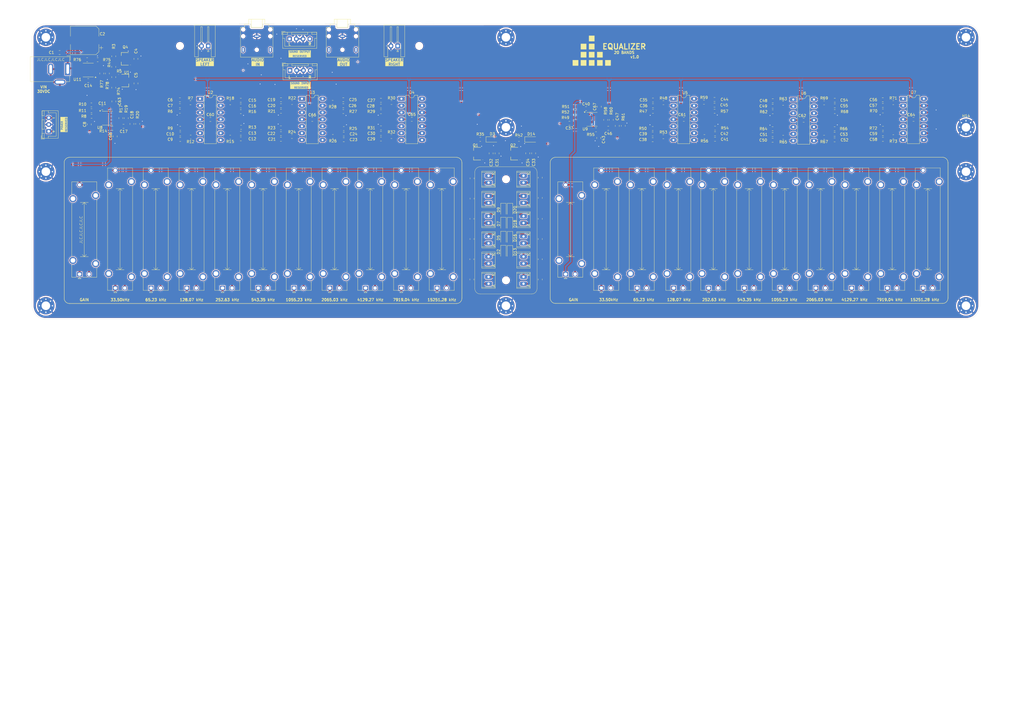
<source format=kicad_pcb>
(kicad_pcb (version 20240108) (generator "pcbnew") (generator_version "8.0")
  (layers (0 "F.Cu" signal) (1 "In1.Cu" signal) (2 "In2.Cu" signal) (31 "B.Cu" signal) (34 "B.Paste" user) (35 "F.Paste" user) (36 "B.SilkS" user "B.Silkscreen") (37 "F.SilkS" user "F.Silkscreen") (38 "B.Mask" user) (39 "F.Mask" user) (44 "Edge.Cuts" user))
  (net 0 "")
  (net 1 "Net-(C6-Pad1)")
  (net 2 "Net-(C6-Pad2)")
  (net 3 "Net-(U2C-+)")
  (net 4 "Net-(C10-Pad2)")
  (net 5 "Net-(C9-Pad2)")
  (net 6 "Net-(U2D-+)")
  (net 7 "Net-(C12-Pad2)")
  (net 8 "Net-(C12-Pad1)")
  (net 9 "Net-(U8B-+)")
  (net 10 "Net-(C15-Pad1)")
  (net 11 "Net-(C15-Pad2)")
  (net 12 "Net-(C19-Pad2)")
  (net 13 "Net-(C19-Pad1)")
  (net 14 "Net-(C21-Pad1)")
  (net 15 "Net-(C21-Pad2)")
  (net 16 "Net-(C23-Pad1)")
  (net 17 "Net-(C23-Pad2)")
  (net 18 "Net-(C25-Pad1)")
  (net 19 "Net-(C25-Pad2)")
  (net 20 "Net-(C27-Pad2)")
  (net 21 "Net-(C27-Pad1)")
  (net 22 "Net-(U2A-+)")
  (net 23 "Net-(C29-Pad2)")
  (net 24 "Net-(C29-Pad1)")
  (net 25 "Net-(U2B-+)")
  (net 26 "Net-(D3-K)")
  (net 27 "Net-(D14-K)")
  (net 28 "Net-(C35-Pad2)")
  (net 29 "Net-(C35-Pad1)")
  (net 30 "Net-(C38-Pad2)")
  (net 31 "Net-(C38-Pad1)")
  (net 32 "Net-(C41-Pad1)")
  (net 33 "Net-(C41-Pad2)")
  (net 34 "Net-(C44-Pad2)")
  (net 35 "Net-(C44-Pad1)")
  (net 36 "Net-(C48-Pad1)")
  (net 37 "Net-(C48-Pad2)")
  (net 38 "Net-(C50-Pad1)")
  (net 39 "Net-(C50-Pad2)")
  (net 40 "Net-(C52-Pad2)")
  (net 41 "Net-(C52-Pad1)")
  (net 42 "Net-(C54-Pad1)")
  (net 43 "Net-(C54-Pad2)")
  (net 44 "Net-(C56-Pad2)")
  (net 45 "Net-(C56-Pad1)")
  (net 46 "Net-(C58-Pad1)")
  (net 47 "Net-(C58-Pad2)")
  (net 48 "Net-(D1-K)")
  (net 49 "+15V")
  (net 50 "Net-(D2-K)")
  (net 51 "OUTPUT_L+")
  (net 52 "Net-(D4-K)")
  (net 53 "Net-(D5-K)")
  (net 54 "Net-(D6-K)")
  (net 55 "Net-(D7-K)")
  (net 56 "Net-(D8-K)")
  (net 57 "Net-(D10-A)")
  (net 58 "Net-(D10-K)")
  (net 59 "Net-(D11-K)")
  (net 60 "Net-(D12-K)")
  (net 61 "Net-(D13-K)")
  (net 62 "OUTPUT_R+")
  (net 63 "Net-(D15-K)")
  (net 64 "Net-(D16-K)")
  (net 65 "Net-(D17-K)")
  (net 66 "Net-(D18-K)")
  (net 67 "Net-(D19-K)")
  (net 68 "Net-(D20-K)")
  (net 69 "Net-(D21-K)")
  (net 70 "Net-(D22-K)")
  (net 71 "-15V")
  (net 72 "Net-(Q1-B)")
  (net 73 "Net-(Q1-C)")
  (net 74 "Net-(Q2-C)")
  (net 75 "Net-(Q2-B)")
  (net 76 "0V")
  (net 77 "Net-(U2C--)")
  (net 78 "Net-(C8-Pad2)")
  (net 79 "Net-(C11-Pad1)")
  (net 80 "Net-(R11-Pad2)")
  (net 81 "Net-(U2D--)")
  (net 82 "Net-(C17-Pad2)")
  (net 83 "Net-(C18-Pad1)")
  (net 84 "Net-(U2A--)")
  (net 85 "Net-(U2B--)")
  (net 86 "Net-(C37-Pad2)")
  (net 87 "Net-(C40-Pad1)")
  (net 88 "Net-(R52-Pad2)")
  (net 89 "Net-(C46-Pad2)")
  (net 90 "Net-(C47-Pad1)")
  (net 91 "Net-(C11-Pad2)")
  (net 92 "Net-(C40-Pad2)")
  (net 93 "Net-(U8A--)")
  (net 94 "Net-(U8B--)")
  (net 95 "INPUT_L+")
  (net 96 "Net-(U3A-+)")
  (net 97 "Net-(U3B-+)")
  (net 98 "Net-(U3C-+)")
  (net 99 "Net-(U3D-+)")
  (net 100 "Net-(U4A-+)")
  (net 101 "Net-(U4B-+)")
  (net 102 "Net-(U3A--)")
  (net 103 "Net-(U3B--)")
  (net 104 "Net-(U3C--)")
  (net 105 "Net-(U3D--)")
  (net 106 "Net-(U4A--)")
  (net 107 "Net-(U4B--)")
  (net 110 "Net-(U5A-+)")
  (net 111 "Net-(U5B-+)")
  (net 112 "Net-(U5C-+)")
  (net 113 "Net-(U5D-+)")
  (net 114 "Net-(U6A-+)")
  (net 115 "Net-(U6B-+)")
  (net 116 "Net-(U6C-+)")
  (net 117 "Net-(U6D-+)")
  (net 118 "Net-(U7A-+)")
  (net 119 "Net-(U7B-+)")
  (net 120 "Net-(U5A--)")
  (net 121 "Net-(U5B--)")
  (net 122 "Net-(U5C--)")
  (net 123 "Net-(U5D--)")
  (net 124 "Net-(U6A--)")
  (net 125 "Net-(U6B--)")
  (net 126 "Net-(U6C--)")
  (net 127 "Net-(U6D--)")
  (net 128 "Net-(U7A--)")
  (net 129 "Net-(U7B--)")
  (net 132 "Net-(U9B-+)")
  (net 133 "Net-(U9A--)")
  (net 134 "Net-(U9B--)")
  (net 135 "INPUT_R+")
  (net 136 "Net-(U11A-+)")
  (net 137 "Net-(U11A--)")
  (net 139 "Net-(R4-Pad2)")
  (net 140 "Net-(U1-B)")
  (net 141 "Net-(Q4-B)")
  (footprint "ICE-CUBE-LED-5x5mm-XSCWD23MB-SunLED:Red-ICE-CUBE-LED-5x5mm-XSCWD23MB-SunLED" (layer "F.Cu") (at 198.5275 87.706667 90)
    (property "Reference" "D11" (hide yes))
    (property "Value" "LED_RED" (hide yes))
  )
  (footprint "Resistor_SMD:R_0805_2012Metric_Pad1.20x1.40mm_HandSolder" (layer "F.Cu") (at 103.0675 72.151667 180)
    (property "Reference" "R15")
    (property "Value" "1K")
  )
  (footprint "MountingHole:MountingHole_3.2mm_M3_Pad_Via" (layer "F.Cu") (at 204.9525 35.264611)
    (property "Reference" "H3" (hide yes))
    (property "Value" "MountingHole_Pad")
  )
  (footprint "Diode_SMD:D_SOD-123" (layer "F.Cu") (at 206.47 104.198611 -90)
    (property "Reference" "D18")
    (property "Value" "1N4148")
  )
  (footprint "Resistor_SMD:R_0805_2012Metric_Pad1.20x1.40mm_HandSolder" (layer "F.Cu") (at 84.48 62.611667)
    (property "Reference" "R6")
    (property "Value" "220K")
  )
  (footprint "ICE-CUBE-LED-5x5mm-XSCWD23MB-SunLED:Orange-ICE-CUBE-LED-5x5mm-XSCWD23MB-SunLED" (layer "F.Cu") (at 211.4475 102.646667 90)
    (property "Reference" "D19" (hide yes))
    (property "Value" "LED_YELLOW" (hide yes))
  )
  (footprint "Resistor_SMD:R_0805_2012Metric_Pad1.20x1.40mm_HandSolder" (layer "F.Cu") (at 192.4275 94.876667 90)
    (property "Reference" "R38" (hide yes))
    (property "Value" "390R")
  )
  (footprint "Resistor_SMD:R_0805_2012Metric_Pad1.20x1.40mm_HandSolder" (layer "F.Cu") (at 51.8 62.371667)
    (property "Reference" "R11")
    (property "Value" "1M")
  )
  (footprint "MountingHole:MountingHole_3.2mm_M3_Pad_Via" (layer "F.Cu") (at 374.9525 134.461667)
    (property "Reference" "H6" (hide yes))
    (property "Value" "MountingHole_Pad")
  )
  (footprint "ICE-CUBE-LED-5x5mm-XSCWD23MB-SunLED:Green-ICE-CUBE-LED-5x5mm-XSCWD23MB-SunLED" (layer "F.Cu") (at 198.5275 117.586667 90)
    (property "Reference" "D4" (hide yes))
    (property "Value" "LED-GREEN" (hide yes))
  )
  (footprint "MountingHole:MountingHole_3.2mm_M3_Pad_Via" (layer "F.Cu") (at 374.9525 84.913139)
    (property "Reference" "H8" (hide yes))
    (property "Value" "MountingHole_Pad")
  )
  (footprint "Capacitor_SMD:C_0805_2012Metric_Pad1.18x1.45mm_HandSolder" (layer "F.Cu") (at 55.8 61.351667)
    (property "Reference" "C11")
    (property "Value" "10uF")
  )
  (footprint "Resistor_SMD:R_0805_2012Metric_Pad1.20x1.40mm_HandSolder" (layer "F.Cu") (at 55.635 48.64 -90)
    (property "Reference" "R77")
    (property "Value" "100K")
  )
  (footprint "Resistor_SMD:R_0805_2012Metric_Pad1.20x1.40mm_HandSolder" (layer "F.Cu") (at 51.77 60.271667)
    (property "Reference" "R10")
    (property "Value" "15K")
  )
  (footprint "Resistor_SMD:R_0805_2012Metric_Pad1.20x1.40mm_HandSolder" (layer "F.Cu") (at 230.4425 60.901667)
    (property "Reference" "R51")
    (property "Value" "15K")
  )
  (footprint "MountingHole:MountingHole_3.2mm_M3_Pad_Via" (layer "F.Cu") (at 374.9525 68.52)
    (property "Reference" "H14")
    (property "Value" "MountingHole_Pad")
  )
  (footprint "Potentiometer_THT:Potentiometer_Bourns_PTA3043_Single_Slide" (layer "F.Cu") (at 332.686553 127.931667 90)
    (property "Reference" "RV20" (hide yes))
    (property "Value" "5K")
  )
  (footprint "Diode_SMD:D_SOD-123" (layer "F.Cu") (at 204 109.352222 -90)
    (property "Reference" "D5")
    (property "Value" "1N4148")
  )
  (footprint "Resistor_SMD:R_0805_2012Metric_Pad1.20x1.40mm_HandSolder" (layer "F.Cu") (at 303.5225 62.824167)
    (property "Reference" "R62")
    (property "Value" "220K")
  )
  (footprint "MountingHole:MountingHole_2.5mm" (layer "F.Cu") (at 204.9875 87.706667)
    (property "Reference" "H9" (hide yes))
    (property "Value" "MountingHole")
  )
  (footprint "kibuzzard-679F2E4A" (layer "F.Cu") (at 128.7425 41.386667)
    (property "Reference" "kibuzzard-679F2E4A" (hide yes))
    (property "Value" "G***" (hide yes))
  )
  (footprint "ICE-CUBE-LED-5x5mm-XSCWD23MB-SunLED:Green-ICE-CUBE-LED-5x5mm-XSCWD23MB-SunLED" (layer "F.Cu") (at 211.4475 125.056667 90)
    (property "Reference" "D12" (hide yes))
    (property "Value" "LED-GREEN" (hide yes))
  )
  (footprint "Resistor_SMD:R_0805_2012Metric_Pad1.20x1.40mm_HandSolder" (layer "F.Cu") (at 259.2725 62.641667)
    (property "Reference" "R47")
    (property "Value" "220K")
  )
  (footprint "Potentiometer_THT:Potentiometer_Bourns_PTA3043_Single_Slide" (layer "F.Cu") (at 60.608667 127.931667 90)
    (property "Reference" "RV1" (hide yes))
    (property "Value" "10K")
  )
  (footprint "ICE-CUBE-LED-5x5mm-XSCWD23MB-SunLED:Red-ICE-CUBE-LED-5x5mm-XSCWD23MB-SunLED" (layer "F.Cu") (at 211.4475 95.176667 90)
    (property "Reference" "D21" (hide yes))
    (property "Value" "LED_RED" (hide yes))
  )
  (footprint "Diode_SMD:D_SOD-123" (layer "F.Cu") (at 199.94 72.99)
    (property "Reference" "D3")
    (property "Value" "1N4148")
  )
  (footprint "kibuzzard-679F2EA5" (layer "F.Cu") (at 129 53.025)
    (property "Reference" "kibuzzard-679F2EA5" (hide yes))
    (property "Value" "G***" (hide yes))
  )
  (footprint "Capacitor_SMD:C_0805_2012Metric_Pad1.18x1.45mm_HandSolder" (layer "F.Cu") (at 326.4625 58.494167)
    (property "Reference" "C54")
    (property "Value" "12nF")
  )
  (footprint "Resistor_SMD:R_0805_2012Metric_Pad1.20x1.40mm_HandSolder" (layer "F.Cu") (at 107.0775 68.481667 180)
    (property "Reference" "R13")
    (property "Value" "220K")
  )
  (footprint "Package_DIP:DIP-14_W7.62mm_LongPads" (layer "F.Cu") (at 166.3325 57.981667)
    (property "Reference" "U4")
    (property "Value" "LM324")
  )
  (footprint "Potentiometer_THT:Potentiometer_Bourns_PTA2043_Single_Slide" (layer "F.Cu") (at 47.398334 122.806667 90)
    (property "Reference" "RV3" (hide yes))
    (property "Value" "250K")
  )
  (footprint "Resistor_SMD:R_0805_2012Metric_Pad1.20x1.40mm_HandSolder" (layer "F.Cu") (at 322.5225 59.514167 180)
    (property "Reference" "R69")
    (property "Value" "1K")
  )
  (footprint "Connector_Audio:Jack_3.5mm_CUI_SJ1-3523N_Horizontal" (layer "F.Cu") (at 144.5325 34.884611 180)
    (property "Reference" "J4" (hide yes))
    (property "Value" "AUDIO OUT")
    (fp_line (start 2.2 4.5) (end 6.5 4.5) (stroke (width 0.12)) (layer "Edge.Cuts"))
    (fp_line (start 2.2 3.5) (end 2.2 4.5) (stroke (width 0.12)) (layer "Edge.Cuts"))
    (fp_line (start 1.8 3.1) (end -1.8 3.1) (stroke (width 0.12)) (layer "Edge.Cuts"))
    (fp_line (start -2.2 4.5) (end -6.5 4.5) (stroke (width 0.12)) (layer "Edge.Cuts"))
    (fp_line (start -2.2 3.5) (end -2.2 4.5) (stroke (width 0.12)) (layer "Edge.Cuts"))
    (fp_arc (start 1.8 3.1) (mid 2.082843 3.217157) (end 2.2 3.5) (stroke (width 0.12)) (layer "Edge.Cuts"))
    (fp_arc (start -2.2 3.5) (mid -2.082842 3.217158) (end -1.8 3.1) (stroke (width 0.12)) (layer "Edge.Cuts"))
  )
  (footprint "Resistor_SMD:R_0805_2012Metric_Pad1.20x1.40mm_HandSolder" (layer "F.Cu") (at 103.0675 59.431667 180)
    (property "Reference" "R18")
    (property "Value" "1K")
  )
  (footprint "Resistor_SMD:R_0805_2012Metric_Pad1.20x1.40mm_HandSolder" (layer "F.Cu") (at 278.1225 59.261667 180)
    (property "Reference" "R59")
    (property "Value" "1K")
  )
  (footprint "Resistor_SMD:R_0805_2012Metric_Pad1.20x1.40mm_HandSolder" (layer "F.Cu") (at 162.6625 59.361667)
    (property "Reference" "R30")
    (property "Value" "1K")
  )
  (footprint "Capacitor_SMD:C_0805_2012Metric_Pad1.18x1.45mm_HandSolder" (layer "F.Cu") (at 355.5625 65.606667)
    (property "Reference" "C64")
    (property "Value" "100nF")
  )
  (footprint "Capacitor_SMD:C_0805_2012Metric_Pad1.18x1.45mm_HandSolder" (layer "F.Cu") (at 106.9775 72.821667)
    (property "Reference" "C12")
    (property "Value" "390nF")
  )
  (footprint "Diode_SMD:D_SOD-123" (layer "F.Cu") (at 206.47 114.574167 -90)
    (property "Reference" "D13")
    (property "Value" "1N4148")
  )
  (footprint "Capacitor_SMD:C_0805_2012Metric_Pad1.18x1.45mm_HandSolder" (layer "F.Cu") (at 234.5425 61.611667)
    (property "Reference" "C40")
    (property "Value" "10uF")
  )
  (footprint "Capacitor_SMD:C_0805_2012Metric_Pad1.18x1.45mm_HandSolder" (layer "F.Cu") (at 326.4025 71.114167 180)
    (property "Reference" "C53")
    (property "Value" "1nF")
  )
  (footprint "Resistor_SMD:R_0805_2012Metric_Pad1.20x1.40mm_HandSolder" (layer "F.Cu") (at 192.4075 109.816667 90)
    (property "Reference" "R36" (hide yes))
    (property "Value" "390R")
  )
  (footprint "Package_DIP:DIP-14_W7.62mm_LongPads" (layer "F.Cu") (at 351.7375 57.981667)
    (property "Reference" "U7")
    (property "Value" "LM324")
  )
  (footprint "MountingHole:MountingHole_3.2mm_M3_Pad_Via" (layer "F.Cu") (at 204.9525 134.461667)
    (property "Reference" "H4" (hide yes))
    (property "Value" "MountingHole_Pad")
  )
  (footprint "Capacitor_SMD:C_0805_2012Metric_Pad1.18x1.45mm_HandSolder" (layer "F.Cu") (at 344.1925 58.361667 180)
    (property "Reference" "C56")
    (property "Value" "6.8nF")
  )
  (footprint "Capacitor_SMD:C_0805_2012Metric_Pad1.18x1.45mm_HandSolder" (layer "F.Cu") (at 215.17 78.14 90)
    (property "Reference" "C33")
    (property "Value" "1uF")
  )
  (footprint "Resistor_SMD:R_0805_2012Metric_Pad1.20x1.40mm_HandSolder" (layer "F.Cu") (at 64.68 65.151667 90)
    (property "Reference" "R19")
    (property "Value" "100R")
  )
  (footprint "Resistor_SMD:R_0805_2012Metric_Pad1.20x1.40mm_HandSolder" (layer "F.Cu") (at 121.8225 62.621667)
    (property "Reference" "R21")
    (property "Value" "220K")
  )
  (footprint "Capacitor_SMD:C_0805_2012Metric_Pad1.18x1.45mm_HandSolder" (layer "F.Cu") (at 144.8625 58.341667)
    (property "Reference" "C25")
    (property "Value" "12nF")
  )
  (footprint "Capacitor_SMD:C_0805_2012Metric_Pad1.18x1.45mm_HandSolder" (layer "F.Cu") (at 303.5125 60.754167)
    (property "Reference" "C49")
    (property "Value" "3.9nF")
  )
  (footprint "2N2222:SOT-89-3_L4.5-W2.4-P1.50-LS4.0-BR" (layer "F.Cu") (at 64.46 43.22)
    (property "Reference" "Q4")
    (property "Value" "2N2222AU")
  )
  (footprint "Resistor_SMD:R_0805_2012Metric_Pad1.20x1.40mm_HandSolder" (layer "F.Cu") (at 217.6175 102.356667 90)
    (property "Reference" "R44" (hide yes))
    (property "Value" "390R")
  )
  (footprint "Capacitor_SMD:C_0805_2012Metric_Pad1.18x1.45mm_HandSolder" (layer "F.Cu") (at 40.02 40.9)
    (property "Reference" "C1")
    (property "Value" "100nF")
  )
  (footprint "Capacitor_SMD:C_0805_2012Metric_Pad1.18x1.45mm_HandSolder" (layer "F.Cu") (at 133.3825 65.611667)
    (property "Reference" "C66")
    (property "Value" "100nF")
  )
  (footprint "Resistor_SMD:R_0805_2012Metric_Pad1.20x1.40mm_HandSolder" (layer "F.Cu") (at 88.4575 72.131667)
    (property "Reference" "R12")
    (property "Value" "1K")
  )
  (footprint "Capacitor_SMD:C_0805_2012Metric_Pad1.18x1.45mm_HandSolder" (layer "F.Cu") (at 158.7625 70.791667)
    (property "Reference" "C30")
    (property "Value" "150pF")
  )
  (footprint "Potentiometer_THT:Potentiometer_Bourns_PTA3043_Single_Slide" (layer "F.Cu") (at 253.424555 127.931667 90)
    (property "Reference" "RV13" (hide yes))
    (property "Value" "5K")
  )
  (footprint "Potentiometer_THT:Potentiometer_Bourns_PTA2043_Single_Slide" (layer "F.Cu") (at 227.003889 122.806667 90)
    (property "Reference" "RV14" (hide yes))
    (property "Value" "250K")
  )
  (footprint "Potentiometer_THT:Potentiometer_Bourns_PTA3043_Single_Slide" (layer "F.Cu") (at 319.47622 127.931667 90)
    (property "Reference" "RV19" (hide yes))
    (property "Value" "5K")
  )
  (footprint "Package_DIP:DIP-14_W7.62mm_LongPads" (layer "F.Cu") (at 91.9275 57.981667)
    (property "Reference" "U2")
    (property "Value" "LM324")
  )
  (footprint "Connector_JST:JST_XH_B4B-XH-A_1x04_P2.50mm_Vertical" (layer "F.Cu") (at 125.13 47.5)
    (property "Reference" "J7" (hide yes))
    (property "Value" "Conn_01x04")
  )
  (footprint "Capacitor_SMD:C_0805_2012Metric_Pad1.18x1.45mm_HandSolder" (layer "F.Cu") (at 213.04 78.14 90)
    (property "Reference" "C34")
    (property "Value" "10uF")
  )
  (footprint "Capacitor_SMD:C_0805_2012Metric_Pad1.18x1.45mm_HandSolder" (layer "F.Cu") (at 259.2725 60.561667)
    (property "Reference" "C36")
    (property "Value" "68nF")
  )
  (footprint "Package_SO:SOIC-8_3.9x4.9mm_P1.27mm" (layer "F.Cu") (at 236.7575 65.591667)
    (property "Reference" "U9")
    (property "Value" "NE5532")
  )
  (footprint "matrix:sliderBox" (layer "F.Cu") (at 117.285798 104.727475)
    (property "Reference" "REF**" (hide yes))
    (property "Value" "sliderBox")
  )
  (footprint "Resistor_SMD:R_0805_2012Metric_Pad1.20x1.40mm_HandSolder" (layer "F.Cu") (at 60.025 46.205 -90)
    (property "Reference" "R4")
    (property "Value" "25K")
  )
  (footprint "Capacitor_SMD:C_0805_2012Metric_Pad1.18x1.45mm_HandSolder" (layer "F.Cu") (at 344.2425 70.931667)
    (property "Reference" "C59")
    (property "Value" "150pF")
  )
  (footprint "Capacitor_SMD:C_0805_2012Metric_Pad1.18x1.45mm_HandSolder" (layer "F.Cu") (at 145.0225 71.031667 180)
    (property "Reference" "C24")
    (property "Value" "1nF")
  )
  (footprint "Resistor_SMD:R_0805_2012Metric_Pad1.20x1.40mm_HandSolder" (layer "F.Cu") (at 162.6425 71.941667)
    (property "Reference" "R32")
    (property "Value" "1K")
  )
  (footprint "Capacitor_SMD:C_0805_2012Metric_Pad1.18x1.45mm_HandSolder" (layer "F.Cu") (at 239.2225 72.469167 -90)
    (property "Reference" "C43")
    (property "Value" "150pF")
  )
  (footprint "Diode_SMD:D_SOD-123" (layer "F.Cu") (at 204 104.176111 -90)
    (property "Reference" "D7")
    (property "Value" "1N4148")
  )
  (footprint "Diode_SMD:D_SOD-123" (layer "F.Cu") (at 204 114.528333 -90)
    (property "Reference" "D2")
    (property "Value" "1N4148")
  )
  (footprint "matrix:vumeter" (layer "F.Cu") (at 204.4525 102.616667)
    (property "Reference" "REF**" (hide yes))
    (property "Value" "vumeter")
  )
  (footprint "Resistor_SMD:R_0805_2012Metric_Pad1.20x1.40mm_HandSolder" (layer "F.Cu") (at 60.035 49.995 -90)
    (property "Reference" "R5")
    (property "Value" "25K")
  )
  (footprint "Resistor_SMD:R_0805_2012Metric_Pad1.20x1.40mm_HandSolder" (layer "F.Cu") (at 106.9675 62.731667 180)
    (property "Reference" "R16")
    (property "Value" "220K")
  )
  (footprint "Resistor_SMD:R_0805_2012Metric_Pad1.20x1.40mm_HandSolder" (layer "F.Cu") (at 282.0625 62.621667 180)
    (property "Reference" "R57")
    (property "Value" "220K")
  )
  (footprint "Resistor_SMD:R_0805_2012Metric_Pad1.20x1.40mm_HandSolder" (layer "F.Cu") (at 326.4025 69.054167 180)
    (property "Reference" "R66")
    (property "Value" "220K")
  )
  (footprint "Connector_JST:JST_XH_S2B-XH-A-1_1x02_P2.50mm_Horizontal" (layer "F.Cu") (at 164.9525 38.464611 180)
    (property "Reference" "J3" (hide yes))
    (property "Value" "SPEAKER_R")
  )
  (footprint "Connector_JST:JST_XH_B4B-XH-A_1x04_P2.50mm_Vertical" (layer "F.Cu") (at 124.9925 35.861667)
    (property "Reference" "J6" (hide yes))
    (property "Value" "Conn_01x04")
  )
  (footprint "Capacitor_SMD:C_0805_2012Metric_Pad1.18x1.45mm_HandSolder" (layer "F.Cu") (at 66.76 67.281667 -90)
    (property "Reference" "C18")
    (property "Value" "10uF")
  )
  (footprint "Resistor_SMD:R_0805_2012Metric_Pad1.20x1.40mm_HandSolder" (layer "F.Cu") (at 217.6575 87.126667 90)
    (property "Reference" "R46" (hide yes))
    (property "Value" "390R")
  )
  (footprint "MountingHole:MountingHole_2.5mm" (layer "F.Cu") (at 84.5025 38.464611)
    (property "Reference" "H11" (hide yes))
    (property "Value" "MountingHole")
  )
  (footprint "ICE-CUBE-LED-5x5mm-XSCWD23MB-SunLED:Red-ICE-CUBE-LED-5x5mm-XSCWD23MB-SunLED" (layer "F.Cu") (at 211.4475 87.706667 90)
    (property "Reference" "D22" (hide yes))
    (property "Value" "LED_RED" (hide yes))
  )
  (footprint "Resistor_SMD:R_0805_2012Metric_Pad1.20x1.40mm_HandSolder" (layer "F.Cu") (at 348.0825 59.401667)
    (property "Reference" "R71")
    (property "Value" "1K")
  )
  (footprint "Capacitor_SMD:C_0805_2012Metric_Pad1.18x1.45mm_HandSolder" (layer "F.Cu") (at 144.8625 60.541667 180)
    (property "Reference" "C26")
    (property "Value" "560pF")
  )
  (footprint "Connector_JST:JST_XH_B3B-XH-A_1x03_P2.50mm_Vertical" (layer "F.Cu") (at 36 70 90)
    (property "Reference" "J5" (hide yes))
    (property "Value" "POWER RESERVED")
  )
  (footprint "Resistor_SMD:R_0805_2012Metric_Pad1.20x1.40mm_HandSolder" (layer "F.Cu") (at 88.3775 59.431667)
    (property "Reference" "R7")
    (property "Value" "1K")
  )
  (footprint "2N2907AU:SOT-89-3_L4.5-W2.5-P1.50-LS4.2-TL" (layer "F.Cu") (at 63.635486 51.280127)
    (property "Reference" "U1")
    (property "Value" "2N2907AU")
  )
  (footprint "Resistor_SMD:R_0805_2012Metric_Pad1.20x1.40mm_HandSolder" (layer "F.Cu") (at 303.4925 69.094167)
    (property "Reference" "R64")
    (property "Value" "220K")
  )
  (footprint "Resistor_SMD:R_0805_2012Metric_Pad1.20x1.40mm_HandSolder" (layer "F.Cu") (at 140.9125 59.331667 180)
    (property "Reference" "R28")
    (property "Value" "1K")
  )
  (footprint "Resistor_SMD:R_0805_2012Metric_Pad1.20x1.40mm_HandSolder" (layer "F.Cu") (at 209.76375 73 180)
    (property "Reference" "R42")
    (property "Value" "82K")
  )
  (footprint "Capacitor_SMD:C_0805_2012Metric_Pad1.18x1.45mm_HandSolder" (layer "F.Cu") (at 158.7625 72.861667 180)
    (property "Reference" "C29")
    (property "Value" "3.3nF")
  )
  (footprint "Resistor_SMD:R_0805_2012Metric_Pad1.20x1.40mm_HandSolder" (layer "F.Cu") (at 238.2325 69.481667)
    (property "Reference" "R55")
    (property "Value" "10K")
  )
  (footprint "Potentiometer_THT:Potentiometer_Bourns_PTA3043_Single_Slide" (layer "F.Cu") (at 293.055554 127.931667 90)
    (property "Reference" "RV17" (hide yes))
    (property "Value" "5K")
  )
  (footprint "Resistor_SMD:R_0805_2012Metric_Pad1.20x1.40mm_HandSolder" (layer "F.Cu") (at 344.2325 62.501667)
    (property "Reference" "R70")
    (property "Value" "220K")
  )
  (footprint "Potentiometer_THT:Potentiometer_Bourns_PTA3043_Single_Slide" (layer "F.Cu") (at 87.029333 127.931667 90)
    (property "Reference" "RV4" (hide yes))
    (property "Value" "10K")
  )
  (footprint "Resistor_SMD:R_0805_2012Metric_Pad1.20x1.40mm_HandSolder" (layer "F.Cu") (at 263.1225 71.981667)
    (property "Reference" "R53")
    (property "Value" "1K")
  )
  (footprint "Capacitor_SMD:C_0805_2012Metric_Pad1.18x1.45mm_HandSolder" (layer "F.Cu") (at 170.1575 65.606667)
    (property "Reference" "C65")
    (property "Value" "100nF")
  )
  (footprint "Resistor_SMD:R_0805_2012Metric_Pad1.20x1.40mm_HandSolder" (layer "F.Cu") (at 217.6075 117.286667 90)
    (property "Reference" "R41" (hide yes))
    (property "Value" "390R")
  )
  (footprint "Capacitor_SMD:C_0805_2012Metric_Pad1.18x1.45mm_HandSolder" (layer "F.Cu") (at 259.2725 58.451667 180)
    (property "Reference" "C35")
    (property "Value" "1.5uF")
  )
  (footprint "Resistor_SMD:R_0805_2012Metric_Pad1.20x1.40mm_HandSolder" (layer "F.Cu") (at 192.3875 124.756667 90)
    (property "Reference" "R33" (hide yes))
    (property "Value" "390R")
  )
  (footprint "Capacitor_SMD:C_0805_2012Metric_Pad1.18x1.45mm_HandSolder" (layer "F.Cu") (at 303.5425 58.684167 180)
    (property "Reference" "C48")
    (property "Value" "100nF")
  )
  (footprint "ICE-CUBE-LED-5x5mm-XSCWD23MB-SunLED:Orange-ICE-CUBE-LED-5x5mm-XSCWD23MB-SunLED" (layer "F.Cu") (at 198.5275 110.116667 90)
    (property "Reference" "D6" (hide yes))
    (property "Value" "LED_YELLOW" (hide yes))
  )
  (footprint "Capacitor_SMD:C_0805_2012Metric_Pad1.18x1.45mm_HandSolder" (layer "F.Cu") (at 84.48 60.511667)
    (property "Reference" "C7")
    (property "Value" "68nF")
  )
  (footprint "Resistor_SMD:R_0805_2012Metric_Pad1.20x1.40mm_HandSolder" (layer "F.Cu") (at 140.9925 71.921667 180)
    (property "Reference" "R26")
    (property "Value" "1K")
  )
  (footprint "Capacitor_SMD:C_0805_2012Metric_Pad1.18x1.45mm_HandSolder" (layer "F.Cu") (at 121.8225 60.541667)
    (property "Reference" "C20")
    (property "Value" "3.9nF")
  )
  (footprint "Capacitor_SMD:C_0805_2012Metric_Pad1.18x1.45mm_HandSolder" (layer "F.Cu") (at 158.7525 60.681667)
    (property "Reference" "C28")
    (property "Value" "270pF")
  )
  (footprint "Resistor_SMD:R_0805_2012Metric_Pad1.20x1.40mm_HandSolder" (layer "F.Cu") (at 125.9125 59.361667)
    (property "Reference" "R22")
    (property "Value" "1K")
  )
  (footprint "Resistor_SMD:R_0805_2012Metric_Pad1.20x1.40mm_HandSolder" (layer "F.Cu") (at 230.4425 62.911667)
    (property "Reference" "R52")
    (property "Value" "1M")
  )
  (footprint "Resistor_SMD:R_0805_2012Metric_Pad1.20x1.40mm_HandSolder" (layer "F.Cu") (at 248.2725 67.981667 -90)
    (property "Reference" "R61")
    (property "Value" "1M")
  )
  (footprint "Potentiometer_THT:Potentiometer_Bourns_PTA3043_Single_Slide" (layer "F.Cu") (at 166.291331 127.931667 90)
    (property "Reference" "RV10" (hide yes))
    (property "Value" "10K")
  )
  (footprint "Resistor_SMD:R_0805_2012Metric_Pad1.20x1.40mm_HandSolder" (layer "F.Cu") (at 145.0225 68.981667 180)
    (property "Reference" "R25")
    (property "Value" "220K")
  )
  (footprint "Resistor_SMD:R_0805_2012Metric_Pad1.20x1.40mm_HandSolder" (layer "F.Cu") (at 259.1825 68.971667)
    (property "Reference" "R50")
    (property "Value" "220K")
  )
  (footprint "Potentiometer_THT:Potentiometer_Bourns_PTA3043_Single_Slide" (layer "F.Cu") (at 113.449999 127.931667 90)
    (property "Reference" "RV6" (hide yes))
    (property "Value" "10K")
  )
  (footprint "Resistor_SMD:R_0805_2012Metric_Pad1.20x1.40mm_HandSolder" (layer "F.Cu") (at 307.4025 72.244167)
    (property "Reference" "R65")
    (property "Value" "1K")
  )
  (footprint "ICE-CUBE-LED-5x5mm-XSCWD23MB-SunLED:Red-ICE-CUBE-LED-5x5mm-XSCWD23MB-SunLED" (layer "F.Cu") (at 198.5275 95.176667 90)
    (property "Reference" "D10" (hide yes))
    (property "Value" "LED_RED" (hide yes))
  )
  (footprint "Resistor_SMD:R_0805_2012Metric_Pad1.20x1.40mm_HandSolder" (layer "F.Cu") (at 217.6075 109.816667 90)
    (property "Reference" "R43" (hide yes))
    (property "Value" "390R")
  )
  (footprint "Resistor_SMD:R_0805_2012Metric_Pad1.20x1.40mm_HandSolder" (layer "F.Cu") (at 278.2925 71.951667 180)
    (property "Reference" "R56")
    (property "Value" "1K")
  )
  (footprint "Resistor_SMD:R_0805_2012Metric_Pad1.20x1.40mm_HandSolder" (layer "F.Cu") (at 60.045 42.285 -90)
    (property "Reference" "R3")
    (property "Value" "680K")
  )
  (footprint "Resistor_SMD:R_0805_2012Metric_Pad1.20x1.40mm_HandSolder" (layer "F.Cu") (at 68.85 67.261667 -90)
    (property "Reference" "R20")
    (property "Value" "1M")
  )
  (footprint "Resistor_SMD:R_0805_2012Metric_Pad1.20x1.40mm_HandSolder" (layer "F.Cu") (at 62.68 65.141667 90)
    (property "Reference" "R17")
    (property "Value" "10K")
  )
  (footprint "Resistor_SMD:R_0805_2012Metric_Pad1.20x1.40mm_HandSolder" (layer "F.Cu") (at 125.8725 71.921667)
    (property "Reference" "R24")
    (property "Value" "1K")
  )
  (footprint "Diode_SMD:D_SOD-123" (layer "F.Cu") (at 206.47 109.386388 -90)
    (property "Reference" "D16")
    (property "Value" "1N4148")
  )
  (footprint "Resistor_SMD:R_0805_2012Metric_Pad1.20x1.40mm_HandSolder" (layer "F.Cu") (at 307.3725 59.664167)
    (property "Reference" "R63")
    (property "Value" "1K")
  )
  (footprint "MountingHole:MountingHole_2.5mm" (layer "F.Cu") (at 172.9025 38.464611)
    (property "Reference" "H12" (hide yes))
    (property "Value" "MountingHole")
  )
  (footprint "Capacitor_SMD:C_0805_2012Metric_Pad1.18x1.45mm_HandSolder" (layer "F.Cu") (at 145.0225 73.101667)
    (property "Reference" "C23")
    (property "Value" "27nF")
  )
  (footprint "Potentiometer_THT:Potentiometer_Bourns_PTA3043_Single_Slide" (layer "F.Cu") (at 279.845221 127.931667 90)
    (property "Reference" "RV16" (hide yes))
    (property "Value" "5K")
  )
  (footprint "Resistor_SMD:R_0805_2012Metric_Pad1.20x1.40mm_HandSolder" (layer "F.Cu") (at 121.8025 68.751667)
    (property "Reference" "R23")
    (property "Value" "220K")
  )
  (footprint "Package_SO:SOIC-8_3.9x4.9mm_P1.27mm" (layer "F.Cu") (at 57.7 65.141667)
    (property "Reference" "U8")
    (property "Value" "NE5532")
  )
  (footprint "Diode_SMD:D_SOD-123" (layer "F.Cu") (at 204 99 -90)
    (property "Reference" "D9")
    (property "Value" "1N4148")
  )
  (footprint "matrix:sliderBox" (layer "F.Cu") (at 296.891353 104.702475)
    (property "Reference" "REF**" (hide yes))
    (property "Value" "sliderBox")
  )
  (footprint "Resistor_SMD:R_0805_2012Metric_Pad1.20x1.40mm_HandSolder" (layer "F.Cu") (at 217.6175 124.756667 90)
    (property "Reference" "R40" (hide yes))
    (property "Value" "390R")
  )
  (footprint "Potentiometer_THT:Potentiometer_Bourns_PTA3043_Single_Slide" (layer "F.Cu") (at 345.896886 127.931667 90)
    (property "Reference" "RV21" (hide yes))
    (property "Value" "5K")
  )
  (footprint "Potentiometer_THT:Potentiometer_Bourns_PTA3043_Single_Slide" (layer "F.Cu") (at 100.239666 127.931667 90)
    (property "Reference" "RV5" (hide yes))
    (property "Value" "10K")
  )
  (footprint "Capacitor_SMD:C_0805_2012Metric_Pad1.18x1.45mm_HandSolder" (layer "F.Cu") (at 282.0225 60.321667 180)
    (property "Reference" "C45")
    (property "Value" "8.2nF")
  )
  (footprint "Capacitor_SMD:C_0805_2012Metric_Pad1.18x1.45mm_HandSolder" (layer "F.Cu") (at 106.9775 70.691667 180)
    (property "Reference" "C13")
    (property "Value" "18nF")
  )
  (footprint "Resistor_SMD:R_0805_2012Metric_Pad1.20x1.40mm_HandSolder" (layer "F.Cu") (at 243.8625 65.771667 90)
    (property "Reference" "R60")
    (property "Value" "100R")
  )
  (footprint "Capacitor_SMD:C_0805_2012Metric_Pad1.18x1.45mm_HandSolder" (layer "F.Cu") (at 326.4625 60.614167 180)
    (property "Reference" "C55")
    (property "Value" "560pF")
  )
  (footprint "Capacitor_SMD:C_0805_2012Metric_Pad1.18x1.45mm_HandSolder" (layer "F.Cu") (at 50.6125 51.26)
    (property "Reference" "C14")
    (property "Value" "100nF")
  )
  (footprint "Capacitor_SMD:C_0805_2012Metric_Pad1.18x1.45mm_HandSolder" (layer "F.Cu") (at 68.24 43.23 -90)
    (property "Reference" "C4")
    (property "Value" "10uF")
  )
  (footprint "Capacitor_SMD:C_0805_2012Metric_Pad1.18x1.45mm_HandSolder" (layer "F.Cu") (at 242.7525 68.911667)
    (property "Reference" "C46")
    (property "Value" "150pF")
  )
  (footprint "Capacitor_SMD:C_0805_2012Metric_Pad1.18x1.45mm_HandSolder" (layer "F.Cu") (at 106.9675 58.541667)
    (property "Reference" "C15")
    (property "Value" "220nF")
  )
  (footprint "Capacitor_SMD:C_0805_2012Metric_Pad1.18x1.45mm_HandSolder" (layer "F.Cu") (at 344.2425 73.001667 180)
    (property "Reference" "C58")
    (property "Value" "3.3nF")
  )
  (footprint "Capacitor_SMD:C_0805_2012Metric_Pad1.18x1.45mm_HandSolder" (layer "F.Cu") (at 63.64 68.161667)
    (property "Reference" "C17")
    (property "Value" "150pF")
  )
  (footprint "Capacitor_SMD:C_0805_2012Metric_Pad1.18x1.45mm_HandSolder" (layer "F.Cu") (at 326.4025 73.194167)
    (property "Reference" "C52")
    (property "Value" "27nF")
  )
  (footprint "ICE-CUBE-LED-5x5mm-XSCWD23MB-SunLED:Orange-ICE-CUBE-LED-5x5mm-XSCWD23MB-SunLED" (layer "F.Cu") (at 211.4475 110.116667 90)
    (property "Reference" "D17" (hide yes))
    (property "Value" "LED_YELLOW" (hide yes))
  )
  (footprint "Capacitor_SMD:C_0805_2012Metric_Pad1.18x1.45mm_HandSolder" (layer "F.Cu") (at 259.1725 71.001667)
    (property "Reference" "C39")
    (property "Value" "33nF")
  )
  (footprint "MountingHole:MountingHole_3.2mm_M3_Pad_Via" (layer "F.Cu") (at 374.9525 35.264611)
    (property "Reference" "H5" (hide yes))
    (property "Value" "MountingHole_Pad")
  )
  (footprint "Resistor_SMD:R_0805_2012Metric_Pad1.20x1.40mm_HandSolder" (layer "F.Cu") (at 348.0925 71.971667)
    (property "Reference" "R73")
    (property "Value" "1K")
  )
  (footprint "Potentiometer_THT:Potentiometer_Bourns_PTA3043_Single_Slide" (layer "F.Cu") (at 179.501667 127.931667 90)
    (property "Reference" "RV11" (hide yes))
    (property "Value" "10K")
  )
  (footprint "Resistor_SMD:R_0805_2012Metric_Pad1.20x1.40mm_HandSolder" (layer "F.Cu") (at 192.3775 117.286667 90)
    (property "Reference" "R34" (hide yes))
    (property "Value" "390R")
  )
  (footprint "Capacitor_SMD:C_0805_2012Metric_Pad1.18x1.45mm_HandSolder" (layer "F.Cu") (at 158.755 58.571667 180)
    (property "Reference" "C27")
    (property "Value" "6.8nF")
  )
  (footprint "Capacitor_SMD:C_0805_2012Metric_Pad1.18x1.45mm_HandSolder" (layer "F.Cu") (at 68.255 52.315 -90)
    (property "Reference" "C5")
    (property "Value" "10uF")
  )
  (footprint "Capacitor_SMD:C_0805_2012Metric_Pad1.18x1.45mm_HandSolder" (layer "F.Cu") (at 201.67 78.16 90)
    (property "Reference" "C31")
    (property "Value" "1uF")
  )
  (footprint "Package_DIP:DIP-14_W7.62mm_LongPads" (layer "F.Cu") (at 266.8475 57.981667)
    (property "Reference" "U5")
    (property "Value" "LM324")
  )
  (footprint "Capacitor_SMD:C_0805_2012Metric_Pad1.18x1.45mm_HandSolder" (layer "F.Cu") (at 259.1725 73.091667 180)
    (property "Reference" "C38")
    (property "Value" "820nF")
  )
  (footprint "Potentiometer_THT:Potentiometer_Bourns_PTA3043_Single_Slide" (layer "F.Cu") (at 126.660332 127.931667 90)
    (property "Reference" "RV7" (hide yes))
    (property "Value" "10K")
  )
  (footprint "Capacitor_SMD:C_0805_2012Metric_Pad1.18x1.45mm_HandSolder" (layer "F.Cu") (at 282.2225 70.891667 180)
    (property "Reference" "C42")
    (property "Value" "18nF")
  )
  (footprint "Capacitor_SMD:C_0805_2012Metric_Pad1.18x1.45mm_HandSolder" (layer "F.Cu") (at 121.8025 70.861667)
    (property "Reference" "C22")
    (property "Value" "2.2nF")
  )
  (footprint "Capacitor_SMD:C_0805_2012Metric_Pad1.18x1.45mm_HandSolder" (layer "F.Cu") (at 199.46 78.16 90)
    (property "Reference" "C32")
    (property "Value" "10uF")
  )
  (footprint "Potentiometer_THT:Potentiometer_Bourns_PTA3043_Single_Slide" (layer "F.Cu") (at 266.923055 127.931667 90)
    (property "Reference" "RV15" (hide yes))
    (property "Value" "5K")
  )
  (footprint "Resistor_SMD:R_0805_2012Metric_Pad1.20x1.40mm_HandSolder" (layer "F.Cu") (at 192.3975 102.346667 90)
    (property "Reference" "R37" (hide yes))
    (property "Value" "390R")
  )
  (footprint "Capacitor_SMD:C_0805_2012Metric_Pad1.18x1.45mm_HandSolder" (layer "F.Cu") (at 95.7375 65.641667)
    (property "Reference" "C60")
    (property "Value" "100nF")
  )
  (footprint "Connector_JST:JST_XH_S2B-XH-A-1_1x02_P2.50mm_Horizontal" (layer "F.Cu") (at 94.9525 38.464611 180)
    (property "Reference" "J2" (hide yes))
    (property "Value" "SPEAKER_L")
  )
  (footprint "Package_SO:SOIC-8_3.9x4.9mm_P1.27mm" (layer "F.Cu") (at 50.605 47.365 180)
    (property "Reference" "U11")
    (property "Value" "TL082")
  )
  (footprint "MountingHole:MountingHole_3.2mm_M3_Pad_Via" (layer "F.Cu") (at 34.9525 84.913139)
    (property "Reference" "H7" (hide yes))
    (property "Value" "MountingHole_Pad")
  )
  (footprint "Package_DIP:DIP-14_W7.62mm_LongPads" (layer "F.Cu") (at 311.1375 58.254167)
    (property "Reference" "U6")
    (property "Value" "LM324")
  )
  (footprint "Capacitor_SMD:CP_Elec_10x10" (layer "F.Cu") (at 49.3 36.39 180)
    (property "Reference" "C2")
    (property "Value" "220uF")
  )
  (footprint "Connector_BarrelJack:BarrelJack_GCT_DCJ200-10-A_Horizontal" (layer "F.Cu") (at 43.024944 47.026779 -90)
    (property "Reference" "J8" (hide yes))
    (property "Value" "DC Jack VIN 30VDC")
  )
  (footprint "Capacitor_SMD:C_0805_2012Metric_Pad1.18x1.45mm_HandSolder" (layer "F.Cu") (at 121.8225 58.371667 180)
    (property "Reference" "C19")
    (property "Value" "100nF")
  )
  (footprint "Connector_Audio:Jack_3.5mm_CUI_SJ1-3523N_Horizontal" (layer "F.Cu") (at 112.8725 34.884611 180)
    (property "Reference" "J1" (hide yes))
    (property "Value" "AUDIO IN")
    (fp_line (start 2.2 4.5) (end 6.5 4.5) (stroke (width 0.12)) (layer "Edge.Cuts"))
    (fp_line (start 2.2 3.5) (end 2.2 4.5) (stroke (width 0.12)) (layer "Edge.Cuts"))
    (fp_line (start 1.8 3.1) (end -1.8 3.1) (stroke (width 0.12)) (layer "Edge.Cuts"))
    (fp_line (start -2.2 4.5) (end -6.5 4.5) (stroke (width 0.12)) (layer "Edge.Cuts"))
    (fp_line (start -2.2 3.5) (end -2.2 4.5) (stroke (width 0.12)) (layer "Edge.Cuts"))
    (fp_arc (start 1.8 3.1) (mid 2.082843 3.217157) (end 2.2 3.5) (stroke (width 0.12)) (layer "Edge.Cuts"))
    (fp_arc (start -2.2 3.5) (mid -2.082842 3.217158) (end -1.8 3.1) (stroke (width 0.12)) (layer "Edge.Cuts"))
  )
  (footprint "Capacitor_SMD:C_0805_2012Metric_Pad1.18x1.45mm_HandSolder" (layer "F.Cu") (at 246.1225 68.001667 -90)
    (property "Reference" "C47")
    (property "Value" "10uF")
  )
  (footprint "Capacitor_SMD:C_0805_2012Metric_Pad1.18x1.45mm_HandSolder" (layer "F.Cu") (at 60.54 71.881667 90)
    (property "Reference" "C68")
    (property "Value" "150pF")
  )
  (footprint "Resistor_SMD:R_0805_2012Metric_Pad1.20x1.40mm_HandSolder" (layer "F.Cu") (at 84.5975 68.931667)
    (property "Reference" "R9")
    (property "Value" "220K")
  )
  (footprint "kibuzzard-677A2DA0" (layer "F.Cu") (at 41.65 67.5 90)
    (property "Reference" "kibuzzard-677A2DA0" (hide yes))
    (property "Value" "G***" (hide yes))
  )
  (footprint "Resistor_SMD:R_0805_2012Metric_Pad1.20x1.40mm_HandSolder" (layer "F.Cu") (at 282.2225 68.821667 180)
    (property "Reference" "R54")
    (property "Value" "220K")
  )
  (footprint "Resistor_SMD:R_0805_2012Metric_Pad1.20x1.40mm_HandSolder" (layer "F.Cu") (at 195.4675 73 180)
    (property "Reference" "R35")
    (property "Value" "82K")
  )
  (footprint "Resistor_SMD:R_0805_2012Metric_Pad1.20x1.40mm_HandSolder" (layer "F.Cu") (at 344.2725 68.891667)
    (property "Reference" "R72")
    (property "Value" "220K")
  )
  (footprint "Capacitor_SMD:C_0805_2012Metric_Pad1.18x1.45mm_HandSolder" (layer "F.Cu") (at 228.4125 67.071667)
    (property "Reference" "C37")
    (property "Value" "10uF")
  )
  (footprint "Resistor_SMD:R_0805_2012Metric_Pad1.20x1.40mm_HandSolder" (layer "F.Cu") (at 192.4275 87.406667 90)
    (property "Reference" "R39" (hide yes))
    (property "Value" "390R")
  )
  (footprint "Resistor_SMD:R_0805_2012Metric_Pad1.20x1.40mm_HandSolder" (layer "F.Cu") (at 322.5125 72.214167 180)
    (property "Reference" "R67")
    (property "Value" "1K")
  )
  (footprint "Resistor_SMD:R_0805_2012Metric_Pad1.20x1.40mm_HandSolder" (layer "F.Cu") (at 158.7725 68.761667)
    (property "Reference" "R31")
    (property "Value" "220K")
  )
  (footprint "Resistor_SMD:R_0805_2012Metric_Pad1.20x1.40mm_HandSolder" (layer "F.Cu") (at 51.83 64.481667)
    (property "Reference" "R8")
    (property "Value" "47K")
  )
  (footprint "Package_DIP:DIP-14_W7.62mm_LongPads" (layer "F.Cu") (at 129.5675 57.981667)
    (property "Reference" "U3")
    (property "Value" "LM324")
  )
  (footprint "Resistor_SMD:R_0805_2012Metric_Pad1.20x1.40mm_HandSolder" (layer "F.Cu") (at 59.54 68.891667)
    (property "Reference" "R14")
    (property "Value" "10K")
  )
  (footprint "Capacitor_SMD:C_0805_2012Metric_Pad1.18x1.45mm_HandSolder" (layer "F.Cu") (at 303.4925 71.204167)
    (property "Reference" "C51")
    (property "Value" "2.2nF")
  )
  (footprint "Capacitor_SMD:C_0805_2012Metric_Pad1.18x1.45mm_HandSolder" (layer "F.Cu") (at 314.9625 65.879167)
    (property "Reference" "C62")
    (property "Value" "100nF")
  )
  (footprint "2N2222:SOT-89-3_L4.5-W2.4-P1.50-LS4.0-BR" (layer "F.Cu") (at 194.643561 78.280077)
    (property "Reference" "Q1")
    (property "Value" "2N2222AU")
  )
  (footprint "Capacitor_SMD:C_0805_2012Metric_Pad1.18x1.45mm_HandSolder" (layer "F.Cu") (at 106.9675 60.641667 180)
    (property "Reference" "C16")
    (property "Value" "8.2nF")
  )
  (footprint "Capacitor_SMD:C_0805_2012Metric_Pad1.18x1.45mm_HandSolder" (layer "F.Cu") (at 60.1 58.9525 90)
    (property "Reference" "C63")
    (property "Value" "100nF")
  )
  (footprint "Resistor_SMD:R_0805_2012Metric_Pad1.20x1.40mm_HandSolder" (layer "F.Cu") (at 217.6775 94.616667 90)
    (property "Reference" "R45" (hide yes))
    (property "Value" "390R")
  )
  (footprint "Potentiometer_THT:Potentiometer_Bourns_PTA3043_Single_Slide" (layer "F.Cu") (at 153.080998 127.931667 90)
    (property "Reference" "RV9" (hide yes))
    (property "Value" "10K")
  )
  (footprint "Capacitor_SMD:C_0805_2012Metric_Pad1.18x1.45mm_HandSolder" (layer "F.Cu") (at 121.8025 72.941667 180)
    (property "Reference" "C21")
    (property "Value" "47nF")
  )
  (footprint "ICE-CUBE-LED-5x5mm-XSCWD23MB-SunLED:Green-ICE-CUBE-LED-5x5mm-XSCWD23MB-SunLED" (layer "F.Cu") (at 211.4475 117.586667 90)
    (property "Reference" "D15" (hide yes))
    (property "Value" "LED-GREEN" (hide yes))
  )
  (footprint "Resistor_SMD:R_0805_2012Metric_Pad1.20x1.40mm_HandSolder" (layer "F.Cu") (at 158.7625 62.741667)
    (property "Reference" "R29")
    (property "Value" "220K")
  )
  (footprint "MountingHole:MountingHole_3.2mm_M3_Pad_Via" (layer "F.Cu") (at 34.9525 35.264611)
    (property "Reference" "H1" (hide yes))
    (property "Value" "MountingHole_Pad")
  )
  (footprint "Potentiometer_THT:Potentiometer_Bourns_PTA3043_Single_Slide" (layer "F.Cu") (at 73.819 127.931667 90)
    (property "Reference" "RV2" (hide yes))
    (property "Value" "10K")
  )
  (footprint "Resistor_SMD:R_0805_2012Metric_Pad1.20x1.40mm_HandSolder" (layer "F.Cu") (at 57.695 48.64 90)
    (property "Reference" "R78")
    (property "Value" "1K")
  )
  (footprint "MountingHole:MountingHole_3.2mm_M3_Pad_Via" (layer "F.Cu") (at 34.9525 134.461667)
    (property "Reference" "H2" (hide yes))
    (property "Value" "MountingHole_Pad")
  )
  (footprint "Capacitor_SMD:C_0805_2012Metric_Pad1.18x1.45mm_HandSolder" (layer "F.Cu") (at 282.2225 72.971667)
    (property "Reference" "C41")
    (property "Value" "390nF")
  )
  (footprint "Resistor_SMD:R_0805_2012Metric_Pad1.20x1.40mm_HandSolder" (layer "F.Cu") (at 144.8625 62.701667 180)
    (property "Reference" "R27")
    (property "Value" "220K")
  )
  (footprint "Diode_SMD:D_SOD-123" (layer "F.Cu") (at 206.47 99.010834 -90)
    (property "Reference" "D20")
    (property "Value" "1N4148")
  )
  (footprint "Capacitor_SMD:C_0805_2012Metric_Pad1.18x1.45mm_HandSolder" (layer "F.Cu") (at 84.48 58.391667 180)
    (property "Reference" "C6")
    (property "Value" "1.5uF")
  )
  (footprint "Capacitor_SMD:C_0805_2012Metric_Pad1.18x1.45mm_HandSolder" (layer "F.Cu") (at 50.96 67.451667 90)
    (property "Reference" "C8")
    (property "Value" "10uF")
  )
  (footprint "Capacitor_SMD:C_0805_2012Metric_Pad1.18x1.45mm_HandSolder" (layer "F.Cu") (at 84.5975 73.011667 180)
    (property "Reference" "C9")
    (property "Value" "820nF")
  )
  (footprint "Resistor_SMD:R_0805_2012Metric_Pad1.20x1.40mm_HandSolder" (layer "F.Cu") (at 326.4625 62.714167 180)
    (property "Reference" "R68")
    (property "Value" "220K")
  )
  (footprint "MountingHole:MountingHole_2.5mm" (layer "F.Cu") (at 204.9875 125.056667)
    (property "Reference" "H10" (hide yes))
    (property "Value" "MountingHole")
  )
  (footprint "Resistor_SMD:R_0805_2012Metric_Pad1.20x1.40mm_HandSolder" (layer "F.Cu") (at 263.1525 59.411667)
    (property "Reference" "R48")
    (property "Value" "1K")
  )
  (footprint "Resistor_SMD:R_0805_2012Metric_Pad1.20x1.40mm_HandSolder" (layer "F.Cu") (at 60.035 53.875 -90)
    (property "Reference" "R74")
    (property "Value" "680K")
  )
  (footprint "Resistor_SMD:R_0805_2012Metric_Pad1.20x1.40mm_HandSolder" (layer "F.Cu") (at 50.21 43.57 180)
    (property "Reference" "R76")
    (property "Value" "1K")
  )
  (footprint "Potentiometer_THT:Potentiometer_Bourns_PTA3043_Single_Slide" (layer "F.Cu") (at 306.265887 127.931667 90)
    (property "Reference" "RV18" (hide yes))
    (property "Value" "5K")
  )
  (footprint "Capacitor_SMD:C_0805_2012Metric_Pad1.18x1.45mm_HandSolder" (layer "F.Cu") (at 84.5975 70.981667)
    (property "Reference" "C10")
    (property "Value" "33nF")
  )
  (footprint "Resistor_SMD:R_0805_2012Metric_Pad1.20x1.40mm_HandSolder" (layer "F.Cu") (at 54.085 43.58 180)
    (property "Reference" "R75")
    (property "Value" "1K")
  )
  (footprint "Capacitor_SMD:C_0805_2012Metric_Pad1.18x1.45mm_HandSolder" (layer "F.Cu") (at 282.0225 58.241667)
    (property "Reference" "C44")
    (property "Value" "220nF")
  )
  (footprint "2N2222:SOT-89-3_L4.5-W2.4-P1.50-LS4.0-BR" (layer "F.Cu") (at 208.354489 78.280077)
    (property "Reference" "Q2")
    (property "Value" "2N2222AU")
  )
  (footprint "Resistor_SMD:R_0805_2012Metric_Pad1.20x1.40mm_HandSolder" (layer "F.Cu") (at 241.7825 65.781667 90)
    (property "Reference" "R58")
    (property "Value" "10K")
  )
  (footprint "Resistor_SMD:R_0805_2012Metric_Pad1.20x1.40mm_HandSolder" (layer "F.Cu") (at 230.4425 64.961667)
    (property "Reference" "R49")
    (property "Value" "47K")
  )
  (footprint "Capacitor_SMD:C_0805_2012Metric_Pad1.18x1.45mm_HandSolder" (layer "F.Cu") (at 303.4925 73.274167 180)
    (property "Reference" "C50")
    (property "Value" "47nF")
  )
  (footprint "Capacitor_SMD:C_0805_2012Metric_Pad1.18x1.45mm_HandSolder" (layer "F.Cu") (at 270.6725 65.606667)
    (property "Reference" "C61")
    (property "Value" "100nF")
  )
  (footprint "Diode_SMD:D_SOD-123" (layer "F.Cu") (at 214.29 73)
    (property "Reference" "D14")
    (property "Value" "1N4148")
  )
  (footprint "Potentiometer_THT:Potentiometer_Bourns_PTA3043_Single_Slide" (layer "F.Cu") (at 139.870665 127.931667 90)
    (property "Reference" "RV8" (hide yes))
    (property "Value" "10K")
  )
  (footprint "ICE-CUBE-LED-5x5mm-XSCWD23MB-SunLED:Orange-ICE-CUBE-LED-5x5mm-XSCWD23MB-SunLED" (layer "F.Cu") (at 198.5275 102.646667 90)
    (property "Reference" "D8" (hide yes))
    (property "Value" "LED_YELLOW" (hide yes))
  )
  (footprint "Capacitor_SMD:C_0805_2012Metric_Pad1.18x1.45mm_HandSolder" (layer "F.Cu") (at 239.4525 60.901667 90)
    (property "Reference" "C67")
    (property "Value" "100nF")
  )
  (footprint "ICE-CUBE-LED-5x5mm-XSCWD23MB-SunLED:Green-ICE-CUBE-LED-5x5mm-XSCWD23MB-SunLED" (layer "F.Cu") (at 198.5275 125.056667 90)
    (property "Reference" "D1" (hide yes))
    (property "Value" "LED-GREEN" (hide yes))
  )
  (footprint "Potentiometer_THT:Potentiometer_Bourns_PTA3043_Single_Slide" (layer "F.Cu") (at 240.214222 127.931667 90)
    (property "Reference" "RV12" (hide yes))
    (property "Value" "5K")
  )
  (footprint "MountingHole:MountingHole_3.2mm_M3_Pad_Via" (layer "F.Cu") (at 204.9525 68.52)
    (property "Reference" "H13" (hide yes))
    (property "Value" "MountingHole_Pad")
  )
  (footprint "Potentiometer_THT:Potentiometer_Bourns_PTA3043_Single_Slide" (layer "F.Cu") (at 359.107222 127.931667 90)
    (property "Reference" "RV22" (hide yes))
    (property "Value" "5K")
  )
  (footprint "Capacitor_SMD:C_0805_2012Metric_Pad1.18x1.45mm_HandSolder" (layer "F.Cu") (at 344.2225 60.451667)
    (property "Reference" "C57")
    (property "Value" "270pF")
  )
  (gr_rect (start 235.65 37.71) (end 237.65 39.71) (stroke (width 0.1)) (fill solid) (layer "F.SilkS"))
  (gr_line (start 221.305555 131.616667) (end 221.305555 81.616667) (stroke (width 0.1)) (layer "F.SilkS"))
  (gr_arc (start 368.305555 131.616667) (mid 367.719766 133.030865) (end 366.305555 133.616667) (stroke (width 0.1)) (layer "F.SilkS"))
  (gr_arc (start 221.305555 81.616667) (mid 221.891339 80.202438) (end 223.305555 79.616667) (stroke (width 0.1)) (layer "F.SilkS"))
  (gr_rect (start 235.65 34.71) (end 237.65 36.71) (stroke (width 0.1)) (fill solid) (layer "F.SilkS"))
  (gr_arc (start 43.7 133.641667) (mid 42.285786 133.055881) (end 41.7 131.641667) (stroke (width 0.1)) (layer "F.SilkS"))
  (gr_line (start 223.305555 79.616667) (end 366.305555 79.616667) (stroke (width 0.1)) (layer "F.SilkS"))
  (gr_arc (start 186.7 79.641667) (mid 188.114214 80.227453) (end 188.7 81.641667) (stroke (width 0.1)) (layer "F.SilkS"))
  (gr_rect (start 241.65 43.71) (end 243.65 45.71) (stroke (width 0.1)) (fill solid) (layer "F.SilkS"))
  (gr_line (start 366.305555 133.616667) (end 223.305555 133.616667) (stroke (width 0.1)) (layer "F.SilkS"))
  (gr_arc (start 188.7 131.641667) (mid 188.114214 133.055881) (end 186.7 133.641667) (stroke (width 0.1)) (layer "F.SilkS"))
  (gr_line (start 43.7 79.641667) (end 186.7 79.641667) (stroke (width 0.1)) (layer "F.SilkS"))
  (gr_rect (start 232.65 43.71) (end 234.65 45.71) (stroke (width 0.1)) (fill solid) (layer "F.SilkS"))
  (gr_line (start 188.7 81.641667) (end 188.7 131.641667) (stroke (width 0.1)) (layer "F.SilkS"))
  (gr_rect (start 238.65 43.71) (end 240.65 45.71) (stroke (width 0.1)) (fill solid) (layer "F.SilkS"))
  (gr_rect (start 232.65 37.71) (end 234.65 39.71) (stroke (width 0.1)) (fill solid) (layer "F.SilkS"))
  (gr_line (start 368.305555 81.616667) (end 368.305555 131.616667) (stroke (width 0.1)) (layer "F.SilkS"))
  (gr_arc (start 366.305555 79.616667) (mid 367.719827 80.202408) (end 368.305555 81.616667) (stroke (width 0.1)) (layer "F.SilkS"))
  (gr_line (start 186.7 133.641667) (end 43.7 133.641667) (stroke (width 0.1)) (layer "F.SilkS"))
  (gr_rect (start 235.65 43.71) (end 237.65 45.71) (stroke (width 0.1)) (fill solid) (layer "F.SilkS"))
  (gr_arc (start 223.305555 133.616667) (mid 221.8914 133.030835) (end 221.305555 131.616667) (stroke (width 0.1)) (layer "F.SilkS"))
  (gr_rect (start 238.65 40.71) (end 240.65 42.71) (stroke (width 0.1)) (fill solid) (layer "F.SilkS"))
  (gr_rect (start 232.65 40.71) (end 234.65 42.71) (stroke (width 0.1)) (fill solid) (layer "F.SilkS"))
  (gr_rect (start 235.65 40.71) (end 237.65 42.71) (stroke (width 0.1)) (fill solid) (layer "F.SilkS"))
  (gr_arc (start 41.7 81.641667) (mid 42.285786 80.227453) (end 43.7 79.641667) (stroke (width 0.1)) (layer "F.SilkS"))
  (gr_line (start 41.7 131.641667) (end 41.7 81.641667) (stroke (width 0.1)) (layer "F.SilkS"))
  (gr_rect (start 229.65 43.71) (end 231.65 45.71) (stroke (width 0.1)) (fill solid) (layer "F.SilkS"))
  (gr_arc (start 29.9525 35.364611) (mid 31.416965 31.829075) (end 34.9525 30.364611) (stroke (width 0.05)) (layer "Edge.Cuts"))
  (gr_line (start 204.9525 30.364611) (end 374.9525 30.364611) (stroke (width 0.05)) (layer "Edge.Cuts"))
  (gr_arc (start 374.9525 30.364611) (mid 378.488054 31.829074) (end 379.9525 35.364611) (stroke (width 0.05)) (layer "Edge.Cuts"))
  (gr_line (start 379.9525 35.364611) (end 379.9525 134.461667) (stroke (width 0.05)) (layer "Edge.Cuts"))
  (gr_line (start 151.0325 30.384611) (end 204.9525 30.364611) (stroke (width 0.05)) (layer "Edge.Cuts"))
  (gr_arc (start 34.9525 139.461667) (mid 31.416972 137.997195) (end 29.9525 134.461667) (stroke (width 0.05)) (layer "Edge.Cuts"))
  (gr_line (start 374.9525 139.461667) (end 34.9525 139.461667) (stroke (width 0.05)) (layer "Edge.Cuts"))
  (gr_line (start 119.3725 30.384611) (end 138.0325 30.384611) (stroke (width 0.05)) (layer "Edge.Cuts"))
  (gr_line (start 34.9525 30.364611) (end 106.3725 30.384611) (stroke (width 0.05)) (layer "Edge.Cuts"))
  (gr_arc (start 379.9525 134.461667) (mid 378.488063 137.99723) (end 374.9525 139.461667) (stroke (width 0.05)) (layer "Edge.Cuts"))
  (gr_line (start 29.9525 134.461667) (end 29.9525 35.364611) (stroke (width 0.05)) (layer "Edge.Cuts"))
  (gr_text "VIN\n30VDC" (at 34.125 54.4525 0) (layer "F.SilkS") (effects (font (size 1 1) (thickness 0.2) (bold yes))))
  (gr_text "GAIN" (at 49.149167 132.261667 0) (layer "F.SilkS") (effects (font (size 1 1) (thickness 0.2) (bold yes))))
  (gr_text "20 BANDS\n		v1.0" (at 248.65 41.71 0) (layer "F.SilkS") (effects (font (size 1 1) (thickness 0.2) (bold yes))))
  (gr_text "4129.27 kHz" (at 333.748888 132.236667 0) (layer "F.SilkS") (effects (font (size 1 1) (thickness 0.2) (bold yes))))
  (gr_text "15251.28 kHz" (at 359.711112 132.236667 0) (layer "F.SilkS") (effects (font (size 1 1) (thickness 0.2) (bold yes))))
  (gr_text "543.35 kHz" (at 294.805555 132.236667 0) (layer "F.SilkS") (effects (font (size 1 1) (thickness 0.2) (bold yes))))
  (gr_text "1055.23 kHz" (at 307.786666 132.236667 0) (layer "F.SilkS") (effects (font (size 1 1) (thickness 0.2) (bold yes))))
  (gr_text "JLCJLCJLCJLC" (at 36.75 43.5 0) (layer "F.SilkS") (effects (font (size 1 1) (thickness 0.1))))
  (gr_text "JLCJLCJLCJLC" (at 47.9525 106.411667 90) (layer "F.SilkS") (effects (font (size 1 1) (thickness 0.1))))
  (gr_text "2065.03 kHz" (at 320.767777 132.236667 0) (layer "F.SilkS") (effects (font (size 1 1) (thickness 0.2) (bold yes))))
  (gr_text "+" (at 37.8 70 0) (layer "F.SilkS") (effects (font (size 1 1) (thickness 0.2) (bold yes))))
  (gr_text "L" (at 124.9925 37.796667 0) (layer "F.SilkS") (effects (font (size 1 1) (thickness 0.2) (bold yes))))
  (gr_text "252.63 kHz" (at 281.824444 132.236667 0) (layer "F.SilkS") (effects (font (size 1 1) (thickness 0.2) (bold yes))))
  (gr_text "EQUALIZER" (at 248.65 38.71 0) (layer "F.SilkS") (effects (font (size 2 2) (thickness 0.4) (bold yes))))
  (gr_text "543.35 kHz" (at 115.200832 132.261667 0) (layer "F.SilkS") (effects (font (size 1 1) (thickness 0.2) (bold yes))))
  (gr_text "4129.27 kHz" (at 154.831831 132.261667 0) (layer "F.SilkS") (effects (font (size 1 1) (thickness 0.2) (bold yes))))
  (gr_text "65.23 kHz" (at 255.862222 132.236667 0) (layer "F.SilkS") (effects (font (size 1 1) (thickness 0.2) (bold yes))))
  (gr_text "GAIN" (at 229.9 132.261667 0) (layer "F.SilkS") (effects (font (size 1 1) (thickness 0.2) (bold yes))))
  (gr_text "-" (at 37.8 65 0) (layer "F.SilkS") (effects (font (size 1 1) (thickness 0.2) (bold yes))))
  (gr_text "R" (at 132.5 50.025 0) (layer "F.SilkS") (effects (font (size 1 1) (thickness 0.2) (bold yes))))
  (gr_text "1055.23 kHz" (at 128.411165 132.261667 0) (layer "F.SilkS") (effects (font (size 1 1) (thickness 0.2) (bold yes))))
  (gr_text "128.07 kHz" (at 268.843333 132.236667 0) (layer "F.SilkS") (effects (font (size 1 1) (thickness 0.2) (bold yes))))
  (gr_text "15251.28 kHz" (at 181.2525 132.261667 0) (layer "F.SilkS") (effects (font (size 1 1) (thickness 0.2) (bold yes))))
  (gr_text "AUDIO\nOUT" (at 144.9525 44.461667 0) (layer "F.SilkS" knockout) (effects (font (size 1 1) (thickness 0.2) (bold yes))))
  (gr_text "R" (at 132.4925 37.796667 0) (layer "F.SilkS") (effects (font (size 1 1) (thickness 0.2) (bold yes))))
  (gr_text "2065.03 kHz" (at 141.621498 132.261667 0) (layer "F.SilkS") (effects (font (size 1 1) (thickness 0.2) (bold yes))))
  (gr_text "7919.04 kHz" (at 346.729999 132.236667 0) (layer "F.SilkS") (effects (font (size 1 1) (thickness 0.2) (bold yes))))
  (gr_text "252.63 kHz" (at 101.990499 132.261667 0) (layer "F.SilkS") (effects (font (size 1 1) (thickness 0.2) (bold yes))))
  (gr_text "33.50kHz" (at 242.881111 132.236667 0) (layer "F.SilkS") (effects (font (size 1 1) (thickness 0.2) (bold yes))))
  (gr_text "128.07 kHz" (at 88.780166 132.261667 0) (layer "F.SilkS") (effects (font (size 1 1) (thickness 0.2) (bold yes))))
  (gr_text "7919.04 kHz" (at 168.042164 132.261667 0) (layer "F.SilkS") (effects (font (size 1 1) (thickness 0.2) (bold yes))))
  (gr_text "SPEAKER\nLEFT" (at 93.7025 44.461667 0) (layer "F.SilkS" knockout) (effects (font (size 1 1) (thickness 0.2) (bold yes))))
  (gr_text "AUDIO\nIN" (at 113.2475 44.461667 0) (layer "F.SilkS" knockout) (effects (font (size 1 1) (thickness 0.2) (bold yes))))
  (gr_text "33.50kHz" (at 62.3595 132.261667 0) (layer "F.SilkS") (effects (font (size 1 1) (thickness 0.2) (bold yes))))
  (gr_text "L" (at 125 50.025 0) (layer "F.SilkS") (effects (font (size 1 1) (thickness 0.2) (bold yes))))
  (gr_text "65.23 kHz" (at 75.569833 132.261667 0) (layer "F.SilkS") (effects (font (size 1 1) (thickness 0.2) (bold yes))))
  (gr_text "SPEAKER\nRIGHT" (at 163.7025 44.461667 0) (layer "F.SilkS" knockout) (effects (font (size 1 1) (thickness 0.2) (bold yes))))
  (segment (start 87.028333 60.511667) (end 87.3775 60.1625) (width 0.2) (layer "F.Cu") (net 1))
  (segment (start 87.3775 58.6275) (end 87.141667 58.391667) (width 0.2) (layer "F.Cu") (net 1))
  (segment (start 87.3775 59.431667) (end 87.3775 58.6275) (width 0.2) (layer "F.Cu") (net 1))
  (segment (start 87.141667 58.391667) (end 85.5175 58.391667) (width 0.2) (layer "F.Cu") (net 1))
  (segment (start 87.3775 60.1625) (end 87.3775 59.431667) (width 0.2) (layer "F.Cu") (net 1))
  (segment (start 85.5175 60.511667) (end 87.028333 60.511667) (width 0.2) (layer "F.Cu") (net 1))
  (segment (start 65.04 79.69) (end 80.02 79.69) (width 0.7) (layer "F.Cu") (net 2))
  (segment (start 80.37 58.85) (end 80.828333 58.391667) (width 0.7) (layer "F.Cu") (net 2))
  (segment (start 80.37 79.34) (end 80.37 58.85) (width 0.7) (layer "F.Cu") (net 2))
  (segment (start 64.108667 127.931667) (end 64.108667 80.621333) (width 0.7) (layer "F.Cu") (net 2))
  (segment (start 64.108667 80.621333) (end 65.04 79.69) (width 0.7) (layer "F.Cu") (net 2))
  (segment (start 80.02 79.69) (end 80.37 79.34) (width 0.7) (layer "F.Cu") (net 2))
  (segment (start 80.828333 58.391667) (end 83.4425 58.391667) (width 0.7) (layer "F.Cu") (net 2))
  (segment (start 108.015 70.691667) (end 107.301667 70.691667) (width 0.2) (layer "F.Cu") (net 3))
  (segment (start 101.181667 68.141667) (end 99.5475 68.141667) (width 0.2) (layer "F.Cu") (net 3))
  (segment (start 106.0775 68.481667) (end 101.521667 68.481667) (width 0.2) (layer "F.Cu") (net 3))
  (segment (start 107.16 68.65) (end 106.991667 68.481667) (width 0.2) (layer "F.Cu") (net 3))
  (segment (start 106.991667 68.481667) (end 106.0775 68.481667) (width 0.2) (layer "F.Cu") (net 3))
  (segment (start 101.521667 68.481667) (end 101.181667 68.141667) (width 0.2) (layer "F.Cu") (net 3))
  (segment (start 107.16 70.55) (end 107.16 68.65) (width 0.2) (layer "F.Cu") (net 3))
  (segment (start 107.301667 70.691667) (end 107.16 70.55) (width 0.2) (layer "F.Cu") (net 3))
  (segment (start 87.4575 72.131667) (end 87.4575 72.9225) (width 0.2) (layer "F.Cu") (net 4))
  (segment (start 87.4575 72.131667) (end 87.4575 71.3575) (width 0.2) (layer "F.Cu") (net 4))
  (segment (start 87.081667 70.981667) (end 85.635 70.981667) (width 0.2) (layer "F.Cu") (net 4))
  (segment (start 87.368333 73.011667) (end 85.635 73.011667) (width 0.2) (layer "F.Cu") (net 4))
  (segment (start 87.4575 71.3575) (end 87.081667 70.981667) (width 0.2) (layer "F.Cu") (net 4))
  (segment (start 87.4575 72.9225) (end 87.368333 73.011667) (width 0.2) (layer "F.Cu") (net 4))
  (segment (start 77.319 127.931667) (end 77.319 82.221) (width 0.7) (layer "F.Cu") (net 5))
  (segment (start 83.56 80.59) (end 83.56 73.011667) (width 0.7) (layer "F.Cu") (net 5))
  (segment (start 82.65 81.5) (end 83.56 80.59) (width 0.7) (layer "F.Cu") (net 5))
  (segment (start 78.04 81.5) (end 82.65 81.5) (width 0.7) (layer "F.Cu") (net 5))
  (segment (start 77.319 82.221) (end 78.04 81.5) (width 0.7) (layer "F.Cu") (net 5))
  (segment (start 105.9675 62.731667) (end 106.818333 62.731667) (width 0.2) (layer "F.Cu") (net 6))
  (segment (start 105.148333 62.731667) (end 105.9675 62.731667) (width 0.2) (layer "F.Cu") (net 6))
  (segment (start 106.95 62.6) (end 106.95 60.86) (width 0.2) (layer "F.Cu") (net 6))
  (segment (start 107.168333 60.641667) (end 108.005 60.641667) (width 0.2) (layer "F.Cu") (net 6))
  (segment (start 106.95 60.86) (end 107.168333 60.641667) (width 0.2) (layer "F.Cu") (net 6))
  (segment (start 106.818333 62.731667) (end 106.95 62.6) (width 0.2) (layer "F.Cu") (net 6))
  (segment (start 99.5475 63.061667) (end 104.818333 63.061667) (width 0.2) (layer "F.Cu") (net 6))
  (segment (start 104.818333 63.061667) (end 105.148333 62.731667) (width 0.2) (layer "F.Cu") (net 6))
  (segment (start 91.24 79.98) (end 107.02 79.98) (width 0.7) (layer "F.Cu") (net 7))
  (segment (start 108.015 78.985) (end 108.015 72.821667) (width 0.7) (layer "F.Cu") (net 7))
  (segment (start 90.529333 127.931667) (end 90.529333 80.690667) (width 0.7) (layer "F.Cu") (net 7))
  (segment (start 107.02 79.98) (end 108.015 78.985) (width 0.7) (layer "F.Cu") (net 7))
  (segment (start 90.529333 80.690667) (end 91.24 79.98) (width 0.7) (layer "F.Cu") (net 7))
  (segment (start 104.0675 72.151667) (end 104.0675 71.3325) (width 0.2) (layer "F.Cu") (net 8))
  (segment (start 104.751667 72.821667) (end 104.081667 72.151667) (width 0.2) (layer "F.Cu") (net 8))
  (segment (start 105.94 72.821667) (end 104.751667 72.821667) (width 0.2) (layer "F.Cu") (net 8))
  (segment (start 104.081667 72.151667) (end 104.0675 72.151667) (width 0.2) (layer "F.Cu") (net 8))
  (segment (start 104.0675 71.3325) (end 104.708333 70.691667) (width 0.2) (layer "F.Cu") (net 8))
  (segment (start 104.708333 70.691667) (end 105.94 70.691667) (width 0.2) (layer "F.Cu") (net 8))
  (segment (start 60.54 67.411667) (end 60.175 67.046667) (width 0.2) (layer "F.Cu") (net 9))
  (segment (start 56.45 83.77) (end 56.45 71.41) (width 0.7) (layer "F.Cu") (net 9))
  (segment (start 57.111667 84.431667) (end 56.45 83.77) (width 0.7) (layer "F.Cu") (net 9))
  (segment (start 60.54 70.844167) (end 60.54 68.891667) (width 0.2) (layer "F.Cu") (net 9))
  (segment (start 60.54 68.891667) (end 60.54 67.411667) (width 0.2) (layer "F.Cu") (net 9))
  (segment (start 60.608667 84.431667) (end 57.111667 84.431667) (width 0.7) (layer "F.Cu") (net 9))
  (segment (start 56.45 71.41) (end 57.015833 70.844167) (width 0.7) (layer "F.Cu") (net 9))
  (segment (start 57.015833 70.844167) (end 60.54 70.844167) (width 0.7) (layer "F.Cu") (net 9))
  (segment (start 179.501667 84.431667) (end 60.608667 84.431667) (width 0.7) (layer "B.Cu") (net 9))
  (segment (start 104.0675 60.2875) (end 104.0675 59.431667) (width 0.2) (layer "F.Cu") (net 10))
  (segment (start 104.188333 58.541667) (end 105.93 58.541667) (width 0.2) (layer "F.Cu") (net 10))
  (segment (start 104.421667 60.641667) (end 104.0675 60.2875) (width 0.2) (layer "F.Cu") (net 10))
  (segment (start 105.93 60.641667) (end 104.421667 60.641667) (width 0.2) (layer "F.Cu") (net 10))
  (segment (start 104.0675 59.431667) (end 104.0675 58.6625) (width 0.2) (layer "F.Cu") (net 10))
  (segment (start 104.0675 58.6625) (end 104.188333 58.541667) (width 0.2) (layer "F.Cu") (net 10))
  (segment (start 104.24 82.01) (end 110.51 82.01) (width 0.7) (layer "F.Cu") (net 11))
  (segment (start 103.739666 127.931667) (end 103.739666 82.510334) (width 0.7) (layer "F.Cu") (net 11))
  (segment (start 110.901667 58.541667) (end 108.005 58.541667) (width 0.7) (layer "F.Cu") (net 11))
  (segment (start 103.739666 82.510334) (end 104.24 82.01) (width 0.7) (layer "F.Cu") (net 11))
  (segment (start 110.51 82.01) (end 111.39 81.13) (width 0.7) (layer "F.Cu") (net 11))
  (segment (start 111.39 81.13) (end 111.39 59.03) (width 0.7) (layer "F.Cu") (net 11))
  (segment (start 111.39 59.03) (end 110.901667 58.541667) (width 0.7) (layer "F.Cu") (net 11))
  (segment (start 117.318333 58.371667) (end 120.785 58.371667) (width 0.7) (layer "F.Cu") (net 12))
  (segment (start 116.949999 58.740001) (end 117.318333 58.371667) (width 0.7) (layer "F.Cu") (net 12))
  (segment (start 116.949999 127.931667) (end 116.949999 58.740001) (width 0.7) (layer "F.Cu") (net 12))
  (segment (start 124.761667 58.371667) (end 122.86 58.371667) (width 0.2) (layer "F.Cu") (net 13))
  (segment (start 124.9125 59.361667) (end 124.9125 58.5225) (width 0.2) (layer "F.Cu") (net 13))
  (segment (start 124.9125 60.2375) (end 124.9125 59.361667) (width 0.2) (layer "F.Cu") (net 13))
  (segment (start 124.9125 58.5225) (end 124.761667 58.371667) (width 0.2) (layer "F.Cu") (net 13))
  (segment (start 124.608333 60.541667) (end 124.9125 60.2375) (width 0.2) (layer "F.Cu") (net 13))
  (segment (start 122.86 60.541667) (end 124.608333 60.541667) (width 0.2) (layer "F.Cu") (net 13))
  (segment (start 124.541667 70.861667) (end 122.84 70.861667) (width 0.2) (layer "F.Cu") (net 14))
  (segment (start 124.528333 72.941667) (end 124.8725 72.5975) (width 0.2) (layer "F.Cu") (net 14))
  (segment (start 124.8725 72.5975) (end 124.8725 71.921667) (width 0.2) (layer "F.Cu") (net 14))
  (segment (start 122.84 72.941667) (end 124.528333 72.941667) (width 0.2) (layer "F.Cu") (net 14))
  (segment (start 124.8725 71.921667) (end 124.8725 71.1925) (width 0.2) (layer "F.Cu") (net 14))
  (segment (start 124.8725 71.1925) (end 124.541667 70.861667) (width 0.2) (layer "F.Cu") (net 14))
  (segment (start 129.28 79.96) (end 121.94 79.96) (width 0.7) (layer "F.Cu") (net 15))
  (segment (start 121.94 79.96) (end 120.765 78.785) (width 0.7) (layer "F.Cu") (net 15))
  (segment (start 130.160332 80.840332) (end 129.28 79.96) (width 0.7) (layer "F.Cu") (net 15))
  (segment (start 130.160332 127.931667) (end 130.160332 80.840332) (width 0.7) (layer "F.Cu") (net 15))
  (segment (start 120.765 78.785) (end 120.765 72.941667) (width 0.7) (layer "F.Cu") (net 15))
  (segment (start 143.985 73.101667) (end 142.331667 73.101667) (width 0.2) (layer "F.Cu") (net 16))
  (segment (start 142.141667 71.031667) (end 143.985 71.031667) (width 0.2) (layer "F.Cu") (net 16))
  (segment (start 141.9925 71.921667) (end 141.9925 71.1575) (width 0.2) (layer "F.Cu") (net 16))
  (segment (start 142.331667 73.101667) (end 141.9925 72.7625) (width 0.2) (layer "F.Cu") (net 16))
  (segment (start 142.13 71.02) (end 142.141667 71.031667) (width 0.2) (layer "F.Cu") (net 16))
  (segment (start 141.9925 72.7625) (end 141.9925 71.921667) (width 0.2) (layer "F.Cu") (net 16))
  (segment (start 141.9925 71.1575) (end 142.13 71.02) (width 0.2) (layer "F.Cu") (net 16))
  (segment (start 146.06 76.95) (end 146.06 73.101667) (width 0.7) (layer "F.Cu") (net 17))
  (segment (start 143.370665 79.639335) (end 146.06 76.95) (width 0.7) (layer "F.Cu") (net 17))
  (segment (start 143.370665 127.931667) (end 143.370665 79.639335) (width 0.7) (layer "F.Cu") (net 17))
  (segment (start 142.281667 60.541667) (end 141.9125 60.1725) (width 0.2) (layer "F.Cu") (net 18))
  (segment (start 141.9125 60.1725) (end 141.9125 59.331667) (width 0.2) (layer "F.Cu") (net 18))
  (segment (start 141.9125 58.6475) (end 141.9125 59.331667) (width 0.2) (layer "F.Cu") (net 18))
  (segment (start 143.825 60.541667) (end 142.281667 60.541667) (width 0.2) (layer "F.Cu") (net 18))
  (segment (start 142.218333 58.341667) (end 141.9125 58.6475) (width 0.2) (layer "F.Cu") (net 18))
  (segment (start 143.825 58.341667) (end 142.218333 58.341667) (width 0.2) (layer "F.Cu") (net 18))
  (segment (start 156.580998 127.931667) (end 156.580998 82.160998) (width 0.7) (layer "F.Cu") (net 19))
  (segment (start 152.08 81.47) (end 151.39 80.78) (width 0.7) (layer "F.Cu") (net 19))
  (segment (start 151.39 80.78) (end 151.39 59.31) (width 0.7) (layer "F.Cu") (net 19))
  (segment (start 150.421667 58.341667) (end 145.9 58.341667) (width 0.7) (layer "F.Cu") (net 19))
  (segment (start 155.89 81.47) (end 152.08 81.47) (width 0.7) (layer "F.Cu") (net 19))
  (segment (start 156.580998 82.160998) (end 155.89 81.47) (width 0.7) (layer "F.Cu") (net 19))
  (segment (start 151.39 59.31) (end 150.421667 58.341667) (width 0.7) (layer "F.Cu") (net 19))
  (segment (start 155.56 79.1) (end 154.5 78.04) (width 0.7) (layer "F.Cu") (net 20))
  (segment (start 169.791331 80.161331) (end 168.73 79.1) (width 0.7) (layer "F.Cu") (net 20))
  (segment (start 155.388333 58.571667) (end 157.7175 58.571667) (width 0.7) (layer "F.Cu") (net 20))
  (segment (start 154.5 78.04) (end 154.5 59.46) (width 0.7) (layer "F.Cu") (net 20))
  (segment (start 168.73 79.1) (end 155.56 79.1) (width 0.7) (layer "F.Cu") (net 20))
  (segment (start 169.791331 127.931667) (end 169.791331 80.161331) (width 0.7) (layer "F.Cu") (net 20))
  (segment (start 154.5 59.46) (end 155.388333 58.571667) (width 0.7) (layer "F.Cu") (net 20))
  (segment (start 161.6625 58.7925) (end 161.441667 58.571667) (width 0.2) (layer "F.Cu") (net 21))
  (segment (start 161.6625 60.3075) (end 161.6625 59.361667) (width 0.2) (layer "F.Cu") (net 21))
  (segment (start 161.6625 59.361667) (end 161.6625 58.7925) (width 0.2) (layer "F.Cu") (net 21))
  (segment (start 161.288333 60.681667) (end 161.6625 60.3075) (width 0.2) (layer "F.Cu") (net 21))
  (segment (start 161.441667 58.571667) (end 159.7925 58.571667) (width 0.2) (layer "F.Cu") (net 21))
  (segment (start 159.79 60.681667) (end 161.288333 60.681667) (width 0.2) (layer "F.Cu") (net 21))
  (segment (start 85.48 62.611667) (end 84.691667 62.611667) (width 0.2) (layer "F.Cu") (net 22))
  (segment (start 84.171667 60.511667) (end 83.4425 60.511667) (width 0.2) (layer "F.Cu") (net 22))
  (segment (start 87.041667 63.061667) (end 86.591667 62.611667) (width 0.2) (layer "F.Cu") (net 22))
  (segment (start 86.591667 62.611667) (end 85.48 62.611667) (width 0.2) (layer "F.Cu") (net 22))
  (segment (start 84.48 62.4) (end 84.48 60.82) (width 0.2) (layer "F.Cu") (net 22))
  (segment (start 91.9275 63.061667) (end 87.041667 63.061667) (width 0.2) (layer "F.Cu") (net 22))
  (segment (start 84.691667 62.611667) (end 84.48 62.4) (width 0.2) (layer "F.Cu") (net 22))
  (segment (start 84.48 60.82) (end 84.171667 60.511667) (width 0.2) (layer "F.Cu") (net 22))
  (segment (start 157.725 75.765) (end 157.725 72.861667) (width 0.7) (layer "F.Cu") (net 23))
  (segment (start 158.37 76.41) (end 157.725 75.765) (width 0.7) (layer "F.Cu") (net 23))
  (segment (start 183.001667 127.931667) (end 183.001667 77.691667) (width 0.7) (layer "F.Cu") (net 23))
  (segment (start 181.72 76.41) (end 158.37 76.41) (width 0.7) (layer "F.Cu") (net 23))
  (segment (start 183.001667 77.691667) (end 181.72 76.41) (width 0.7) (layer "F.Cu") (net 23))
  (segment (start 161.6425 72.7275) (end 161.508333 72.861667) (width 0.2) (layer "F.Cu") (net 24))
  (segment (start 161.6425 71.0125) (end 161.421667 70.791667) (width 0.2) (layer "F.Cu") (net 24))
  (segment (start 161.6425 71.941667) (end 161.6425 72.7275) (width 0.2) (layer "F.Cu") (net 24))
  (segment (start 161.421667 70.791667) (end 159.8 70.791667) (width 0.2) (layer "F.Cu") (net 24))
  (segment (start 161.6425 71.941667) (end 161.6425 71.0125) (width 0.2) (layer "F.Cu") (net 24))
  (segment (start 161.508333 72.861667) (end 159.8 72.861667) (width 0.2) (layer "F.Cu") (net 24))
  (segment (start 84.338333 70.981667) (end 84.59 70.73) (width 0.2) (layer "F.Cu") (net 25))
  (segment (start 84.59 69.03) (end 84.688333 68.931667) (width 0.2) (layer "F.Cu") (net 25))
  (segment (start 84.688333 68.931667) (end 85.5975 68.931667) (width 0.2) (layer "F.Cu") (net 25))
  (segment (start 91.9275 68.141667) (end 87.148333 68.141667) (width 0.2) (layer "F.Cu") (net 25))
  (segment (start 86.358333 68.931667) (end 85.5975 68.931667) (width 0.2) (layer "F.Cu") (net 25))
  (segment (start 84.59 70.73) (end 84.59 69.03) (width 0.2) (layer "F.Cu") (net 25))
  (segment (start 87.148333 68.141667) (end 86.358333 68.931667) (width 0.2) (layer "F.Cu") (net 25))
  (segment (start 83.56 70.981667) (end 84.338333 70.981667) (width 0.2) (layer "F.Cu") (net 25))
  (segment (start 198.2175 73.9275) (end 198.2175 73) (width 0.2) (layer "F.Cu") (net 26))
  (segment (start 198.2175 73) (end 196.4675 73) (width 0.2) (layer "F.Cu") (net 26))
  (segment (start 201.67 74.48) (end 201.43 74.24) (width 0.2) (layer "F.Cu") (net 26))
  (segment (start 198.53 74.24) (end 198.2175 73.9275) (width 0.2) (layer "F.Cu") (net 26))
  (segment (start 201.67 77.1225) (end 201.67 74.48) (width 0.2) (layer "F.Cu") (net 26))
  (segment (start 201.43 74.24) (end 198.53 74.24) (width 0.2) (layer "F.Cu") (net 26))
  (segment (start 215.17 77.1025) (end 215.17 76.24) (width 0.2) (layer "F.Cu") (net 27))
  (segment (start 214.91 75.98) (end 213.1 75.98) (width 0.2) (layer "F.Cu") (net 27))
  (segment (start 212.73375 75.61375) (end 212.73375 73) (width 0.2) (layer "F.Cu") (net 27))
  (segment (start 215.17 76.24) (end 214.91 75.98) (width 0.2) (layer "F.Cu") (net 27))
  (segment (start 213.1 75.98) (end 212.73375 75.61375) (width 0.2) (layer "F.Cu") (net 27))
  (segment (start 212.73375 73) (end 210.76375 73) (width 0.2) (layer "F.Cu") (net 27))
  (segment (start 250.56 80.06) (end 252.53 78.09) (width 0.7) (layer "F.Cu") (net 28))
  (segment (start 243.714222 127.931667) (end 243.714222 81.315778) (width 0.7) (layer "F.Cu") (net 28))
  (segment (start 244.97 80.06) (end 250.56 80.06) (width 0.7) (layer "F.Cu") (net 28))
  (segment (start 254.028333 58.451667) (end 258.235 58.451667) (width 0.7) (layer "F.Cu") (net 28))
  (segment (start 252.53 78.09) (end 252.53 59.95) (width 0.7) (layer "F.Cu") (net 28))
  (segment (start 243.714222 81.315778) (end 244.97 80.06) (width 0.7) (layer "F.Cu") (net 28))
  (segment (start 252.53 59.95) (end 254.028333 58.451667) (width 0.7) (layer "F.Cu") (net 28))
  (segment (start 260.31 60.561667) (end 261.838333 60.561667) (width 0.2) (layer "F.Cu") (net 29))
  (segment (start 261.838333 60.561667) (end 262.1525 60.2475) (width 0.2) (layer "F.Cu") (net 29))
  (segment (start 261.941667 58.451667) (end 260.31 58.451667) (width 0.2) (layer "F.Cu") (net 29))
  (segment (start 262.1525 60.2475) (end 262.1525 59.411667) (width 0.2) (layer "F.Cu") (net 29))
  (segment (start 262.1525 58.6625) (end 261.941667 58.451667) (width 0.2) (layer "F.Cu") (net 29))
  (segment (start 262.1525 59.411667) (end 262.1525 58.6625) (width 0.2) (layer "F.Cu") (net 29))
  (segment (start 256.924555 127.931667) (end 256.924555 73.865445) (width 0.7) (layer "F.Cu") (net 30))
  (segment (start 256.924555 73.865445) (end 257.698333 73.091667) (width 0.7) (layer "F.Cu") (net 30))
  (segment (start 257.698333 73.091667) (end 258.135 73.091667) (width 0.7) (layer "F.Cu") (net 30))
  (segment (start 260.21 73.091667) (end 261.808333 73.091667) (width 0.2) (layer "F.Cu") (net 31))
  (segment (start 262.1225 72.7775) (end 262.1225 71.981667) (width 0.2) (layer "F.Cu") (net 31))
  (segment (start 262.1225 71.2625) (end 262.1225 71.981667) (width 0.2) (layer "F.Cu") (net 31))
  (segment (start 261.808333 73.091667) (end 262.1225 72.7775) (width 0.2) (layer "F.Cu") (net 31))
  (segment (start 260.21 71.001667) (end 261.861667 71.001667) (width 0.2) (layer "F.Cu") (net 31))
  (segment (start 261.861667 71.001667) (end 262.1225 71.2625) (width 0.2) (layer "F.Cu") (net 31))
  (segment (start 279.2925 72.6825) (end 279.2925 71.951667) (width 0.2) (layer "F.Cu") (net 32))
  (segment (start 281.185 72.971667) (end 279.581667 72.971667) (width 0.2) (layer "F.Cu") (net 32))
  (segment (start 279.648333 70.891667) (end 279.2925 71.2475) (width 0.2) (layer "F.Cu") (net 32))
  (segment (start 279.581667 72.971667) (end 279.2925 72.6825) (width 0.2) (layer "F.Cu") (net 32))
  (segment (start 279.2925 71.2475) (end 279.2925 71.951667) (width 0.2) (layer "F.Cu") (net 32))
  (segment (start 281.185 70.891667) (end 279.648333 70.891667) (width 0.2) (layer "F.Cu") (net 32))
  (segment (start 282.51 79.54) (end 283.26 78.79) (width 0.7) (layer "F.Cu") (net 33))
  (segment (start 283.26 78.79) (end 283.26 72.971667) (width 0.7) (layer "F.Cu") (net 33))
  (segment (start 270.423055 80.946945) (end 271.83 79.54) (width 0.7) (layer "F.Cu") (net 33))
  (segment (start 271.83 79.54) (end 282.51 79.54) (width 0.7) (layer "F.Cu") (net 33))
  (segment (start 270.423055 127.931667) (end 270.423055 80.946945) (width 0.7) (layer "F.Cu") (net 33))
  (segment (start 289.661667 58.241667) (end 283.06 58.241667) (width 0.7) (layer "F.Cu") (net 34))
  (segment (start 290.82 59.4) (end 289.661667 58.241667) (width 0.7) (layer "F.Cu") (net 34))
  (segment (start 283.345221 127.931667) (end 283.345221 81.924779) (width 0.7) (layer "F.Cu") (net 34))
  (segment (start 283.345221 81.924779) (end 284.34 80.93) (width 0.7) (layer "F.Cu") (net 34))
  (segment (start 290.24 80.93) (end 290.82 80.35) (width 0.7) (layer "F.Cu") (net 34))
  (segment (start 284.34 80.93) (end 290.24 80.93) (width 0.7) (layer "F.Cu") (net 34))
  (segment (start 290.82 80.35) (end 290.82 59.4) (width 0.7) (layer "F.Cu") (net 34))
  (segment (start 280.985 60.321667) (end 279.441667 60.321667) (width 0.2) (layer "F.Cu") (net 35))
  (segment (start 279.398333 58.241667) (end 279.1225 58.5175) (width 0.2) (layer "F.Cu") (net 35))
  (segment (start 279.441667 60.321667) (end 279.1225 60.0025) (width 0.2) (layer "F.Cu") (net 35))
  (segment (start 280.985 58.241667) (end 279.398333 58.241667) (width 0.2) (layer "F.Cu") (net 35))
  (segment (start 279.1225 58.5175) (end 279.1225 59.261667) (width 0.2) (layer "F.Cu") (net 35))
  (segment (start 279.1225 60.0025) (end 279.1225 59.261667) (width 0.2) (layer "F.Cu") (net 35))
  (segment (start 306.174167 58.684167) (end 306.3725 58.8825) (width 0.2) (layer "F.Cu") (net 36))
  (segment (start 306.3725 60.3875) (end 306.3725 59.664167) (width 0.2) (layer "F.Cu") (net 36))
  (segment (start 304.58 58.684167) (end 306.174167 58.684167) (width 0.2) (layer "F.Cu") (net 36))
  (segment (start 306.005833 60.754167) (end 306.3725 60.3875) (width 0.2) (layer "F.Cu") (net 36))
  (segment (start 304.55 60.754167) (end 306.005833 60.754167) (width 0.2) (layer "F.Cu") (net 36))
  (segment (start 306.3725 58.8825) (end 306.3725 59.664167) (width 0.2) (layer "F.Cu") (net 36))
  (segment (start 296.555554 60.444446) (end 298.315833 58.684167) (width 0.7) (layer "F.Cu") (net 37))
  (segment (start 298.315833 58.684167) (end 302.505 58.684167) (width 0.7) (layer "F.Cu") (net 37))
  (segment (start 296.555554 127.931667) (end 296.555554 60.444446) (width 0.7) (layer "F.Cu") (net 37))
  (segment (start 306.4025 72.8775) (end 306.4025 72.244167) (width 0.2) (layer "F.Cu") (net 38))
  (segment (start 306.124167 71.204167) (end 306.4025 71.4825) (width 0.2) (layer "F.Cu") (net 38))
  (segment (start 306.005833 73.274167) (end 306.4025 72.8775) (width 0.2) (layer "F.Cu") (net 38))
  (segment (start 306.4025 71.4825) (end 306.4025 72.244167) (width 0.2) (layer "F.Cu") (net 38))
  (segment (start 304.53 71.204167) (end 306.124167 71.204167) (width 0.2) (layer "F.Cu") (net 38))
  (segment (start 304.53 73.274167) (end 306.005833 73.274167) (width 0.2) (layer "F.Cu") (net 38))
  (segment (start 302.455 78.445) (end 302.455 73.274167) (width 0.7) (layer "F.Cu") (net 39))
  (segment (start 309.765887 80.325887) (end 309 79.56) (width 0.7) (layer "F.Cu") (net 39))
  (segment (start 309.765887 127.931667) (end 309.765887 80.325887) (width 0.7) (layer "F.Cu") (net 39))
  (segment (start 309 79.56) (end 303.57 79.56) (width 0.7) (layer "F.Cu") (net 39))
  (segment (start 303.57 79.56) (end 302.455 78.445) (width 0.7) (layer "F.Cu") (net 39))
  (segment (start 322.97622 82.11378) (end 323.9 81.19) (width 0.7) (layer "F.Cu") (net 40))
  (segment (start 327.44 80.53) (end 327.44 73.194167) (width 0.7) (layer "F.Cu") (net 40))
  (segment (start 322.97622 127.931667) (end 322.97622 82.11378) (width 0.7) (layer "F.Cu") (net 40))
  (segment (start 323.9 81.19) (end 326.78 81.19) (width 0.7) (layer "F.Cu") (net 40))
  (segment (start 326.78 81.19) (end 327.44 80.53) (width 0.7) (layer "F.Cu") (net 40))
  (segment (start 325.365 73.194167) (end 324.014167 73.194167) (width 0.2) (layer "F.Cu") (net 41))
  (segment (start 323.815833 71.114167) (end 323.5125 71.4175) (width 0.2) (layer "F.Cu") (net 41))
  (segment (start 324.014167 73.194167) (end 323.5125 72.6925) (width 0.2) (layer "F.Cu") (net 41))
  (segment (start 323.5125 72.6925) (end 323.5125 72.214167) (width 0.2) (layer "F.Cu") (net 41))
  (segment (start 323.5125 71.4175) (end 323.5125 72.214167) (width 0.2) (layer "F.Cu") (net 41))
  (segment (start 325.365 71.114167) (end 323.815833 71.114167) (width 0.2) (layer "F.Cu") (net 41))
  (segment (start 325.425 60.614167) (end 323.834167 60.614167) (width 0.2) (layer "F.Cu") (net 42))
  (segment (start 325.425 58.494167) (end 323.845833 58.494167) (width 0.2) (layer "F.Cu") (net 42))
  (segment (start 323.834167 60.614167) (end 323.65 60.43) (width 0.2) (layer "F.Cu") (net 42))
  (segment (start 323.845833 58.494167) (end 323.5225 58.8175) (width 0.2) (layer "F.Cu") (net 42))
  (segment (start 323.65 60.25) (end 323.5225 60.1225) (width 0.2) (layer "F.Cu") (net 42))
  (segment (start 323.65 60.43) (end 323.65 60.25) (width 0.2) (layer "F.Cu") (net 42))
  (segment (start 323.5225 60.1225) (end 323.5225 59.514167) (width 0.2) (layer "F.Cu") (net 42))
  (segment (start 323.5225 58.8175) (end 323.5225 59.514167) (width 0.2) (layer "F.Cu") (net 42))
  (segment (start 336.186553 127.931667) (end 336.186553 59.066553) (width 0.7) (layer "F.Cu") (net 43))
  (segment (start 335.614167 58.494167) (end 327.5 58.494167) (width 0.7) (layer "F.Cu") (net 43))
  (segment (start 336.186553 59.066553) (end 335.614167 58.494167) (width 0.7) (layer "F.Cu") (net 43))
  (segment (start 349.396886 82.886886) (end 348.57 82.06) (width 0.7) (layer "F.Cu") (net 44))
  (segment (start 348.57 82.06) (end 341.11 82.06) (width 0.7) (layer "F.Cu") (net 44))
  (segment (start 340.198333 58.361667) (end 343.155 58.361667) (width 0.7) (layer "F.Cu") (net 44))
  (segment (start 349.396886 127.931667) (end 349.396886 82.886886) (width 0.7) (layer "F.Cu") (net 44))
  (segment (start 339.63 58.93) (end 340.198333 58.361667) (width 0.7) (layer "F.Cu") (net 44))
  (segment (start 341.11 82.06) (end 339.63 80.58) (width 0.7) (layer "F.Cu") (net 44))
  (segment (start 339.63 80.58) (end 339.63 58.93) (width 0.7) (layer "F.Cu") (net 44))
  (segment (start 347.0825 58.8725) (end 346.571667 58.361667) (width 0.2) (layer "F.Cu") (net 45))
  (segment (start 346.571667 58.361667) (end 345.23 58.361667) (width 0.2) (layer "F.Cu") (net 45))
  (segment (start 346.668333 60.451667) (end 345.26 60.451667) (width 0.2) (layer "F.Cu") (net 45))
  (segment (start 347.0825 59.401667) (end 347.0825 58.8725) (width 0.2) (layer "F.Cu") (net 45))
  (segment (start 347.0825 60.0375) (end 346.668333 60.451667) (width 0.2) (layer "F.Cu") (net 45))
  (segment (start 347.0825 59.401667) (end 347.0825 60.0375) (width 0.2) (layer "F.Cu") (net 45))
  (segment (start 345.28 73.001667) (end 346.848333 73.001667) (width 0.2) (layer "F.Cu") (net 46))
  (segment (start 346.681667 70.931667) (end 347.0925 71.3425) (width 0.2) (layer "F.Cu") (net 46))
  (segment (start 346.848333 73.001667) (end 347.0925 72.7575) (width 0.2) (layer "F.Cu") (net 46))
  (segment (start 347.0925 71.3425) (end 347.0925 71.971667) (width 0.2) (layer "F.Cu") (net 46))
  (segment (start 345.28 70.931667) (end 346.681667 70.931667) (width 0.2) (layer "F.Cu") (net 46))
  (segment (start 347.0925 72.7575) (end 347.0925 71.971667) (width 0.2) (layer "F.Cu") (net 46))
  (segment (start 362.607222 81.607222) (end 361.35 80.35) (width 0.7) (layer "F.Cu") (net 47))
  (segment (start 344.46 80.35) (end 343.205 79.095) (width 0.7) (layer "F.Cu") (net 47))
  (segment (start 343.205 79.095) (end 343.205 73.001667) (width 0.7) (layer "F.Cu") (net 47))
  (segment (start 361.35 80.35) (end 344.46 80.35) (width 0.7) (layer "F.Cu") (net 47))
  (segment (start 362.607222 127.931667) (end 362.607222 81.607222) (width 0.7) (layer "F.Cu") (net 47))
  (segment (start 192.9575 126.326667) (end 192.3875 125.756667) (width 0.7) (layer "F.Cu") (net 48))
  (segment (start 198.5275 126.326667) (end 192.9575 126.326667) (width 0.7) (layer "F.Cu") (net 48))
  (segment (start 68.24 44.2675) (end 68.245 44.2625) (width 0.7) (layer "F.Cu") (net 49))
  (segment (start 243.07 61.24) (end 243.07 59.44) (width 0.7) (layer "F.Cu") (net 49))
  (segment (start 166.3375 65.606667) (end 166.3325 65.601667) (width 0.7) (layer "F.Cu") (net 49))
  (segment (start 72.32 43.42) (end 72.32 43.36) (width 0.7) (layer "F.Cu") (net 49))
  (segment (start 68.245 44.2625) (end 71.4775 44.2625) (width 0.7) (layer "F.Cu") (net 49))
  (segment (start 36 70) (end 41.76 70) (width 0.7) (layer "F.Cu") (net 49))
  (segment (start 173.9525 68.141667) (end 177.168333 68.141667) (width 0.7) (layer "F.Cu") (net 49))
  (segment (start 94.7 57.01) (end 94.69 57) (width 0.7) (layer "F.Cu") (net 49))
  (segment (start 60.045 41.285) (end 55.295 41.285) (width 0.7) (layer "F.Cu") (net 49))
  (segment (start 43.16 58.34) (end 43.16 55.85) (width 0.7) (layer "F.Cu") (net 49))
  (segment (start 48.13 46.73) (end 43.321723 46.73) (width 0.7) (layer "F.Cu") (net 49))
  (segment (start 202.913333 121.196667) (end 202.913333 123.18) (width 0.7) (layer "F.Cu") (net 49))
  (segment (start 73.04 50.77) (end 72.32 50.05) (width 0.7) (layer "F.Cu") (net 49))
  (segment (start 202.913333 123.786667) (end 202.913333 124.39) (width 0.7) (layer "F.Cu") (net 49))
  (segment (start 359.3575 63.061667) (end 362.141667 63.061667) (width 0.7) (layer "F.Cu") (net 49))
  (segment (start 169.12 63.26) (end 169.13 63.25) (width 0.7) (layer "F.Cu") (net 49))
  (segment (start 58.06 58.99) (end 43.81 58.99) (width 0.7) (layer "F.Cu") (net 49))
  (segment (start 202.31 123.786667) (end 202.913333 124.39) (width 0.7) (layer "F.Cu") (net 49))
  (segment (start 188.36 129.24) (end 188.36 68.66) (width 0.7) (layer "F.Cu") (net 49))
  (segment (start 49.655 47.345) (end 49.04 46.73) (width 0.7) (layer "F.Cu") (net 49))
  (segment (start 43.321723 46.73) (end 43.024944 47.026779) (width 0.7) (layer "F.Cu") (net 49))
  (segment (start 49.575 53.205) (end 49.575 51.26) (width 0.7) (layer "F.Cu") (net 49))
  (segment (start 60.1 59.99) (end 59.06 59.99) (width 0.7) (layer "F.Cu") (net 49))
  (segment (start 202.31 123.783333) (end 202.913333 123.18) (width 0.7) (layer "F.Cu") (net 49))
  (segment (start 206.47 120.58) (end 206.47 116.224167) (width 0.7) (layer "F.Cu") (net 49))
  (segment (start 94.7 65.641667) (end 94.7 57.01) (width 0.7) (layer "F.Cu") (net 49))
  (segment (start 72.32 39.39) (end 71.56 38.63) (width 0.7) (layer "F.Cu") (net 49))
  (segment (start 60.1 63.161667) (end 60.175 63.236667) (width 0.7) (layer "F.Cu") (net 49))
  (segment (start 313.925 58.035) (end 313.91 58.02) (width 0.7) (layer "F.Cu") (net 49))
  (segment (start 169.12 65.606667) (end 166.3375 65.606667) (width 0.7) (layer "F.Cu") (net 49))
  (segment (start 68.24 44.2675) (end 67.8375 44.2675) (width 0.7) (layer "F.Cu") (net 49))
  (segment (start 43.16 59.6) (end 43.16 58.34) (width 0.7) (layer "F.Cu") (net 49))
  (segment (start 188.47 68.55) (end 188.47 58.89) (width 0.7) (layer "F.Cu") (net 49))
  (segment (start 61.08 38.63) (end 60.045 39.665) (width 0.7) (layer "F.Cu") (net 49))
  (segment (start 202.1 123.786667) (end 202.31 123.786667) (width 0.7) (layer "F.Cu") (net 49))
  (segment (start 132.345 65.611667) (end 129.5775 65.611667) (width 0.7) (layer "F.Cu") (net 49))
  (segment (start 210.41 121.4) (end 207.29 121.4) (width 0.7) (layer "F.Cu") (net 49))
  (segment (start 63.103713 41.553713) (end 62.835 41.285) (width 0.7) (layer "F.Cu") (net 49))
  (segment (start 71.56 38.63) (end 61.08 38.63) (width 0.7) (layer "F.Cu") (net 49))
  (segment (start 49.575 49.585) (end 49.575 49.365) (width 0.7) (layer "F.Cu") (net 49))
  (segment (start 43.16 68.6) (end 43.16 59.6) (width 0.7) (layer "F.Cu") (net 49))
  (segment (start 48.22 54.56) (end 49.575 53.205) (width 0.7) (layer "F.Cu") (net 49))
  (segment (start 269.635 59.295) (end 269.64 59.29) (width 0.7) (layer "F.Cu") (net 49))
  (segment (start 178.92 68.141667) (end 177.168333 68.141667) (width 0.7) (layer "F.Cu") (net 49))
  (segment (start 188.85 129.73) (end 188.36 129.24) (width 0.7) (layer "F.Cu") (net 49))
  (segment (start 62.835 41.285) (end 60.045 41.285) (width 0.7) (layer "F.Cu") (net 49))
  (segment (start 132.345 65.611667) (end 132.345 59.555) (width 0.7) (layer "F.Cu") (net 49))
  (segment (start 351.7425 65.606667) (end 351.7375 65.601667) (width 0.7) (layer "F.Cu") (net 49))
  (segment (start 313.925 65.879167) (end 313.925 58.035) (width 0.7) (layer "F.Cu") (net 49))
  (segment (start 204 120.11) (end 202.913333 121.196667) (width 0.7) (layer "F.Cu") (net 49))
  (segment (start 54.5 39.29) (end 53.3 39.29) (width 0.7) (layer "F.Cu") (net 49))
  (segment (start 198.5275 123.786667) (end 202.1 123.786667) (width 0.7) (layer "F.Cu") (net 49))
  (segment (start 71.4775 44.2625) (end 71.5125 44.2625) (width 0.7) (layer "F.Cu") (net 49))
  (segment (start 202.913333 128.906667) (end 202.09 129.73) (width 0.7) (layer "F.Cu") (net 49))
  (segment (start 71.5125 44.2625) (end 72.32 45.07) (width 0.7) (layer "F.Cu") (net 49))
  (segment (start 269.635 65.606667) (end 269.635 59.295) (width 0.7) (layer "F.Cu") (net 49))
  (segment (start 242.370833 61.939167) (end 242.57 61.74) (width 0.7) (layer "F.Cu") (net 49))
  (segment (start 49.575 49.365) (end 49.655 49.285) (width 0.7) (layer "F.Cu") (net 49))
  (segment (start 72.32 43.36) (end 72.32 39.39) (width 0.7) (layer "F.Cu") (net 49))
  (segment (start 48.9 39.29) (end 48.36 39.83) (width 0.7) (layer "F.Cu") (net 49))
  (segment (start 129.5775 65.611667) (end 129.5675 65.601667) (width 0.7) (layer "F.Cu") (net 49))
  (segment (start 49.575 51.26) (end 49.575 49.585) (width 0.7) (layer "F.Cu") (net 49))
  (segment (start 211.4475 122.4375) (end 210.41 121.4) (width 0.7) (layer "F.Cu") (net 49))
  (segment (start 63.103713 43.220254) (end 63.103713 41.553713) (width 0.7) (layer "F.Cu") (net 49))
  (segment (start 66.795331 43.225331) (end 63.10879 43.225331) (width 0.7) (layer "F.Cu") (net 49))
  (segment (start 72.32 45.07) (end 72.32 43.36) (width 0.7) (layer "F.Cu") (net 49))
  (segment (start 49.575 49.585) (end 49.26 49.27) (width 0.7) (layer "F.Cu") (net 49))
  (segment (start 90.26 50.77) (end 73.04 50.77) (width 0.7) (layer "F.Cu") (net 49))
  (segment (start 53.3 39.29) (end 53.3 36.39) (width 0.7) (layer "F.Cu") (net 49))
  (segment (start 354.525 65.606667) (end 354.525 67.695) (width 0.7) (layer "F.Cu") (net 49))
  (segment (start 266.8525 65.606667) (end 266.8475 65.601667) (width 0.7) (layer "F.Cu") (net 49))
  (segment (start 55.085 39.875) (end 54.5 39.29) (width 0.7) (layer "F.Cu") (net 49))
  (segment (start 242.57 61.74) (end 243.07 61.24) (width 0.7) (layer "F.Cu") (net 49))
  (segment (start 48.36 39.83) (end 47.84 40.35) (width 0.7) (layer "F.Cu") (net 49))
  (segment (start 178.831667 68.141667) (end 178.92 68.141667) (width 0.7) (layer "F.Cu") (net 49))
  (segment (start 42.88 40.89) (end 42.87 40.9) (width 0.7) (layer "F.Cu") (net 49))
  (segment (start 178.05 67.39) (end 178.05 67.26) (width 0.7) (layer "F.Cu") (net 49))
  (segment (start 187.841667 68.141667) (end 178.92 68.141667) (width 0.7) (layer "F.Cu") (net 49))
  (segment (start 178.05 67.36) (end 178.831667 68.141667) (width 0.7) (layer "F.Cu") (net 49))
  (segment (start 53.3 39.29) (end 48.9 39.29) (width 0.7) (layer "F.Cu") (net 49))
  (segment (start 169.12 65.606667) (end 169.12 63.26) (width 0.7) (layer "F.Cu") (net 49))
  (segment (start 202.913333 124.39) (end 202.913333 128.906667) (width 0.7) (layer "F.Cu") (net 49))
  (segment (start 72.32 50.05) (end 72.32 45.07) (width 0.7) (layer "F.Cu") (net 49))
  (segment (start 177.168333 68.141667) (end 177.298333 68.141667) (width 0.7) (layer "F.Cu") (net 49))
  (segment (start 60.1 59.99) (end 60.1 63.161667) (width 0.7) (layer "F.Cu") (net 49))
  (segment (start 55.295 41.285) (end 55.085 41.075) (width 0.7) (layer "F.Cu") (net 49))
  (segment (start 55.085 41.075) (end 55.085 39.875) (width 0.7) (layer "F.Cu") (net 49))
  (segment (start 354.525 67.695) (end 354.971667 68.141667) (width 0.7) (layer "F.Cu") (net 49))
  (segment (start 311.1425 65.879167) (end 311.1375 65.874167) (width 0.7) (layer "F.Cu") (net 49))
  (segment (start 178.05 63.68) (end 177.431667 63.061667) (width 0.7) (layer "F.Cu") (net 49))
  (segment (start 239.2325 62.159167) (end 239.4525 61.939167) (width 0.7) (layer "F.Cu") (net 49))
  (segment (start 202.1 123.786667) (end 202.913333 123.786667) (width 0.7) (layer "F.Cu") (net 49))
  (segment (start 43.77 58.99) (end 43.16 59.6) (width 0.7) (layer "F.Cu") (net 49))
  (segment (start 49.26 49.27) (end 48.13 49.27) (width 0.7) (layer "F.Cu") (net 49))
  (segment (start 91.9675 65.641667) (end 91.9275 65.601667) (width 0.7) (layer "F.Cu") (net 49))
  (segment (start 55.085 43.58) (end 55.085 41.075) (width 0.7) (layer "F.Cu") (net 49))
  (segment (start 43.024944 47.026779) (end 43.024944 41.034944) (width 0.7) (layer "F.Cu") (net 49))
  (segment (start 239.4525 61.939167) (end 242.370833 61.939167) (width 0.7) (layer "F.Cu") (net 49))
  (segment (start 47.84 40.35) (end 47.84 40.63) (width 0.7) (layer "F.Cu") (net 49))
  (segment (start 204 116.178333) (end 204 120.11) (width 0.7) (layer "F.Cu") (net 49))
  (segment (start 362.62 67.33) (end 361.808333 68.141667) (width 0.7) (layer "F.Cu") (net 49))
  (segment (start 202.31 123.786667) (end 202.31 123.783333) (width 0.7) (layer "F.Cu") (net 49))
  (segment (start 354.525 57.14) (end 354.525 65.606667) (width 0.7) (layer "F.Cu") (net 49))
  (segment (start 361.808333 68.141667) (end 359.3575 68.141667) (width 0.7) (layer "F.Cu") (net 49))
  (segment (start 202.913333 123.18) (end 202.913333 123.786667) (width 0.7) (layer "F.Cu") (net 49))
  (segment (start 177.298333 68.141667) (end 178.05 67.39) (width 0.7) (layer "F.Cu") (net 49))
  (segment (start 43.81 58.99) (end 43.16 58.34) (width 0.7) (layer "F.Cu") (net 49))
  (segment (start 94.7 65.641667) (end 91.9675 65.641667) (width 0.7) (layer "F.Cu") (net 49))
  (segment (start 43.024944 41.034944) (end 42.88 40.89) (width 0.7) (layer "F.Cu") (net 49))
  (segment (start 211.4475 123.786667) (end 211.4475 122.4375) (width 0.7) (layer "F.Cu") (net 49))
  (segment (start 206.424166 116.178333) (end 206.47 116.224167) (width 0.7) (layer "F.Cu") (net 49))
  (segment (start 202.09 129.73) (end 188.85 129.73) (width 0.7) (layer "F.Cu") (net 49))
  (segment (start 63.10879 43.225331) (end 63.103713 43.220254) (width 0.7) (layer "F.Cu") (net 49))
  (segment (start 188.36 68.66) (end 188.47 68.55) (width 0.7) (layer "F.Cu") (net 49))
  (segment (start 43.16 55.85) (end 44.45 54.56) (width 0.7) (layer "F.Cu") (net 49))
  (segment (start 67.8375 44.2675) (end 66.795331 43.225331) (width 0.7) (layer "F.Cu") (net 49))
  (segment (start 313.925 65.879167) (end 311.1425 65.879167) (width 0.7) (layer "F.Cu") (net 49))
  (segment (start 49.655 49.285) (end 49.655 47.345) (width 0.7) (layer "F.Cu") (net 49))
  (segment (start 269.635 65.606667) (end 266.8525 65.606667) (width 0.7) (layer "F.Cu") (net 49))
  (segment (start 362.141667 63.061667) (end 362.62 63.54) (width 0.7) (layer "F.Cu") (net 49))
  (segment (start 178.05 67.26) (end 178.05 67.36) (width 0.7) (layer "F.Cu") (net 49))
  (segment (start 204 116.178333) (end 206.424166 116.178333) (width 0.7) (layer "F.Cu") (net 49))
  (segment (start 71.4775 44.2625) (end 72.32 43.42) (width 0.7) (layer "F.Cu") (net 49))
  (segment (start 362.62 63.54) (end 362.62 67.33) (width 0.7) (layer "F.Cu") (net 49))
  (segment (start 188.36 68.66) (end 187.841667 68.141667) (width 0.7) (layer "F.Cu") (net 49))
  (segment (start 43.81 58.99) (end 43.77 58.99) (width 0.7) (layer "F.Cu") (net 49))
  (segment (start 59.06 59.99) (end 58.06 58.99) (width 0.7) (layer "F.Cu") (net 49))
  (segment (start 178.05 67.26) (end 178.05 63.68) (width 0.7) (layer "F.Cu") (net 49))
  (segment (start 60.045 39.665) (end 60.045 41.285) (width 0.7) (layer "F.Cu") (net 49))
  (segment (start 177.431667 63.061667) (end 173.9525 63.061667) (width 0.7) (layer "F.Cu") (net 49))
  (segment (start 41.76 70) (end 43.16 68.6) (width 0.7) (layer "F.Cu") (net 49))
  (segment (start 239.2325 63.686667) (end 239.2325 62.159167) (width 0.7) (layer "F.Cu") (net 49))
  (segment (start 132.345 59.555) (end 132.34 59.55) (width 0.7) (layer "F.Cu") (net 49))
  (segment (start 207.29 121.4) (end 206.47 120.58) (width 0.7) (layer "F.Cu") (net 49))
  (segment (start 44.45 54.56) (end 48.22 54.56) (width 0.7) (layer "F.Cu") (net 49))
  (segment (start 49.04 46.73) (end 48.13 46.73) (width 0.7) (layer "F.Cu") (net 49))
  (segment (start 42.87 40.9) (end 41.0575 40.9) (width 0.7) (layer "F.Cu") (net 49))
  (segment (start 354.525 65.606667) (end 351.7425 65.606667) (width 0.7) (layer "F.Cu") (net 49))
  (segment (start 354.971667 68.141667) (end 359.3575 68.141667) (width 0.7) (layer "F.Cu") (net 49))
  (via (at 90.26 50.77) (size 0.6) (drill 0.3) (layers "F.Cu" "B.Cu") (net 49))
  (via (at 132.34 59.55) (size 0.6) (drill 0.3) (layers "F.Cu" "B.Cu") (net 49))
  (via (at 42.88 40.89) (size 0.6) (drill 0.3) (layers "F.Cu" "B.Cu") (net 49))
  (via (at 269.64 59.29) (size 0.6) (drill 0.3) (layers "F.Cu" "B.Cu") (net 49))
  (via (at 94.69 57) (size 0.6) (drill 0.3) (layers "F.Cu" "B.Cu") (net 49))
  (via (at 243.07 59.44) (size 0.6) (drill 0.3) (layers "F.Cu" "B.Cu") (net 49))
  (via (at 169.13 63.25) (size 0.6) (drill 0.3) (layers "F.Cu" "B.Cu") (net 49))
  (via (at 188.47 58.89) (size 0.6) (drill 0.3) (layers "F.Cu" "B.Cu") (net 49))
  (via (at 354.525 57.14) (size 0.6) (drill 0.3) (layers "F.Cu" "B.Cu") (net 49))
  (via (at 313.91 58.02) (size 0.6) (drill 0.3) (layers "F.Cu" "B.Cu") (net 49))
  (via (at 47.84 40.63) (size 0.6) (drill 0.3) (layers "F.Cu" "B.Cu") (net 49))
  (segment (start 94.69 51.38) (end 95.3 50.77) (width 0.7) (layer "B.Cu") (net 49))
  (segment (start 94.69 51.39) (end 94.07 50.77) (width 0.7) (layer "B.Cu") (net 49))
  (segment (start 131.76 50.77) (end 95.3 50.77) (width 0.7) (layer "B.Cu") (net 49))
  (segment (start 353.94 50.77) (end 314.57 50.77) (width 0.7) (layer "B.Cu") (net 49))
  (segment (start 42.88 40.89) (end 43.14 40.63) (width 0.7) (layer "B.Cu") (net 49))
  (segment (start 269.07 50.77) (end 243.85 50.77) (width 0.7) (layer "B.Cu") (net 49))
  (segment (start 314.57 50.77) (end 313.3 50.77) (width 0.7) (layer "B.Cu") (net 49))
  (segment (start 169.13 51.27) (end 169.13 51.26) (width 0.7) (layer "B.Cu") (net 49))
  (segment (start 169.13 51.26) (end 169.62 50.77) (width 0.7) (layer "B.Cu") (net 49))
  (segment (start 269.64 51.34) (end 269.07 50.77) (width 0.7) (layer "B.Cu") (net 49))
  (segment (start 354.6 57.065) (end 354.6 51.43) (width 0.7) (layer "B.Cu") (net 49))
  (segment (start 354.525 57.14) (end 354.6 57.065) (width 0.7) (layer "B.Cu") (net 49))
  (segment (start 168.63 50.77) (end 132.94 50.77) (width 0.7) (layer "B.Cu") (net 49))
  (segment (start 313.91 58.02) (end 313.91 51.38) (width 0.7) (layer "B.Cu") (net 49))
  (segment (start 94.07 50.77) (end 90.26 50.77) (width 0.7) (layer "B.Cu") (net 49))
  (segment (start 270.19 50.77) (end 269.07 50.77) (width 0.7) (layer "B.Cu") (net 49))
  (segment (start 243.8 50.77) (end 243.85 50.77) (width 0.7) (layer "B.Cu") (net 49))
  (segment (start 132.92 50.77) (end 132.94 50.77) (width 0.7) (layer "B.Cu") (net 49))
  (segment (start 169.13 51.27) (end 168.63 50.77) (width 0.7) (layer "B.Cu") (net 49))
  (segment (start 169.62 50.77) (end 168.63 50.77) (width 0.7) (layer "B.Cu") (net 49))
  (segment (start 132.94 50.77) (end 131.76 50.77) (width 0.7) (layer "B.Cu") (net 49))
  (segment (start 313.91 51.38) (end 313.3 50.77) (width 0.7) (layer "B.Cu") (net 49))
  (segment (start 354.6 51.43) (end 353.94 50.77) (width 0.7) (layer "B.Cu") (net 49))
  (segment (start 243.07 51.5) (end 242.34 50.77) (width 0.7) (layer "B.Cu") (net 49))
  (segment (start 43.14 40.63) (end 47.84 40.63) (width 0.7) (layer "B.Cu") (net 49))
  (segment (start 188.47 51.51) (end 187.73 50.77) (width 0.7) (layer "B.Cu") (net 49))
  (segment (start 132.34 51.35) (end 131.76 50.77) (width 0.7) (layer "B.Cu") (net 49))
  (segment (start 94.69 57) (end 94.69 51.39) (width 0.7) (layer "B.Cu") (net 49))
  (segment (start 169.13 63.25) (end 169.13 51.27) (width 0.7) (layer "B.Cu") (net 49))
  (segment (start 243.07 51.5) (end 243.8 50.77) (width 0.7) (layer "B.Cu") (net 49))
  (segment (start 95.3 50.77) (end 94.07 50.77) (width 0.7) (layer "B.Cu") (net 49))
  (segment (start 243.07 59.44) (end 243.07 51.5) (width 0.7) (layer "B.Cu") (net 49))
  (segment (start 94.69 51.39) (end 94.69 51.38) (width 0.7) (layer "B.Cu") (net 49))
  (segment (start 269.64 51.32) (end 270.19 50.77) (width 0.7) (layer "B.Cu") (net 49))
  (segment (start 314.52 50.77) (end 314.57 50.77) (width 0.7) (layer "B.Cu") (net 49))
  (segment (start 242.34 50.77) (end 187.73 50.77) (width 0.7) (layer "B.Cu") (net 49))
  (segment (start 269.64 59.29) (end 269.64 51.34) (width 0.7) (layer "B.Cu") (net 49))
  (segment (start 313.91 51.38) (end 314.52 50.77) (width 0.7) (layer "B.Cu") (net 49))
  (segment (start 243.85 50.77) (end 242.34 50.77) (width 0.7) (layer "B.Cu") (net 49))
  (segment (start 187.73 50.77) (end 169.62 50.77) (width 0.7) (layer "B.Cu") (net 49))
  (segment (start 188.47 58.89) (end 188.47 51.51) (width 0.7) (layer "B.Cu") (net 49))
  (segment (start 313.3 50.77) (end 270.19 50.77) (width 0.7) (layer "B.Cu") (net 49))
  (segment (start 269.64 51.34) (end 269.64 51.32) (width 0.7) (layer "B.Cu") (net 49))
  (segment (start 132.34 59.55) (end 132.34 51.35) (width 0.7) (layer "B.Cu") (net 49))
  (segment (start 132.34 51.35) (end 132.92 50.77) (width 0.7) (layer "B.Cu") (net 49))
  (segment (start 198.5275 115.1425) (end 199.31 114.36) (width 0.7) (layer "F.Cu") (net 50))
  (segment (start 198.5275 116.316667) (end 198.5275 115.1425) (width 0.7) (layer "F.Cu") (net 50))
  (segment (start 199.31 114.36) (end 203.39 114.36) (width 0.7) (layer "F.Cu") (net 50))
  (segment (start 204 112.878333) (end 204 111.002222) (width 0.7) (layer "F.Cu") (net 50))
  (segment (start 204 113.75) (end 204 112.878333) (width 0.7) (layer "F.Cu") (net 50))
  (segment (start 203.39 114.36) (end 204 113.75) (width 0.7) (layer "F.Cu") (net 50))
  (segment (start 201.59 72.15) (end 201.59 72.99) (width 0.7) (layer "F.Cu") (net 51))
  (segment (start 66.8175 68.261667) (end 66.76 68.319167) (width 0.2) (layer "F.Cu") (net 51))
  (segment (start 68.85 68.261667) (end 66.8175 68.261667) (width 0.2) (layer "F.Cu") (net 51))
  (segment (start 70.75 68.26) (end 68.851667 68.26) (width 0.7) (layer "F.Cu") (net 51))
  (segment (start 68.851667 68.26) (end 68.85 68.261667) (width 0.7) (layer "F.Cu") (net 51))
  (segment (start 200.7175 71.8775) (end 201.3175 71.8775) (width 0.7) (layer "F.Cu") (net 51))
  (segment (start 201.3175 71.8775) (end 201.59 72.15) (width 0.7) (layer "F.Cu") (net 51))
  (via (at 70.75 68.26) (size 0.6) (drill 0.3) (layers "F.Cu" "B.Cu") (net 51))
  (via (at 200.7175 71.8775) (size 0.6) (drill 0.3) (layers "F.Cu" "B.Cu") (net 51))
  (segment (start 192.9475 118.856667) (end 192.3775 118.286667) (width 0.7) (layer "F.Cu") (net 52))
  (segment (start 198.5275 118.856667) (end 192.9475 118.856667) (width 0.7) (layer "F.Cu") (net 52))
  (segment (start 204 107.702222) (end 199.007778 107.702222) (width 0.7) (layer "F.Cu") (net 53))
  (segment (start 199.007778 107.702222) (end 198.5275 108.1825) (width 0.7) (layer "F.Cu") (net 53))
  (segment (start 198.5275 108.1825) (end 198.5275 108.846667) (width 0.7) (layer "F.Cu") (net 53))
  (segment (start 204 105.826111) (end 204 107.702222) (width 0.7) (layer "F.Cu") (net 53))
  (segment (start 192.9775 111.386667) (end 192.4075 110.816667) (width 0.7) (layer "F.Cu") (net 54))
  (segment (start 198.5275 111.386667) (end 192.9775 111.386667) (width 0.7) (layer "F.Cu") (net 54))
  (segment (start 199.254167 100.65) (end 198.5275 101.376667) (width 0.7) (layer "F.Cu") (net 55))
  (segment (start 204 102.526111) (end 204 100.65) (width 0.7) (layer "F.Cu") (net 55))
  (segment (start 204 100.65) (end 199.254167 100.65) (width 0.7) (layer "F.Cu") (net 55))
  (segment (start 198.5275 103.916667) (end 192.9675 103.916667) (width 0.7) (layer "F.Cu") (net 56))
  (segment (start 192.9675 103.916667) (end 192.3975 103.346667) (width 0.7) (layer "F.Cu") (net 56))
  (segment (start 203.06 93.906667) (end 202.16 93.906667) (width 0.7) (layer "F.Cu") (net 57))
  (segment (start 204 94.3) (end 203.606667 93.906667) (width 0.7) (layer "F.Cu") (net 57))
  (segment (start 204 97.35) (end 204 94.3) (width 0.7) (layer "F.Cu") (net 57))
  (segment (start 202.61 93.456667) (end 203.06 93.906667) (width 0.7) (layer "F.Cu") (net 57))
  (segment (start 203.606667 93.906667) (end 203.06 93.906667) (width 0.7) (layer "F.Cu") (net 57))
  (segment (start 202.176667 86.436667) (end 202.61 86.87) (width 0.7) (layer "F.Cu") (net 57))
  (segment (start 202.61 86.87) (end 202.61 93.456667) (width 0.7) (layer "F.Cu") (net 57))
  (segment (start 202.16 93.906667) (end 198.5275 93.906667) (width 0.7) (layer "F.Cu") (net 57))
  (segment (start 202.61 93.456667) (end 202.16 93.906667) (width 0.7) (layer "F.Cu") (net 57))
  (segment (start 198.5275 86.436667) (end 202.176667 86.436667) (width 0.7) (layer "F.Cu") (net 57))
  (segment (start 198.5275 96.446667) (end 192.9975 96.446667) (width 0.7) (layer "F.Cu") (net 58))
  (segment (start 192.9975 96.446667) (end 192.4275 95.876667) (width 0.7) (layer "F.Cu") (net 58))
  (segment (start 192.9975 88.976667) (end 192.4275 88.406667) (width 0.7) (layer "F.Cu") (net 59))
  (segment (start 198.5275 88.976667) (end 192.9975 88.976667) (width 0.7) (layer "F.Cu") (net 59))
  (segment (start 211.4475 126.326667) (end 217.0475 126.326667) (width 0.7) (layer "F.Cu") (net 60))
  (segment (start 217.0475 126.326667) (end 217.6175 125.756667) (width 0.7) (layer "F.Cu") (net 60))
  (segment (start 210.84 114.38) (end 206.96 114.38) (width 0.7) (layer "F.Cu") (net 61))
  (segment (start 206.96 114.38) (end 206.47 113.89) (width 0.7) (layer "F.Cu") (net 61))
  (segment (start 206.47 113.89) (end 206.47 112.924167) (width 0.7) (layer "F.Cu") (net 61))
  (segment (start 206.47 112.924167) (end 206.47 111.036388) (width 0.7) (layer "F.Cu") (net 61))
  (segment (start 211.4475 116.316667) (end 211.4475 114.9875) (width 0.7) (layer "F.Cu") (net 61))
  (segment (start 211.4475 114.9875) (end 210.84 114.38) (width 0.7) (layer "F.Cu") (net 61))
  (segment (start 216.49 74.59) (end 215.94 74.04) (width 0.7) (layer "F.Cu") (net 62))
  (segment (start 215.28 64.29) (end 215.94 64.95) (width 0.7) (layer "F.Cu") (net 62))
  (segment (start 195.33 64.29) (end 215.28 64.29) (width 0.7) (layer "F.Cu") (net 62))
  (segment (start 220.370417 74.570417) (end 220.39 74.59) (width 0.7) (layer "F.Cu") (net 62))
  (segment (start 246.11 69.051667) (end 246.1225 69.039167) (width 0.7) (layer "F.Cu") (net 62))
  (segment (start 194.81 63.77) (end 195.33 64.29) (width 0.7) (layer "F.Cu") (net 62))
  (segment (start 220.39 74.59) (end 216.49 74.59) (width 0.7) (layer "F.Cu") (net 62))
  (segment (start 215.94 64.95) (end 215.94 73) (width 0.7) (layer "F.Cu") (net 62))
  (segment (start 246.18 68.981667) (end 246.1225 69.039167) (width 0.7) (layer "F.Cu") (net 62))
  (segment (start 248.2725 68.981667) (end 246.18 68.981667) (width 0.7) (layer "F.Cu") (net 62))
  (segment (start 215.94 74.04) (end 215.94 73) (width 0.7) (layer "F.Cu") (net 62))
  (segment (start 246.11 72.48) (end 246.11 69.051667) (width 0.7) (layer "F.Cu") (net 62))
  (via (at 246.11 72.48) (size 0.6) (drill 0.3) (layers "F.Cu" "B.Cu") (net 62))
  (via (at 194.81 63.77) (size 0.6) (drill 0.3) (layers "F.Cu" "B.Cu") (net 62))
  (via (at 150.22 44.341667) (size 0.6) (drill 0.3) (layers "F.Cu" "B.Cu") (net 62))
  (via (at 220.39 74.59) (size 0.6) (drill 0.3) (layers "F.Cu" "B.Cu") (net 62))
  (segment (start 211.4475 118.856667) (end 217.0375 118.856667) (width 0.7) (layer "F.Cu") (net 63))
  (segment (start 217.0375 118.856667) (end 217.6075 118.286667) (width 0.7) (layer "F.Cu") (net 63))
  (segment (start 211.4475 108.0875) (end 211.4475 108.846667) (width 0.7) (layer "F.Cu") (net 64))
  (segment (start 206.47 105.848611) (end 206.47 107.736388) (width 0.7) (layer "F.Cu") (net 64))
  (segment (start 211.096388 107.736388) (end 211.4475 108.0875) (width 0.7) (layer "F.Cu") (net 64))
  (segment (start 206.47 107.736388) (end 211.096388 107.736388) (width 0.7) (layer "F.Cu") (net 64))
  (segment (start 217.0375 111.386667) (end 217.6075 110.816667) (width 0.7) (layer "F.Cu") (net 65))
  (segment (start 211.4475 111.386667) (end 217.0375 111.386667) (width 0.7) (layer "F.Cu") (net 65))
  (segment (start 206.47 100.660834) (end 210.731667 100.660834) (width 0.7) (layer "F.Cu") (net 66))
  (segment (start 210.731667 100.660834) (end 211.4475 101.376667) (width 0.7) (layer "F.Cu") (net 66))
  (segment (start 206.47 102.548611) (end 206.47 100.660834) (width 0.7) (layer "F.Cu") (net 66))
  (segment (start 217.0575 103.916667) (end 217.6175 103.356667) (width 0.7) (layer "F.Cu") (net 67))
  (segment (start 211.4475 103.916667) (end 217.0575 103.916667) (width 0.7) (layer "F.Cu") (net 67))
  (segment (start 207.91 93.906667) (end 209 93.906667) (width 0.7) (layer "F.Cu") (net 68))
  (segment (start 208.43 86.92) (end 208.43 93.336667) (width 0.7) (layer "F.Cu") (net 68))
  (segment (start 208.43 93.386667) (end 207.91 93.906667) (width 0.7) (layer "F.Cu") (net 68))
  (segment (start 206.983333 93.906667) (end 207.91 93.906667) (width 0.7) (layer "F.Cu") (net 68))
  (segment (start 208.43 93.336667) (end 208.43 93.386667) (width 0.7) (layer "F.Cu") (net 68))
  (segment (start 208.43 93.336667) (end 209 93.906667) (width 0.7) (layer "F.Cu") (net 68))
  (segment (start 211.4475 86.436667) (end 208.913333 86.436667) (width 0.7) (layer "F.Cu") (net 68))
  (segment (start 209 93.906667) (end 211.4475 93.906667) (width 0.7) (layer "F.Cu") (net 68))
  (segment (start 206.47 94.42) (end 206.983333 93.906667) (width 0.7) (layer "F.Cu") (net 68))
  (segment (start 206.47 97.360834) (end 206.47 94.42) (width 0.7) (layer "F.Cu") (net 68))
  (segment (start 208.913333 86.436667) (end 208.43 86.92) (width 0.7) (layer "F.Cu") (net 68))
  (segment (start 211.4475 96.446667) (end 216.8475 96.446667) (width 0.7) (layer "F.Cu") (net 69))
  (segment (start 216.8475 96.446667) (end 217.6775 95.616667) (width 0.7) (layer "F.Cu") (net 69))
  (segment (start 216.8075 88.976667) (end 217.6575 88.126667) (width 0.7) (layer "F.Cu") (net 70))
  (segment (start 211.4475 88.976667) (end 216.8075 88.976667) (width 0.7) (layer "F.Cu") (net 70))
  (segment (start 55.225 67.046667) (end 54.033333 67.046667) (width 0.7) (layer "F.Cu") (net 71))
  (segment (start 173.9525 70.681667) (end 172.281667 70.681667) (width 0.7) (layer "F.Cu") (net 71))
  (segment (start 134.42 65.611667) (end 134.42 55.13) (width 0.7) (layer "F.Cu") (net 71))
  (segment (start 172.281667 70.681667) (end 171.195 69.595) (width 0.7) (layer "F.Cu") (net 71))
  (segment (start 272.28 54.46) (end 272.28 54.44) (width 0.7) (layer "F.Cu") (net 71))
  (segment (start 171.195 59.76) (end 171.195 55.185) (width 0.7) (layer "F.Cu") (net 71))
  (segment (start 135.19 54.44) (end 170.45 54.44) (width 0.7) (layer "F.Cu") (net 71))
  (segment (start 359.3525 65.606667) (end 359.3575 65.601667) (width 0.7) (layer "F.Cu") (net 71))
  (segment (start 45.3 44.2) (end 45.93 43.57) (width 0.7) (layer "F.Cu") (net 71))
  (segment (start 133.73 54.44) (end 135.19 54.44) (width 0.7) (layer "F.Cu") (net 71))
  (segment (start 365.64 69.91) (end 365.64 61.33) (width 0.7) (layer "F.Cu") (net 71))
  (segment (start 37.436779 51.826779) (end 36.724944 51.114944) (width 0.7) (layer "F.Cu") (net 71))
  (segment (start 357.181667 60.521667) (end 357.158333 60.521667) (width 0.7) (layer "F.Cu") (net 71))
  (segment (start 32.53 72.87) (end 32.53 65.89) (width 0.7) (layer "F.Cu") (net 71))
  (segment (start 357.181667 60.521667) (end 356.6 59.94) (width 0.7) (layer "F.Cu") (net 71))
  (segment (start 52.95 73.39) (end 33.05 73.39) (width 0.7) (layer "F.Cu") (net 71))
  (segment (start 60.035 54.875) (end 52.535 54.875) (width 0.7) (layer "F.Cu") (net 71))
  (segment (start 271.71 55.03) (end 272.28 54.46) (width 0.7) (layer "F.Cu") (net 71))
  (segment (start 96.775 65.641667) (end 99.5075 65.641667) (width 0.7) (layer "F.Cu") (net 71))
  (segment (start 236.81 54.44) (end 237.9 54.44) (width 0.7) (layer "F.Cu") (net 71))
  (segment (start 359.3575 60.521667) (end 357.181667 60.521667) (width 0.7) (layer "F.Cu") (net 71))
  (segment (start 68.255 51.2775) (end 65.002858 51.2775) (width 0.7) (layer "F.Cu") (net 71))
  (segment (start 71.79 54.44) (end 71.26 53.91) (width 0.7) (layer "F.Cu") (net 71))
  (segment (start 33.05 73.39) (end 32.53 72.87) (width 0.7) (layer "F.Cu") (net 71))
  (segment (start 70.4175 51.2775) (end 68.255 51.2775) (width 0.7) (layer "F.Cu") (net 71))
  (segment (start 365.64 61.33) (end 364.831667 60.521667) (width 0.7) (layer "F.Cu") (net 71))
  (segment (start 364.868333 70.681667) (end 365.64 69.91) (width 0.7) (layer "F.Cu") (net 71))
  (segment (start 171.195 55.185) (end 170.45 54.44) (width 0.7) (layer "F.Cu") (net 71))
  (segment (start 38.9825 46.2175) (end 38.173221 47.026779) (width 0.7) (layer "F.Cu") (net 71))
  (segment (start 316 65.879167) (end 316 55.23) (width 0.7) (layer "F.Cu") (net 71))
  (segment (start 45.93 43.57) (end 49.21 43.57) (width 0.7) (layer "F.Cu") (net 71))
  (segment (start 237.38 65.88) (end 237.38 60.34) (width 0.7) (layer "F.Cu") (net 71))
  (segment (start 316.69 54.44) (end 355.38 54.44) (width 0.7) (layer "F.Cu") (net 71))
  (segment (start 53.55 67.53) (end 53.55 72.79) (width 0.7) (layer "F.Cu") (net 71))
  (segment (start 53.55 72.79) (end 52.95 73.39) (width 0.7) (layer "F.Cu") (net 71))
  (segment (start 71.26 57.16) (end 71.26 54.98) (width 0.7) (layer "F.Cu") (net 71))
  (segment (start 237.38 60.34) (end 237.38 54.96) (width 0.7) (layer "F.Cu") (net 71))
  (segment (start 52.535 54.875) (end 51.65 53.99) (width 0.7) (layer "F.Cu") (net 71))
  (segment (start 71.8 54.44) (end 71.79 54.44) (width 0.7) (layer "F.Cu") (net 71))
  (segment (start 135.11 54.44) (end 135.19 54.44) (width 0.7) (layer "F.Cu") (net 71))
  (segment (start 171.956667 60.521667) (end 171.195 59.76) (width 0.7) (layer "F.Cu") (net 71))
  (segment (start 54.033333 67.046667) (end 53.55 67.53) (width 0.7) (layer "F.Cu") (net 71))
  (segment (start 50.94 46.05) (end 50.35 45.46) (width 0.7) (layer "F.Cu") (net 71))
  (segment (start 71.26 54.98) (end 71.26 53.91) (width 0.7) (layer "F.Cu") (net 71))
  (segment (start 95.62 54.44) (end 71.8 54.44) (width 0.7) (layer "F.Cu") (net 71))
  (segment (start 38.9825 40.9) (end 38.9825 46.2175) (width 0.7) (layer "F.Cu") (net 71))
  (segment (start 236.86 54.44) (end 236.81 54.44) (width 0.7) (layer "F.Cu") (net 71))
  (segment (start 44.78 38.94) (end 45.3 38.42) (width 0.7) (layer "F.Cu") (net 71))
  (segment (start 45.3 39.57) (end 45.3 38.42) (width 0.7) (layer "F.Cu") (net 71))
  (segment (start 48.13 45.46) (end 46.56 45.46) (width 0.7) (layer "F.Cu") (net 71))
  (segment (start 271.71 65.606667) (end 274.4625 65.606667) (width 0.7) (layer "F.Cu") (net 71))
  (segment (start 356.6 65.606667) (end 359.3525 65.606667) (width 0.7) (layer "F.Cu") (net 71))
  (segment (start 171.873333 60.521667) (end 171.195 61.2) (width 0.7) (layer "F.Cu") (net 71))
  (segment (start 271.12 54.44) (end 272.28 54.44) (width 0.7) (layer "F.Cu") (net 71))
  (segment (start 274.4625 65.606667) (end 274.4675 65.601667) (width 0.7) (layer "F.Cu") (net 71))
  (segment (start 271.71 55.03) (end 271.12 54.44) (width 0.7) (layer "F.Cu") (net 71))
  (segment (start 171.195 55.095) (end 171.85 54.44) (width 0.7) (layer "F.Cu") (net 71))
  (segment (start 272.28 54.44) (end 315.21 54.44) (width 0.7) (layer "F.Cu") (net 71))
  (segment (start 237.9 54.44) (end 271.12 54.44) (width 0.7) (layer "F.Cu") (net 71))
  (segment (start 171.195 69.595) (end 171.195 65.606667) (width 0.7) (layer "F.Cu") (net 71))
  (segment (start 50.94 46.03) (end 51.51 45.46) (width 0.7) (layer "F.Cu") (net 71))
  (segment (start 316 55.23) (end 316 55.13) (width 0.7) (layer "F.Cu") (net 71))
  (segment (start 32.53 65.89) (end 33.42 65) (width 0.7) (layer "F.Cu") (net 71))
  (segment (start 173.9525 60.521667) (end 171.956667 60.521667) (width 0.7) (layer "F.Cu") (net 71))
  (segment (start 171.195 65.606667) (end 171.195 61.2) (width 0.7) (layer "F.Cu") (net 71))
  (segment (start 237.855833 59.864167) (end 239.4525 59.864167) (width 0.7) (layer "F.Cu") (net 71))
  (segment (start 46.56 45.46) (end 45.3 44.2) (width 0.7) (layer "F.Cu") (net 71))
  (segment (start 316.005 65.874167) (end 316 65.879167) (width 0.7) (layer "F.Cu") (net 71))
  (segment (start 51.65 51.26) (end 51.28 51.26) (width 0.7) (layer "F.Cu") (net 71))
  (segment (start 96.775 65.641667) (end 96.775 55.155) (width 0.7) (layer "F.Cu") (net 71))
  (segment (start 51.65 53.99) (end 51.65 51.26) (width 0.7) (layer "F.Cu") (net 71))
  (segment (start 40.124944 51.826779) (end 40.124944 63.945056) (width 0.7) (layer "F.Cu") (net 71))
  (segment (start 171.85 54.44) (end 236.81 54.44) (width 0.7) (layer "F.Cu") (net 71))
  (segment (start 39.94 38.94) (end 44.67 38.94) (width 0.7) (layer "F.Cu") (net 71))
  (segment (start 96.775 55.155) (end 96.06 54.44) (width 0.7) (layer "F.Cu") (net 71))
  (segment (start 134.42 55.13) (end 135.11 54.44) (width 0.7) (layer "F.Cu") (net 71))
  (segment (start 44.67 38.94) (end 44.78 38.94) (width 0.7) (layer "F.Cu") (net 71))
  (segment (start 234.2825 67.496667) (end 235.763333 67.496667) (width 0.7) (layer "F.Cu") (net 71))
  (segment (start 50.94 46.05) (end 50.94 46.03) (width 0.7) (layer "F.Cu") (net 71))
  (segment (start 38.9825 40.9) (end 38.9825 39.8975) (width 0.7) (layer "F.Cu") (net 71))
  (segment (start 359.3575 70.681667) (end 364.868333 70.681667) (width 0.7) (layer "F.Cu") (net 71))
  (segment (start 60.1 54.94) (end 60.035 54.875) (width 0.7) (layer "F.Cu") (net 71))
  (segment (start 364.831667 60.521667) (end 359.3575 60.521667) (width 0.7) (layer "F.Cu") (net 71))
  (segment (start 40.124944 51.826779) (end 37.436779 51.826779) (width 0.7) (layer "F.Cu") (net 71))
  (segment (start 71.8 54.44) (end 71.26 54.98) (width 0.7) (layer "F.Cu") (net 71))
  (segment (start 70.505 57.915) (end 71.26 57.16) (width 0.7) (layer "F.Cu") (net 71))
  (segment (start 237.38 54.96) (end 236.86 54.44) (width 0.7) (layer "F.Cu") (net 71))
  (segment (start 173.9475 65.606667) (end 173.9525 65.601667) (width 0.7) (layer "F.Cu") (net 71))
  (segment (start 39.07 65) (end 36 65) (width 0.7) (layer "F.Cu") (net 71))
  (segment (start 95.62 54.44) (end 97.49 54.44) (width 0.7) (layer "F.Cu") (net 71))
  (segment (start 315.21 54.44) (end 316.69 54.44) (width 0.7) (layer "F.Cu") (net 71))
  (segment (start 50.35 45.46) (end 51.51 45.46) (width 0.7) (layer "F.Cu") (net 71))
  (segment (start 235.763333 67.496667) (end 237.38 65.88) (width 0.7) (layer "F.Cu") (net 71))
  (segment (start 96.775 55.155) (end 97.49 54.44) (width 0.7) (layer "F.Cu") (net 71))
  (segment (start 137.1775 65.611667) (end 137.1875 65.601667) (width 0.7) (layer "F.Cu") (net 71))
  (segment (start 97.49 54.44) (end 133.73 54.44) (width 0.7) (layer "F.Cu") (net 71))
  (segment (start 316 55.13) (end 316.69 54.44) (width 0.7) (layer "F.Cu") (net 71))
  (segment (start 171.195 61.2) (end 171.195 59.76) (width 0.7) (layer "F.Cu") (net 71))
  (segment (start 40.124944 63.945056) (end 39.07 65) (width 0.7) (layer "F.Cu") (net 71))
  (segment (start 99.5075 65.641667) (end 99.5475 65.601667) (width 0.7) (layer "F.Cu") (net 71))
  (segment (start 71.26 53.91) (end 71.26 52.12) (width 0.7) (layer "F.Cu") (net 71))
  (segment (start 44.67 38.94) (end 45.3 39.57) (width 0.7) (layer "F.Cu") (net 71))
  (segment (start 271.71 65.606667) (end 271.71 55.03) (width 0.7) (layer "F.Cu") (net 71))
  (segment (start 134.42 65.611667) (end 137.1775 65.611667) (width 0.7) (layer "F.Cu") (net 71))
  (segment (start 71.26 52.12) (end 70.4175 51.2775) (width 0.7) (layer "F.Cu") (net 71))
  (segment (start 33.42 65) (end 36 65) (width 0.7) (layer "F.Cu") (net 71))
  (segment (start 36.724944 51.114944) (end 36.724944 47.026779) (width 0.7) (layer "F.Cu") (net 71))
  (segment (start 96.06 54.44) (end 95.62 54.44) (width 0.7) (layer "F.Cu") (net 71))
  (segment (start 65.002858 51.2775) (end 64.991722 51.288636) (width 0.7) (layer "F.Cu") (net 71))
  (segment (start 38.173221 47.026779) (end 36.724944 47.026779) (width 0.7) (layer "F.Cu") (net 71))
  (segment (start 45.3 44.2) (end 45.3 39.57) (width 0.7) (layer "F.Cu") (net 71))
  (segment (start 48.13 45.46) (end 50.35 45.46) (width 0.7) (layer "F.Cu") (net 71))
  (segment (start 51.51 45.46) (end 53.08 45.46) (width 0.7) (layer "F.Cu") (net 71))
  (segment (start 38.9825 39.8975) (end 39.94 38.94) (width 0.7) (layer "F.Cu") (net 71))
  (segment (start 356.6 55.66) (end 356.6 59.94) (width 0.7) (layer "F.Cu") (net 71))
  (segment (start 356.6 59.94) (end 356.6 61.08) (width 0.7) (layer "F.Cu") (net 71))
  (segment (start 50.94 50.92) (end 50.94 46.05) (width 0.7) (layer "F.Cu") (net 71))
  (segment (start 171.195 65.606667) (end 173.9475 65.606667) (width 0.7) (layer "F.Cu") (net 71))
  (segment (start 60.1 57.915) (end 60.1 54.94) (width 0.7) (layer "F.Cu") (net 71))
  (segment (start 237.38 60.34) (end 237.855833 59.864167) (width 0.7) (layer "F.Cu") (net 71))
  (segment (start 237.38 54.96) (end 237.9 54.44) (width 0.7) (layer "F.Cu") (net 71))
  (segment (start 357.158333 60.521667) (end 356.6 61.08) (width 0.7) (layer "F.Cu") (net 71))
  (segment (start 355.38 54.44) (end 356.6 55.66) (width 0.7) (layer "F.Cu") (net 71))
  (segment (start 51.28 51.26) (end 50.94 50.92) (width 0.7) (layer "F.Cu") (net 71))
  (segment (start 170.45 54.44) (end 171.85 54.44) (width 0.7) (layer "F.Cu") (net 71))
  (segment (start 316 55.23) (end 315.21 54.44) (width 0.7) (layer "F.Cu") (net 71))
  (segment (start 134.42 55.13) (end 133.73 54.44) (width 0.7) (layer "F.Cu") (net 71))
  (segment (start 45.3 38.42) (end 45.3 36.39) (width 0.7) (layer "F.Cu") (net 71))
  (segment (start 356.6 61.08) (end 356.6 65.606667) (width 0.7) (layer "F.Cu") (net 71))
  (segment (start 171.956667 60.521667) (end 171.873333 60.521667) (width 0.7) (layer "F.Cu") (net 71))
  (segment (start 60.1 57.915) (end 70.505 57.915) (width 0.7) (layer "F.Cu") (net 71))
  (segment (start 318.7575 65.874167) (end 316.005 65.874167) (width 0.7) (layer "F.Cu") (net 71))
  (segment (start 171.195 55.185) (end 171.195 55.095) (width 0.7) (layer "F.Cu") (net 71))
  (segment (start 199.46 77.1225) (end 198.920833 77.661667) (width 0.2) (layer "F.Cu") (net 72))
  (segment (start 194.4675 74.3075) (end 194.4675 73) (width 0.2) (layer "F.Cu") (net 72))
  (segment (start 198.920833 77.661667) (end 197.898333 77.661667) (width 0.2) (layer "F.Cu") (net 72))
  (segment (start 197.67 77.47) (end 197.67 74.84) (width 0.2) (layer "F.Cu") (net 72))
  (segment (start 194.65 74.49) (end 194.4675 74.3075) (width 0.2) (layer "F.Cu") (net 72))
  (segment (start 197.38005 79.77995) (end 196 79.77995) (width 0.2) (layer "F.Cu") (net 72))
  (segment (start 197.67 79.49) (end 197.38005 79.77995) (width 0.2) (layer "F.Cu") (net 72))
  (segment (start 197.67 74.84) (end 197.32 74.49) (width 0.2) (layer "F.Cu") (net 72))
  (segment (start 197.898333 77.661667) (end 197.67 77.89) (width 0.2) (layer "F.Cu") (net 72))
  (segment (start 197.32 74.49) (end 194.65 74.49) (width 0.2) (layer "F.Cu") (net 72))
  (segment (start 197.898333 77.661667) (end 197.861667 77.661667) (width 0.2) (layer "F.Cu") (net 72))
  (segment (start 197.67 77.89) (end 197.67 77.47) (width 0.2) (layer "F.Cu") (net 72))
  (segment (start 197.861667 77.661667) (end 197.67 77.47) (width 0.2) (layer "F.Cu") (net 72))
  (segment (start 197.67 77.89) (end 197.67 79.49) (width 0.2) (layer "F.Cu") (net 72))
  (segment (start 190.11 100.68) (end 190.11 94.56) (width 0.7) (layer "F.Cu") (net 73))
  (segment (start 190.11 93.2) (end 190.11 87.14) (width 0.7) (layer "F.Cu") (net 73))
  (segment (start 192.4275 93.876667) (end 190.793333 93.876667) (width 0.7) (layer "F.Cu") (net 73))
  (segment (start 190.763333 101.333333) (end 190.11 100.68) (width 0.7) (layer "F.Cu") (net 73))
  (segment (start 190.11 115.5) (end 190.11 109.48) (width 0.7) (layer "F.Cu") (net 73))
  (segment (start 190.756667 108.816667) (end 190.11 108.17) (width 0.7) (layer "F.Cu") (net 73))
  (segment (start 190.11 109.48) (end 190.11 108.17) (width 0.7) (layer "F.Cu") (net 73))
  (segment (start 190.11 94.56) (end 190.11 93.2) (width 0.7) (layer "F.Cu") (net 73))
  (segment (start 192.3775 116.286667) (end 190.883333 116.286667) (width 0.7) (layer "F.Cu") (net 73))
  (segment (start 190.916667 123.756667) (end 190.11 122.95) (width 0.7) (layer "F.Cu") (net 73))
  (segment (start 190.11 122.95) (end 190.11 117.06) (width 0.7) (layer "F.Cu") (net 73))
  (segment (start 190.11 85.67) (end 190.11 78.97) (width 0.7) (layer "F.Cu") (net 73))
  (segment (start 190.11 78.97) (end 190.799669 78.280331) (width 0.7) (layer "F.Cu") (net 73))
  (segment (start 190.773333 108.816667) (end 190.11 109.48) (width 0.7) (layer "F.Cu") (net 73))
  (segment (start 190.786667 93.876667) (end 190.11 93.2) (width 0.7) (layer "F.Cu") (net 73))
  (segment (start 190.763333 101.346667) (end 190.763333 101.333333) (width 0.7) (layer "F.Cu") (net 73))
  (segment (start 190.11 87.14) (end 190.11 85.67) (width 0.7) (layer "F.Cu") (net 73))
  (segment (start 190.793333 93.876667) (end 190.11 94.56) (width 0.7) (layer "F.Cu") (net 73))
  (segment (start 192.3875 123.756667) (end 190.916667 123.756667) (width 0.7) (layer "F.Cu") (net 73))
  (segment (start 190.793333 93.876667) (end 190.786667 93.876667) (width 0.7) (layer "F.Cu") (net 73))
  (segment (start 190.883333 116.273333) (end 190.11 115.5) (width 0.7) (layer "F.Cu") (net 73))
  (segment (start 190.11 102) (end 190.11 100.68) (width 0.7) (layer "F.Cu") (net 73))
  (segment (start 190.843333 86.403333) (end 190.11 85.67) (width 0.7) (layer "F.Cu") (net 73))
  (segment (start 190.11 87.14) (end 190.843333 86.406667) (width 0.7) (layer "F.Cu") (net 73))
  (segment (start 192.4075 108.816667) (end 190.773333 108.816667) (width 0.7) (layer "F.Cu") (net 73))
  (segment (start 190.799669 78.280331) (end 193.287274 78.280331) (width 0.7) (layer "F.Cu") (net 73))
  (segment (start 190.883333 116.286667) (end 190.883333 116.273333) (width 0.7) (layer "F.Cu") (net 73))
  (segment (start 190.11 108.17) (end 190.11 102) (width 0.7) (layer "F.Cu") (net 73))
  (segment (start 190.843333 86.406667) (end 192.4275 86.406667) (width 0.7) (layer "F.Cu") (net 73))
  (segment (start 192.3975 101.346667) (end 190.763333 101.346667) (width 0.7) (layer "F.Cu") (net 73))
  (segment (start 190.883333 116.286667) (end 190.11 117.06) (width 0.7) (layer "F.Cu") (net 73))
  (segment (start 190.843333 86.406667) (end 190.843333 86.403333) (width 0.7) (layer "F.Cu") (net 73))
  (segment (start 190.11 117.06) (end 190.11 115.5) (width 0.7) (layer "F.Cu") (net 73))
  (segment (start 190.773333 108.816667) (end 190.756667 108.816667) (width 0.7) (layer "F.Cu") (net 73))
  (segment (start 190.763333 101.346667) (end 190.11 102) (width 0.7) (layer "F.Cu") (net 73))
  (segment (start 219.966667 101.356667) (end 220.66 102.05) (width 0.7) (layer "F.Cu") (net 74))
  (segment (start 220.086667 108.816667) (end 220.66 109.39) (width 0.7) (layer "F.Cu") (net 74))
  (segment (start 220.66 93.08) (end 220.66 86.81) (width 0.7) (layer "F.Cu") (net 74))
  (segment (start 219.773333 123.756667) (end 220.66 122.87) (width 0.7) (layer "F.Cu") (net 74))
  (segment (start 220.086667 108.813333) (end 220.66 108.24) (width 0.7) (layer "F.Cu") (net 74))
  (segment (start 220.66 85.48) (end 220.66 83.64) (width 0.7) (layer "F.Cu") (net 74))
  (segment (start 220.66 94.16) (end 220.66 93.08) (width 0.7) (layer "F.Cu") (net 74))
  (segment (start 220.123333 93.616667) (end 220.66 93.08) (width 0.7) (layer "F.Cu") (net 74))
  (segment (start 219.976667 86.126667) (end 217.6575 86.126667) (width 0.7) (layer "F.Cu") (net 74))
  (segment (start 220.66 102.05) (end 220.66 100.7) (width 0.7) (layer "F.Cu") (net 74))
  (segment (start 220.116667 93.616667) (end 220.123333 93.616667) (width 0.7) (layer "F.Cu") (net 74))
  (segment (start 220.66 86.81) (end 220.66 85.48) (width 0.7) (layer "F.Cu") (net 74))
  (segment (start 220.006667 116.286667) (end 220.006667 116.283333) (width 0.7) (layer "F.Cu") (net 74))
  (segment (start 217.6175 123.756667) (end 219.773333 123.756667) (width 0.7) (layer "F.Cu") (net 74))
  (segment (start 220.003333 101.356667) (end 220.66 100.7) (width 0.7) (layer "F.Cu") (net 74))
  (segment (start 207.8 82.75) (end 206.998202 81.948202) (width 0.7) (layer "F.Cu") (net 74))
  (segment (start 220.66 116.94) (end 220.66 115.63) (width 0.7) (layer "F.Cu") (net 74))
  (segment (start 220.66 86.81) (end 219.976667 86.126667) (width 0.7) (layer "F.Cu") (net 74))
  (segment (start 220.66 109.39) (end 220.66 108.24) (width 0.7) (layer "F.Cu") (net 74))
  (segment (start 220.66 122.87) (end 220.66 116.94) (width 0.7) (layer "F.Cu") (net 74))
  (segment (start 220.006667 116.283333) (end 220.66 115.63) (width 0.7) (layer "F.Cu") (net 74))
  (segment (start 219.966667 101.356667) (end 220.003333 101.356667) (width 0.7) (layer "F.Cu") (net 74))
  (segment (start 219.976667 86.126667) (end 220.013333 86.126667) (width 0.7) (layer "F.Cu") (net 74))
  (segment (start 206.998202 81.948202) (end 206.998202 78.280331) (width 0.7) (layer "F.Cu") (net 74))
  (segment (start 220.006667 116.286667) (end 220.66 116.94) (width 0.7) (layer "F.Cu") (net 74))
  (segment (start 220.66 100.7) (end 220.66 94.16) (width 0.7) (layer "F.Cu") (net 74))
  (segment (start 220.66 115.63) (end 220.66 109.39) (width 0.7) (layer "F.Cu") (net 74))
  (segment (start 217.6175 101.356667) (end 219.966667 101.356667) (width 0.7) (layer "F.Cu") (net 74))
  (segment (start 217.6075 108.816667) (end 220.086667 108.816667) (width 0.7) (layer "F.Cu") (net 74))
  (segment (start 217.6775 93.616667) (end 220.116667 93.616667) (width 0.7) (layer "F.Cu") (net 74))
  (segment (start 220.66 83.64) (end 219.77 82.75) (width 0.7) (layer "F.Cu") (net 74))
  (segment (start 220.086667 108.816667) (end 220.086667 108.813333) (width 0.7) (layer "F.Cu") (net 74))
  (segment (start 217.6075 116.286667) (end 220.006667 116.286667) (width 0.7) (layer "F.Cu") (net 74))
  (segment (start 219.77 82.75) (end 207.8 82.75) (width 0.7) (layer "F.Cu") (net 74))
  (segment (start 220.116667 93.616667) (end 220.66 94.16) (width 0.7) (layer "F.Cu") (net 74))
  (segment (start 220.66 108.24) (end 220.66 102.05) (width 0.7) (layer "F.Cu") (net 74))
  (segment (start 220.013333 86.126667) (end 220.66 85.48) (width 0.7) (layer "F.Cu") (net 74))
  (segment (start 208.76375 74.70375) (end 208.76375 73) (width 0.2) (layer "F.Cu") (net 75))
  (segment (start 211.27 77.71) (end 211.29 77.69) (width 0.2) (layer "F.Cu") (net 75))
  (segment (start 211.29 75.17) (end 211.15 75.03) (width 0.2) (layer "F.Cu") (net 75))
  (segment (start 211.5375 77.4425) (end 212.7 77.4425) (width 0.2) (layer "F.Cu") (net 75))
  (segment (start 211.29 77.69) (end 211.29 77.26) (width 0.2) (layer "F.Cu") (net 75))
  (segment (start 209.710928 79.77995) (end 210.93005 79.77995) (width 0.2) (layer "F.Cu") (net 75))
  (segment (start 209.09 75.03) (end 208.76375 74.70375) (width 0.2) (layer "F.Cu") (net 75))
  (segment (start 211.5375 77.4425) (end 211.4725 77.4425) (width 0.2) (layer "F.Cu") (net 75))
  (segment (start 210.93005 79.77995) (end 211.27 79.44) (width 0.2) (layer "F.Cu") (net 75))
  (segment (start 211.4725 77.4425) (end 211.29 77.26) (width 0.2) (layer "F.Cu") (net 75))
  (segment (start 211.27 79.44) (end 211.27 77.71) (width 0.2) (layer "F.Cu") (net 75))
  (segment (start 212.7 77.4425) (end 213.04 77.1025) (width 0.2) (layer "F.Cu") (net 75))
  (segment (start 211.27 77.71) (end 211.5375 77.4425) (width 0.2) (layer "F.Cu") (net 75))
  (segment (start 211.29 77.26) (end 211.29 75.17) (width 0.2) (layer "F.Cu") (net 75))
  (segment (start 211.15 75.03) (end 209.09 75.03) (width 0.2) (layer "F.Cu") (net 75))
  (via (at 239.23 75.57) (size 0.6) (drill 0.3) (layers "F.Cu" "B.Cu") (net 76))
  (via (at 120.26 34.11) (size 0.6) (drill 0.3) (layers "F.Cu" "B.Cu") (net 76))
  (via (at 114.55 49.13) (size 0.6) (drill 0.3) (layers "F.Cu" "B.Cu") (net 76))
  (via (at 68.26 54.61) (size 0.6) (drill 0.3) (layers "F.Cu" "B.Cu") (net 76))
  (via (at 119.61 52.69) (size 0.6) (drill 0.3) (layers "F.Cu" "B.Cu") (net 76))
  (via (at 50.16 56.72) (size 0.6) (drill 0.3) (layers "F.Cu" "B.Cu") (net 76))
  (via (at 160.8 38.44) (size 0.6) (drill 0.3) (layers "F.Cu" "B.Cu") (net 76))
  (via (at 65.39 40.39) (size 0.6) (drill 0.3) (layers "F.Cu" "B.Cu") (net 76))
  (via (at 54.01 42.15) (size 0.6) (drill 0.3) (layers "F.Cu" "B.Cu") (net 76))
  (via (at 203.13 79.19) (size 0.6) (drill 0.3) (layers "F.Cu" "B.Cu") (net 76))
  (via (at 327.44 64.1) (size 0.6) (drill 0.3) (layers "F.Cu" "B.Cu") (net 76))
  (via (at 283.05 64) (size 0.6) (drill 0.3) (layers "F.Cu" "B.Cu") (net 76))
  (via (at 157.76 64.06) (size 0.6) (drill 0.3) (layers "F.Cu" "B.Cu") (net 76))
  (via (at 204.76 73.48) (size 0.6) (drill 0.3) (layers "F.Cu" "B.Cu") (net 76))
  (via (at 121.82 43.02) (size 0.6) (drill 0.3) (layers "F.Cu" "B.Cu") (net 76))
  (via (at 120.8 67.33) (size 0.6) (drill 0.3) (layers "F.Cu" "B.Cu") (net 76))
  (via (at 120.85 64.02) (size 0.6) (drill 0.3) (layers "F.Cu" "B.Cu") (net 76))
  (via (at 83.47 64) (size 0.6) (drill 0.3) (layers "F.Cu" "B.Cu") (net 76))
  (via (at 363.92 62.13) (size 0.6) (drill 0.3) (layers "F.Cu" "B.Cu") (net 76))
  (via (at 211.85 74.53) (size 0.6) (drill 0.3) (layers "F.Cu" "B.Cu") (net 76))
  (via (at 145.86 64.16) (size 0.6) (drill 0.3) (layers "F.Cu" "B.Cu") (net 76))
  (via (at 108.11 67.12) (size 0.6) (drill 0.3) (layers "F.Cu" "B.Cu") (net 76))
  (via (at 216.89 79.53) (size 0.6) (drill 0.3) (layers "F.Cu" "B.Cu") (net 76))
  (via (at 114.12 52.51) (size 0.6) (drill 0.3) (layers "F.Cu" "B.Cu") (net 76))
  (via (at 302.52 64.21) (size 0.6) (drill 0.3) (layers "F.Cu" "B.Cu") (net 76))
  (via (at 249.65 66.98) (size 0.6) (drill 0.3) (layers "F.Cu" "B.Cu") (net 76))
  (via (at 37.76 67.53) (size 0.6) (drill 0.3) (layers "F.Cu" "B.Cu") (net 76))
  (via (at 258.27 64.1) (size 0.6) (drill 0.3) (layers "F.Cu" "B.Cu") (net 76))
  (via (at 92.47 40.37) (size 0.6) (drill 0.3) (layers "F.Cu" "B.Cu") (net 76))
  (via (at 210.67 68.09) (size 0.6) (drill 0.3) (layers "F.Cu" "B.Cu") (net 76))
  (via (at 343.27 67.53) (size 0.6) (drill 0.3) (layers "F.Cu" "B.Cu") (net 76))
  (via (at 70.59 66.29) (size 0.6) (drill 0.3) (layers "F.Cu" "B.Cu") (net 76))
  (via (at 258.17 67.59) (size 0.6) (drill 0.3) (layers "F.Cu" "B.Cu") (net 76))
  (via (at 195.98 75.52) (size 0.6) (drill 0.3) (layers "F.Cu" "B.Cu") (net 76))
  (via (at 237.92 73.52) (size 0.6) (drill 0.3) (layers "F.Cu" "B.Cu") (net 76))
  (via (at 162.46 40.21) (size 0.6) (drill 0.3) (layers "F.Cu" "B.Cu") (net 76))
  (via (at 157.76 67.41) (size 0.6) (drill 0.3) (layers "F.Cu" "B.Cu") (net 76))
  (via (at 327.4 67.62) (size 0.6) (drill 0.3) (layers "F.Cu" "B.Cu") (net 76))
  (via (at 56.22 45.74) (size 0.6) (drill 0.3) (layers "F.Cu" "B.Cu") (net 76))
  (via (at 130.0075 49.738333) (size 0.6) (drill 0.3) (layers "F.Cu" "B.Cu") (net 76))
  (via (at 70.07 42.19) (size 0.6) (drill 0.3) (layers "F.Cu" "B.Cu") (net 76))
  (via (at 197.12 81.67) (size 0.6) (drill 0.3) (layers "F.Cu" "B.Cu") (net 76))
  (via (at 210.41 75.66) (size 0.6) (drill 0.3) (layers "F.Cu" "B.Cu") (net 76))
  (via (at 63.18 54.47) (size 0.6) (drill 0.3) (layers "F.Cu" "B.Cu") (net 76))
  (via (at 140.77 48.2) (size 0.6) (drill 0.3) (layers "F.Cu" "B.Cu") (net 76))
  (via (at 109.62 45.09) (size 0.6) (drill 0.3) (layers "F.Cu" "B.Cu") (net 76))
  (via (at 66.17 48.17) (size 0.6) (drill 0.3) (layers "F.Cu" "B.Cu") (net 76))
  (via (at 283.28 67.41) (size 0.6) (drill 0.3) (layers "F.Cu" "B.Cu") (net 76))
  (via (at 194.36 67.42) (size 0.6) (drill 0.3) (layers "F.Cu" "B.Cu") (net 76))
  (via (at 343.23 63.9) (size 0.6) (drill 0.3) (layers "F.Cu" "B.Cu") (net 76))
  (via (at 200.35 75.32) (size 0.6) (drill 0.3) (layers "F.Cu" "B.Cu") (net 76))
  (via (at 60.48 74.46) (size 0.6) (drill 0.3) (layers "F.Cu" "B.Cu") (net 76))
  (via (at 210.92 81.69) (size 0.6) (drill 0.3) (layers "F.Cu" "B.Cu") (net 76))
  (via (at 62.37 47.09) (size 0.6) (drill 0.3) (layers "F.Cu" "B.Cu") (net 76))
  (via (at 127.5075 49.728333) (size 0.6) (drill 0.3) (layers "F.Cu" "B.Cu") (net 76))
  (via (at 83.61 67.59) (size 0.6) (drill 0.3) (layers "F.Cu" "B.Cu") (net 76))
  (via (at 363.94 69.17) (size 0.6) (drill 0.3) (layers "F.Cu" "B.Cu") (net 76))
  (via (at 129.97 32.38) (size 0.6) (drill 0.3) (layers "F.Cu" "B.Cu") (net 76))
  (via (at 107.99 64.12) (size 0.6) (drill 0.3) (layers "F.Cu" "B.Cu") (net 76))
  (via (at 52.92 66.36) (size 0.6) (drill 0.3) (layers "F.Cu" "B.Cu") (net 76))
  (via (at 57.68 50.88) (size 0.6) (drill 0.3) (layers "F.Cu" "B.Cu") (net 76))
  (via (at 302.52 67.73) (size 0.6) (drill 0.3) (layers "F.Cu" "B.Cu") (net 76))
  (via (at 146.03 67.59) (size 0.6) (drill 0.3) (layers "F.Cu" "B.Cu") (net 76))
  (via (at 90.73 38.45) (size 0.6) (drill 0.3) (layers "F.Cu" "B.Cu") (net 76))
  (via (at 127.56 32.1) (size 0.6) (drill 0.3) (layers "F.Cu" "B.Cu") (net 76))
  (via (at 142.23 52.59) (size 0.6) (drill 0.3) (layers "F.Cu" "B.Cu") (net 76))
  (segment (start 101.531667 70.681667) (end 99.5475 70.681667) (width 0.2) (layer "F.Cu") (net 77))
  (segment (start 102.0675 72.8125) (end 101.658333 73.221667) (width 0.2) (layer "F.Cu") (net 77))
  (segment (start 102.0675 71.2175) (end 101.531667 70.681667) (width 0.2) (layer "F.Cu") (net 77))
  (segment (start 102.0675 72.151667) (end 102.0675 71.2175) (width 0.2) (layer "F.Cu") (net 77))
  (segment (start 101.658333 73.221667) (end 99.5475 73.221667) (width 0.2) (layer "F.Cu") (net 77))
  (segment (start 102.0675 72.151667) (end 102.0675 72.8125) (width 0.2) (layer "F.Cu") (net 77))
  (segment (start 50.83 66.284167) (end 50.96 66.414167) (width 0.2) (layer "F.Cu") (net 78))
  (segment (start 50.96 66.414167) (end 50.96 64.611667) (width 0.2) (layer "F.Cu") (net 78))
  (segment (start 50.96 64.611667) (end 50.83 64.481667) (width 0.2) (layer "F.Cu") (net 78))
  (segment (start 54.7625 61.351667) (end 54.7625 60.6525) (width 0.2) (layer "F.Cu") (net 79))
  (segment (start 54.381667 60.271667) (end 52.77 60.271667) (width 0.2) (layer "F.Cu") (net 79))
  (segment (start 54.7625 60.6525) (end 54.381667 60.271667) (width 0.2) (layer "F.Cu") (net 79))
  (segment (start 47.398334 89.806667) (end 47.398334 77.131666) (width 0.7) (layer "F.Cu") (net 80))
  (segment (start 58.54 68.891667) (end 57.981667 68.891667) (width 0.7) (layer "F.Cu") (net 80))
  (segment (start 48.53 76) (end 53.87 76) (width 0.7) (layer "F.Cu") (net 80))
  (segment (start 54.85 75.02) (end 54.85 69.86) (width 0.7) (layer "F.Cu") (net 80))
  (segment (start 57.981667 68.891667) (end 57.66 68.57) (width 0.7) (layer "F.Cu") (net 80))
  (segment (start 49.686667 89.806667) (end 47.398334 89.806667) (width 0.7) (layer "F.Cu") (net 80))
  (segment (start 57.66 68.57) (end 57.66 63.77) (width 0.7) (layer "F.Cu") (net 80))
  (segment (start 53.77 63.06) (end 53.946667 63.236667) (width 0.2) (layer "F.Cu") (net 80))
  (segment (start 53.946667 63.236667) (end 55.225 63.236667) (width 0.2) (layer "F.Cu") (net 80))
  (segment (start 57.126667 63.236667) (end 55.225 63.236667) (width 0.7) (layer "F.Cu") (net 80))
  (segment (start 55.818333 68.891667) (end 58.54 68.891667) (width 0.7) (layer "F.Cu") (net 80))
  (segment (start 54.85 69.86) (end 55.818333 68.891667) (width 0.7) (layer "F.Cu") (net 80))
  (segment (start 47.398334 77.131666) (end 48.53 76) (width 0.7) (layer "F.Cu") (net 80))
  (segment (start 53.501667 62.371667) (end 53.77 62.64) (width 0.2) (layer "F.Cu") (net 80))
  (segment (start 53.77 62.64) (end 53.77 63.06) (width 0.2) (layer "F.Cu") (net 80))
  (segment (start 53.87 76) (end 54.85 75.02) (width 0.7) (layer "F.Cu") (net 80))
  (segment (start 50.898334 91.018334) (end 49.686667 89.806667) (width 0.7) (layer "F.Cu") (net 80))
  (segment (start 52.8 62.371667) (end 53.501667 62.371667) (width 0.2) (layer "F.Cu") (net 80))
  (segment (start 57.66 63.77) (end 57.126667 63.236667) (width 0.7) (layer "F.Cu") (net 80))
  (segment (start 50.898334 122.806667) (end 50.898334 91.018334) (width 0.7) (layer "F.Cu") (net 80))
  (segment (start 99.5475 60.521667) (end 101.718333 60.521667) (width 0.2) (layer "F.Cu") (net 81))
  (segment (start 101.718333 60.521667) (end 102.0675 60.1725) (width 0.2) (layer "F.Cu") (net 81))
  (segment (start 102.0675 60.1725) (end 102.0675 59.431667) (width 0.2) (layer "F.Cu") (net 81))
  (segment (start 99.5475 57.981667) (end 101.741667 57.981667) (width 0.2) (layer "F.Cu") (net 81))
  (segment (start 101.741667 57.981667) (end 102.0675 58.3075) (width 0.2) (layer "F.Cu") (net 81))
  (segment (start 102.0675 58.3075) (end 102.0675 59.431667) (width 0.2) (layer "F.Cu") (net 81))
  (segment (start 64.51 65.21) (end 62.88 65.21) (width 0.2) (layer "F.Cu") (net 82))
  (segment (start 64.68 66.151667) (end 64.68 65.38) (width 0.2) (layer "F.Cu") (net 82))
  (segment (start 60.175 64.506667) (end 62.315 64.506667) (width 0.2) (layer "F.Cu") (net 82))
  (segment (start 62.68 65.01) (end 62.68 64.141667) (width 0.2) (layer "F.Cu") (net 82))
  (segment (start 64.68 68.159167) (end 64.6775 68.161667) (width 0.2) (layer "F.Cu") (net 82))
  (segment (start 64.68 65.38) (end 64.51 65.21) (width 0.2) (layer "F.Cu") (net 82))
  (segment (start 64.68 66.151667) (end 64.68 68.159167) (width 0.2) (layer "F.Cu") (net 82))
  (segment (start 62.88 65.21) (end 62.68 65.01) (width 0.2) (layer "F.Cu") (net 82))
  (segment (start 62.315 64.506667) (end 62.68 64.141667) (width 0.2) (layer "F.Cu") (net 82))
  (segment (start 66.471667 64.151667) (end 64.68 64.151667) (width 0.2) (layer "F.Cu") (net 83))
  (segment (start 66.76 66.244167) (end 66.76 64.44) (width 0.2) (layer "F.Cu") (net 83))
  (segment (start 66.76 64.44) (end 66.471667 64.151667) (width 0.2) (layer "F.Cu") (net 83))
  (segment (start 89.651667 60.521667) (end 89.3775 60.2475) (width 0.2) (layer "F.Cu") (net 84))
  (segment (start 91.9275 57.981667) (end 89.668333 57.981667) (width 0.2) (layer "F.Cu") (net 84))
  (segment (start 89.668333 57.981667) (end 89.3775 58.2725) (width 0.2) (layer "F.Cu") (net 84))
  (segment (start 91.9275 60.521667) (end 89.651667 60.521667) (width 0.2) (layer "F.Cu") (net 84))
  (segment (start 89.3775 60.2475) (end 89.3775 59.431667) (width 0.2) (layer "F.Cu") (net 84))
  (segment (start 89.3775 58.2725) (end 89.3775 59.431667) (width 0.2) (layer "F.Cu") (net 84))
  (segment (start 89.4575 71.0325) (end 89.808333 70.681667) (width 0.2) (layer "F.Cu") (net 85))
  (segment (start 89.4575 72.131667) (end 89.4575 71.0325) (width 0.2) (layer "F.Cu") (net 85))
  (segment (start 89.4575 72.9075) (end 89.4575 72.131667) (width 0.2) (layer "F.Cu") (net 85))
  (segment (start 89.808333 70.681667) (end 91.9275 70.681667) (width 0.2) (layer "F.Cu") (net 85))
  (segment (start 91.9275 73.221667) (end 89.771667 73.221667) (width 0.2) (layer "F.Cu") (net 85))
  (segment (start 89.771667 73.221667) (end 89.4575 72.9075) (width 0.2) (layer "F.Cu") (net 85))
  (segment (start 229.4425 67.064167) (end 229.45 67.071667) (width 0.2) (layer "F.Cu") (net 86))
  (segment (start 229.4425 64.961667) (end 229.4425 67.064167) (width 0.2) (layer "F.Cu") (net 86))
  (segment (start 231.4425 60.901667) (end 232.795 60.901667) (width 0.2) (layer "F.Cu") (net 87))
  (segment (start 232.795 60.901667) (end 233.505 61.611667) (width 0.2) (layer "F.Cu") (net 87))
  (segment (start 234.2825 63.686667) (end 233.176667 63.686667) (width 0.7) (layer "F.Cu") (net 88))
  (segment (start 230.503889 90.943889) (end 229.366667 89.806667) (width 0.7) (layer "F.Cu") (net 88))
  (segment (start 236.2 63.7) (end 234.295833 63.7) (width 0.7) (layer "F.Cu") (net 88))
  (segment (start 237.2325 69.481667) (end 227.788333 69.481667) (width 0.7) (layer "F.Cu") (net 88))
  (segment (start 227.003889 70.266111) (end 227.003889 89.806667) (width 0.7) (layer "F.Cu") (net 88))
  (segment (start 230.503889 122.806667) (end 230.503889 90.943889) (width 0.7) (layer "F.Cu") (net 88))
  (segment (start 234.295833 63.7) (end 234.2825 63.686667) (width 0.7) (layer "F.Cu") (net 88))
  (segment (start 232.401667 62.911667) (end 231.4425 62.911667) (width 0.7) (layer "F.Cu") (net 88))
  (segment (start 237.2325 69.481667) (end 237.2325 67.9125) (width 0.7) (layer "F.Cu") (net 88))
  (segment (start 229.366667 89.806667) (end 227.003889 89.806667) (width 0.7) (layer "F.Cu") (net 88))
  (segment (start 233.176667 63.686667) (end 232.401667 62.911667) (width 0.7) (layer "F.Cu") (net 88))
  (segment (start 237.2325 67.9125) (end 237.22 67.9) (width 0.7) (layer "F.Cu") (net 88))
  (segment (start 227.788333 69.481667) (end 227.003889 70.266111) (width 0.7) (layer "F.Cu") (net 88))
  (via (at 236.2 63.7) (size 0.6) (drill 0.3) (layers "F.Cu" "B.Cu") (net 88))
  (via (at 237.22 67.9) (size 0.6) (drill 0.3) (layers "F.Cu" "B.Cu") (net 88))
  (segment (start 237.22 64.58) (end 236.71 64.07) (width 0.7) (layer "B.Cu") (net 88))
  (segment (start 236.34 63.7) (end 236.2 63.7) (width 0.7) (layer "B.Cu") (net 88))
  (segment (start 236.71 64.07) (end 236.34 63.7) (width 0.7) (layer "B.Cu") (net 88))
  (segment (start 237.22 67.9) (end 237.22 64.58) (width 0.7) (layer "B.Cu") (net 88))
  (segment (start 242.06 65.8) (end 241.7825 65.5225) (width 0.2) (layer "F.Cu") (net 89))
  (segment (start 243.8625 66.771667) (end 243.8625 68.839167) (width 0.2) (layer "F.Cu") (net 89))
  (segment (start 241.6075 64.956667) (end 241.7825 64.781667) (width 0.2) (layer "F.Cu") (net 89))
  (segment (start 243.8625 68.839167) (end 243.79 68.911667) (width 0.2) (layer "F.Cu") (net 89))
  (segment (start 243.8625 65.9825) (end 243.68 65.8) (width 0.2) (layer "F.Cu") (net 89))
  (segment (start 243.8625 66.771667) (end 243.8625 65.9825) (width 0.2) (layer "F.Cu") (net 89))
  (segment (start 241.7825 65.5225) (end 241.7825 64.781667) (width 0.2) (layer "F.Cu") (net 89))
  (segment (start 239.2325 64.956667) (end 241.6075 64.956667) (width 0.2) (layer "F.Cu") (net 89))
  (segment (start 243.68 65.8) (end 242.06 65.8) (width 0.2) (layer "F.Cu") (net 89))
  (segment (start 245.691667 64.771667) (end 243.8625 64.771667) (width 0.2) (layer "F.Cu") (net 90))
  (segment (start 246.1225 65.2025) (end 245.691667 64.771667) (width 0.2) (layer "F.Cu") (net 90))
  (segment (start 246.1225 66.964167) (end 246.1225 65.2025) (width 0.2) (layer "F.Cu") (net 90))
  (segment (start 46.97 92.66) (end 46.36 92.05) (width 0.7) (layer "F.Cu") (net 91))
  (segment (start 58.54 61.71) (end 58.181667 61.351667) (width 0.7) (layer "F.Cu") (net 91))
  (segment (start 44 82.77) (end 44.24 82.53) (width 0.7) (layer "F.Cu") (net 91))
  (segment (start 45.23 92.05) (end 44.48 92.05) (width 0.7) (layer "F.Cu") (net 91))
  (segment (start 44 91.57) (end 44 82.91) (width 0.7) (layer "F.Cu") (net 91))
  (segment (start 58.54 61.88) (end 58.54 61.71) (width 0.7) (layer "F.Cu") (net 91))
  (segment (start 58.181667 61.351667) (end 56.8375 61.351667) (width 0.7) (layer "F.Cu") (net 91))
  (segment (start 44.1 91.67) (end 44 91.57) (width 0.7) (layer "F.Cu") (net 91))
  (segment (start 47.398334 93.088334) (end 46.97 92.66) (width 0.7) (layer "F.Cu") (net 91))
  (segment (start 44 82.91) (end 44 82.77) (width 0.7) (layer "F.Cu") (net 91))
  (segment (start 44.24 82.53) (end 44.57 82.2) (width 0.7) (layer "F.Cu") (net 91))
  (segment (start 44.48 92.05) (end 44.1 91.67) (width 0.7) (layer "F.Cu") (net 91))
  (segment (start 46.36 92.05) (end 45.23 92.05) (width 0.7) (layer "F.Cu") (net 91))
  (segment (start 44.57 82.2) (end 44.9 82.2) (width 0.7) (layer "F.Cu") (net 91))
  (segment (start 47.398334 122.806667) (end 47.398334 93.088334) (width 0.7) (layer "F.Cu") (net 91))
  (via (at 44.9 82.2) (size 0.6) (drill 0.3) (layers "F.Cu" "B.Cu") (net 91))
  (via (at 58.54 61.88) (size 0.6) (drill 0.3) (layers "F.Cu" "B.Cu") (net 91))
  (segment (start 44.9 82.2) (end 57.33 82.2) (width 0.7) (layer "B.Cu") (net 91))
  (segment (start 58.54 80.99) (end 58.54 61.88) (width 0.7) (layer "B.Cu") (net 91))
  (segment (start 57.33 82.2) (end 58.54 80.99) (width 0.7) (layer "B.Cu") (net 91))
  (segment (start 235.58 61.611667) (end 235.58 59.86) (width 0.7) (layer "F.Cu") (net 92))
  (segment (start 235.58 59.86) (end 235.38 59.66) (width 0.7) (layer "F.Cu") (net 92))
  (segment (start 234.75 59.03) (end 232.42 59.03) (width 0.7) (layer "F.Cu") (net 92))
  (segment (start 235.38 59.66) (end 234.75 59.03) (width 0.7) (layer "F.Cu") (net 92))
  (via (at 232.42 59.03) (size 0.6) (drill 0.3) (layers "F.Cu" "B.Cu") (net 92))
  (segment (start 227.003889 120.006111) (end 227.003889 122.806667) (width 0.7) (layer "B.Cu") (net 92))
  (segment (start 231.11 59.03) (end 230.38 59.76) (width 0.7) (layer "B.Cu") (net 92))
  (segment (start 232.42 59.03) (end 231.11 59.03) (width 0.7) (layer "B.Cu") (net 92))
  (segment (start 230.38 59.76) (end 230.38 77.46) (width 0.7) (layer "B.Cu") (net 92))
  (segment (start 228.91 78.93) (end 228.91 118.1) (width 0.7) (layer "B.Cu") (net 92))
  (segment (start 228.91 118.1) (end 227.003889 120.006111) (width 0.7) (layer "B.Cu") (net 92))
  (segment (start 230.38 77.46) (end 228.91 78.93) (width 0.7) (layer "B.Cu") (net 92))
  (segment (start 50.8 62.21) (end 50.77 62.18) (width 0.2) (layer "F.Cu") (net 93))
  (segment (start 51.601667 62.371667) (end 50.8 62.371667) (width 0.2) (layer "F.Cu") (net 93))
  (segment (start 52.855 64.506667) (end 52.83 64.481667) (width 0.2) (layer "F.Cu") (net 93))
  (segment (start 51.79 64.19) (end 51.79 62.56) (width 0.2) (layer "F.Cu") (net 93))
  (segment (start 51.79 62.56) (end 51.601667 62.371667) (width 0.2) (layer "F.Cu") (net 93))
  (segment (start 50.8 62.371667) (end 50.8 62.21) (width 0.2) (layer "F.Cu") (net 93))
  (segment (start 55.225 64.506667) (end 52.855 64.506667) (width 0.2) (layer "F.Cu") (net 93))
  (segment (start 52.081667 64.481667) (end 51.79 64.19) (width 0.2) (layer "F.Cu") (net 93))
  (segment (start 52.83 64.481667) (end 52.081667 64.481667) (width 0.2) (layer "F.Cu") (net 93))
  (segment (start 50.77 62.18) (end 50.77 60.271667) (width 0.2) (layer "F.Cu") (net 93))
  (segment (start 165.62 131.59) (end 166.99 131.59) (width 0.7) (layer "F.Cu") (net 94))
  (segment (start 60.608667 122.401333) (end 62.6025 120.4075) (width 0.7) (layer "F.Cu") (net 94))
  (segment (start 153.080998 130.879002) (end 152.37 131.59) (width 0.7) (layer "F.Cu") (net 94))
  (segment (start 178.85 131.59) (end 179.501667 130.938333) (width 0.7) (layer "F.Cu") (net 94))
  (segment (start 100.239666 130.789666) (end 100.239666 130.860334) (width 0.7) (layer "F.Cu") (net 94))
  (segment (start 101.04 131.59) (end 112.73 131.59) (width 0.7) (layer "F.Cu") (net 94))
  (segment (start 62.6025 120.4075) (end 62.6025 68.161667) (width 0.7) (layer "F.Cu") (net 94))
  (segment (start 139.870665 130.890665) (end 140.57 131.59) (width 0.7) (layer "F.Cu") (net 94))
  (segment (start 73.819 127.931667) (end 73.819 130.859) (width 0.7) (layer "F.Cu") (net 94))
  (segment (start 140.57 131.59) (end 152.37 131.59) (width 0.7) (layer "F.Cu") (net 94))
  (segment (start 179.501667 130.938333) (end 179.501667 127.931667) (width 0.7) (layer "F.Cu") (net 94))
  (segment (start 87.029333 127.931667) (end 87.029333 130.909333) (width 0.7) (layer "F.Cu") (net 94))
  (segment (start 62.6025 68.161667) (end 62.6025 66.219167) (width 0.2) (layer "F.Cu") (net 94))
  (segment (start 87.71 131.59) (end 99.51 131.59) (width 0.7) (layer "F.Cu") (net 94))
  (segment (start 60.608667 127.931667) (end 60.608667 122.401333) (width 0.7) (layer "F.Cu") (net 94))
  (segment (start 74.55 131.59) (end 86.3 131.59) (width 0.7) (layer "F.Cu") (net 94))
  (segment (start 153.080998 127.931667) (end 153.080998 130.840998) (width 0.7) (layer "F.Cu") (net 94))
  (segment (start 73.819 130.911) (end 73.14 131.59) (width 0.7) (layer "F.Cu") (net 94))
  (segment (start 126.660332 130.879668) (end 125.95 131.59) (width 0.7) (layer "F.Cu") (net 94))
  (segment (start 87.029333 130.909333) (end 87.71 131.59) (width 0.7) (layer "F.Cu") (net 94))
  (segment (start 152.37 131.59) (end 153.83 131.59) (width 0.7) (layer "F.Cu") (net 94))
  (segment (start 86.3 131.59) (end 87.71 131.59) (width 0.7) (layer "F.Cu") (net 94))
  (segment (start 139.870665 130.909335) (end 139.19 131.59) (width 0.7) (layer "F.Cu") (net 94))
  (segment (start 113.449999 127.931667) (end 113.449999 130.799999) (width 0.7) (layer "F.Cu") (net 94))
  (segment (start 166.291331 130.918669) (end 165.62 131.59) (width 0.7) (layer "F.Cu") (net 94))
  (segment (start 62.68 66.141667) (end 62.221667 66.141667) (width 0.2) (layer "F.Cu") (net 94))
  (segment (start 73.819 130.859) (end 74.55 131.59) (width 0.7) (layer "F.Cu") (net 94))
  (segment (start 125.95 131.59) (end 127.43 131.59) (width 0.7) (layer "F.Cu") (net 94))
  (segment (start 113.449999 130.799999) (end 114.24 131.59) (width 0.7) (layer "F.Cu") (net 94))
  (segment (start 153.83 131.59) (end 165.62 131.59) (width 0.7) (layer "F.Cu") (net 94))
  (segment (start 99.51 131.59) (end 101.04 131.59) (width 0.7) (layer "F.Cu") (net 94))
  (segment (start 62.6025 66.219167) (end 62.68 66.141667) (width 0.2) (layer "F.Cu") (net 94))
  (segment (start 126.660332 127.931667) (end 126.660332 130.820332) (width 0.7) (layer "F.Cu") (net 94))
  (segment (start 100.239666 127.931667) (end 100.239666 130.789666) (width 0.7) (layer "F.Cu") (net 94))
  (segment (start 86.980667 130.909333) (end 86.3 131.59) (width 0.7) (layer "F.Cu") (net 94))
  (segment (start 87.029333 130.909333) (end 86.980667 130.909333) (width 0.7) (layer "F.Cu") (net 94))
  (segment (start 166.99 131.59) (end 178.85 131.59) (width 0.7) (layer "F.Cu") (net 94))
  (segment (start 113.449999 130.799999) (end 113.449999 130.870001) (width 0.7) (layer "F.Cu") (net 94))
  (segment (start 60.608667 130.888667) (end 61.31 131.59) (width 0.7) (layer "F.Cu") (net 94))
  (segment (start 166.291331 130.891331) (end 166.291331 130.918669) (width 0.7) (layer "F.Cu") (net 94))
  (segment (start 62.221667 66.141667) (end 61.856667 65.776667) (width 0.2) (layer "F.Cu") (net 94))
  (segment (start 139.19 131.59) (end 140.57 131.59) (width 0.7) (layer "F.Cu") (net 94))
  (segment (start 113.449999 130.870001) (end 112.73 131.59) (width 0.7) (layer "F.Cu") (net 94))
  (segment (start 126.660332 130.820332) (end 126.660332 130.879668) (width 0.7) (layer "F.Cu") (net 94))
  (segment (start 127.43 131.59) (end 139.19 131.59) (width 0.7) (layer "F.Cu") (net 94))
  (segment (start 114.24 131.59) (end 125.95 131.59) (width 0.7) (layer "F.Cu") (net 94))
  (segment (start 139.870665 127.931667) (end 139.870665 130.890665) (width 0.7) (layer "F.Cu") (net 94))
  (segment (start 73.14 131.59) (end 74.55 131.59) (width 0.7) (layer "F.Cu") (net 94))
  (segment (start 100.239666 130.860334) (end 99.51 131.59) (width 0.7) (layer "F.Cu") (net 94))
  (segment (start 61.31 131.59) (end 73.14 131.59) (width 0.7) (layer "F.Cu") (net 94))
  (segment (start 153.080998 130.840998) (end 153.83 131.59) (width 0.7) (layer "F.Cu") (net 94))
  (segment (start 126.660332 130.820332) (end 127.43 131.59) (width 0.7) (layer "F.Cu") (net 94))
  (segment (start 61.856667 65.776667) (end 60.175 65.776667) (width 0.2) (layer "F.Cu") (net 94))
  (segment (start 60.608667 127.931667) (end 60.608667 130.888667) (width 0.7) (layer "F.Cu") (net 94))
  (segment (start 139.870665 130.890665) (end 139.870665 130.909335) (width 0.7) (layer "F.Cu") (net 94))
  (segment (start 166.291331 127.931667) (end 166.291331 130.891331) (width 0.7) (layer "F.Cu") (net 94))
  (segment (start 112.73 131.59) (end 114.24 131.59) (width 0.7) (layer "F.Cu") (net 94))
  (segment (start 100.239666 130.789666) (end 101.04 131.59) (width 0.7) (layer "F.Cu") (net 94))
  (segment (start 166.291331 130.891331) (end 166.99 131.59) (width 0.7) (layer "F.Cu") (net 94))
  (segment (start 73.819 130.859) (end 73.819 130.911) (width 0.7) (layer "F.Cu") (net 94))
  (segment (start 153.080998 130.840998) (end 153.080998 130.879002) (width 0.7) (layer "F.Cu") (net 94))
  (segment (start 51.07 70.18) (end 51.07 68.599167) (width 0.7) (layer "F.Cu") (net 95))
  (segment (start 51.07 68.599167) (end 50.96 68.489167) (width 0.7) (layer "F.Cu") (net 95))
  (via (at 107.8725 47.46) (size 0.6) (drill 0.3) (layers "F.Cu" "B.Cu") (net 95))
  (via (at 51.07 70.18) (size 0.6) (drill 0.3) (layers "F.Cu" "B.Cu") (net 95))
  (segment (start 129.5675 63.061667) (end 124.161667 63.061667) (width 0.2) (layer "F.Cu") (net 96))
  (segment (start 121.84 60.82) (end 121.561667 60.541667) (width 0.2) (layer "F.Cu") (net 96))
  (segment (start 122.131667 62.621667) (end 121.84 62.33) (width 0.2) (layer "F.Cu") (net 96))
  (segment (start 123.721667 62.621667) (end 122.8225 62.621667) (width 0.2) (layer "F.Cu") (net 96))
  (segment (start 121.84 62.33) (end 121.84 60.82) (width 0.2) (layer "F.Cu") (net 96))
  (segment (start 122.8225 62.621667) (end 122.131667 62.621667) (width 0.2) (layer "F.Cu") (net 96))
  (segment (start 121.561667 60.541667) (end 120.785 60.541667) (width 0.2) (layer "F.Cu") (net 96))
  (segment (start 124.161667 63.061667) (end 123.721667 62.621667) (width 0.2) (layer "F.Cu") (net 96))
  (segment (start 120.765 70.861667) (end 121.438333 70.861667) (width 0.2) (layer "F.Cu") (net 97))
  (segment (start 121.76 68.97) (end 121.978333 68.751667) (width 0.2) (layer "F.Cu") (net 97))
  (segment (start 129.5675 68.141667) (end 124.558333 68.141667) (width 0.2) (layer "F.Cu") (net 97))
  (segment (start 121.978333 68.751667) (end 122.8025 68.751667) (width 0.2) (layer "F.Cu") (net 97))
  (segment (start 123.948333 68.751667) (end 122.8025 68.751667) (width 0.2) (layer "F.Cu") (net 97))
  (segment (start 124.558333 68.141667) (end 123.948333 68.751667) (width 0.2) (layer "F.Cu") (net 97))
  (segment (start 121.438333 70.861667) (end 121.76 70.54) (width 0.2) (layer "F.Cu") (net 97))
  (segment (start 121.76 70.54) (end 121.76 68.97) (width 0.2) (layer "F.Cu") (net 97))
  (segment (start 137.1875 68.141667) (end 142.251667 68.141667) (width 0.2) (layer "F.Cu") (net 98))
  (segment (start 145.271667 71.031667) (end 145.02 70.78) (width 0.2) (layer "F.Cu") (net 98))
  (segment (start 145.02 70.78) (end 145.02 69.2) (width 0.2) (layer "F.Cu") (net 98))
  (segment (start 144.801667 68.981667) (end 144.0225 68.981667) (width 0.2) (layer "F.Cu") (net 98))
  (segment (start 143.091667 68.981667) (end 144.0225 68.981667) (width 0.2) (layer "F.Cu") (net 98))
  (segment (start 145.02 69.2) (end 144.801667 68.981667) (width 0.2) (layer "F.Cu") (net 98))
  (segment (start 142.251667 68.141667) (end 143.091667 68.981667) (width 0.2) (layer "F.Cu") (net 98))
  (segment (start 146.06 71.031667) (end 145.271667 71.031667) (width 0.2) (layer "F.Cu") (net 98))
  (segment (start 142.498333 63.061667) (end 137.1875 63.061667) (width 0.2) (layer "F.Cu") (net 99))
  (segment (start 144.86 62.53) (end 144.86 60.75) (width 0.2) (layer "F.Cu") (net 99))
  (segment (start 144.86 60.75) (end 145.068333 60.541667) (width 0.2) (layer "F.Cu") (net 99))
  (segment (start 143.8625 62.701667) (end 142.858333 62.701667) (width 0.2) (layer "F.Cu") (net 99))
  (segment (start 145.068333 60.541667) (end 145.9 60.541667) (width 0.2) (layer "F.Cu") (net 99))
  (segment (start 143.8625 62.701667) (end 144.688333 62.701667) (width 0.2) (layer "F.Cu") (net 99))
  (segment (start 142.858333 62.701667) (end 142.498333 63.061667) (width 0.2) (layer "F.Cu") (net 99))
  (segment (start 144.688333 62.701667) (end 144.86 62.53) (width 0.2) (layer "F.Cu") (net 99))
  (segment (start 158.77 60.82) (end 158.631667 60.681667) (width 0.2) (layer "F.Cu") (net 100))
  (segment (start 159.7625 62.741667) (end 159.031667 62.741667) (width 0.2) (layer "F.Cu") (net 100))
  (segment (start 158.631667 60.681667) (end 157.715 60.681667) (width 0.2) (layer "F.Cu") (net 100))
  (segment (start 166.3325 63.061667) (end 160.861667 63.061667) (width 0.2) (layer "F.Cu") (net 100))
  (segment (start 160.541667 62.741667) (end 159.7625 62.741667) (width 0.2) (layer "F.Cu") (net 100))
  (segment (start 158.77 62.48) (end 158.77 60.82) (width 0.2) (layer "F.Cu") (net 100))
  (segment (start 159.031667 62.741667) (end 158.77 62.48) (width 0.2) (layer "F.Cu") (net 100))
  (segment (start 160.861667 63.061667) (end 160.541667 62.741667) (width 0.2) (layer "F.Cu") (net 100))
  (segment (start 161.398333 68.141667) (end 160.778333 68.761667) (width 0.2) (layer "F.Cu") (net 101))
  (segment (start 158.79 68.89) (end 158.918333 68.761667) (width 0.2) (layer "F.Cu") (net 101))
  (segment (start 157.725 70.791667) (end 158.438333 70.791667) (width 0.2) (layer "F.Cu") (net 101))
  (segment (start 158.79 70.44) (end 158.79 68.89) (width 0.2) (layer "F.Cu") (net 101))
  (segment (start 158.918333 68.761667) (end 159.7725 68.761667) (width 0.2) (layer "F.Cu") (net 101))
  (segment (start 160.778333 68.761667) (end 159.7725 68.761667) (width 0.2) (layer "F.Cu") (net 101))
  (segment (start 166.3325 68.141667) (end 161.398333 68.141667) (width 0.2) (layer "F.Cu") (net 101))
  (segment (start 158.438333 70.791667) (end 158.79 70.44) (width 0.2) (layer "F.Cu") (net 101))
  (segment (start 126.9125 60.1825) (end 126.9125 59.361667) (width 0.2) (layer "F.Cu") (net 102))
  (segment (start 129.5675 57.981667) (end 127.328333 57.981667) (width 0.2) (layer "F.Cu") (net 102))
  (segment (start 129.5675 60.521667) (end 127.251667 60.521667) (width 0.2) (layer "F.Cu") (net 102))
  (segment (start 127.251667 60.521667) (end 126.9125 60.1825) (width 0.2) (layer "F.Cu") (net 102))
  (segment (start 126.9125 58.3975) (end 126.9125 59.361667) (width 0.2) (layer "F.Cu") (net 102))
  (segment (start 127.328333 57.981667) (end 126.9125 58.3975) (width 0.2) (layer "F.Cu") (net 102))
  (segment (start 126.8725 70.9775) (end 126.8725 71.921667) (width 0.2) (layer "F.Cu") (net 103))
  (segment (start 127.191667 73.221667) (end 126.8725 72.9025) (width 0.2) (layer "F.Cu") (net 103))
  (segment (start 129.5675 70.681667) (end 127.168333 70.681667) (width 0.2) (layer "F.Cu") (net 103))
  (segment (start 127.168333 70.681667) (end 126.8725 70.9775) (width 0.2) (layer "F.Cu") (net 103))
  (segment (start 126.8725 72.9025) (end 126.8725 71.921667) (width 0.2) (layer "F.Cu") (net 103))
  (segment (start 129.5675 73.221667) (end 127.191667 73.221667) (width 0.2) (layer "F.Cu") (net 103))
  (segment (start 139.9925 72.7575) (end 139.528333 73.221667) (width 0.2) (layer "F.Cu") (net 104))
  (segment (start 139.528333 73.221667) (end 137.1875 73.221667) (width 0.2) (layer "F.Cu") (net 104))
  (segment (start 139.9925 71.921667) (end 139.9925 72.7575) (width 0.2) (layer "F.Cu") (net 104))
  (segment (start 139.9925 71.921667) (end 139.9925 71.1225) (width 0.2) (layer "F.Cu") (net 104))
  (segment (start 139.9925 71.1225) (end 139.551667 70.681667) (width 0.2) (layer "F.Cu") (net 104))
  (segment (start 139.551667 70.681667) (end 137.1875 70.681667) (width 0.2) (layer "F.Cu") (net 104))
  (segment (start 139.9125 59.331667) (end 139.9125 58.3425) (width 0.2) (layer "F.Cu") (net 105))
  (segment (start 139.618333 60.521667) (end 137.1875 60.521667) (width 0.2) (layer "F.Cu") (net 105))
  (segment (start 139.9125 59.331667) (end 139.9125 60.2275) (width 0.2) (layer "F.Cu") (net 105))
  (segment (start 139.9125 58.3425) (end 139.551667 57.981667) (width 0.2) (layer "F.Cu") (net 105))
  (segment (start 139.551667 57.981667) (end 137.1875 57.981667) (width 0.2) (layer "F.Cu") (net 105))
  (segment (start 139.9125 60.2275) (end 139.618333 60.521667) (width 0.2) (layer "F.Cu") (net 105))
  (segment (start 166.3325 60.521667) (end 164.121667 60.521667) (width 0.2) (layer "F.Cu") (net 106))
  (segment (start 164.121667 60.521667) (end 163.6625 60.0625) (width 0.2) (layer "F.Cu") (net 106))
  (segment (start 163.6625 58.4075) (end 164.088333 57.981667) (width 0.2) (layer "F.Cu") (net 106))
  (segment (start 163.6625 60.0625) (end 163.6625 59.361667) (width 0.2) (layer "F.Cu") (net 106))
  (segment (start 163.6625 59.361667) (end 163.6625 58.4075) (width 0.2) (layer "F.Cu") (net 106))
  (segment (start 164.088333 57.981667) (end 166.3325 57.981667) (width 0.2) (layer "F.Cu") (net 106))
  (segment (start 166.3325 73.221667) (end 164.081667 73.221667) (width 0.2) (layer "F.Cu") (net 107))
  (segment (start 164.068333 70.681667) (end 163.6425 71.1075) (width 0.2) (layer "F.Cu") (net 107))
  (segment (start 163.6425 72.7825) (end 163.6425 71.941667) (width 0.2) (layer "F.Cu") (net 107))
  (segment (start 166.3325 70.681667) (end 164.068333 70.681667) (width 0.2) (layer "F.Cu") (net 107))
  (segment (start 163.6425 71.1075) (end 163.6425 71.941667) (width 0.2) (layer "F.Cu") (net 107))
  (segment (start 164.081667 73.221667) (end 163.6425 72.7825) (width 0.2) (layer "F.Cu") (net 107))
  (segment (start 266.8475 63.061667) (end 261.621667 63.061667) (width 0.2) (layer "F.Cu") (net 110))
  (segment (start 259.31 60.79) (end 259.081667 60.561667) (width 0.2) (layer "F.Cu") (net 110))
  (segment (start 261.201667 62.641667) (end 260.2725 62.641667) (width 0.2) (layer "F.Cu") (net 110))
  (segment (start 261.621667 63.061667) (end 261.201667 62.641667) (width 0.2) (layer "F.Cu") (net 110))
  (segment (start 259.31 62.33) (end 259.31 60.79) (width 0.2) (layer "F.Cu") (net 110))
  (segment (start 259.081667 60.561667) (end 258.235 60.561667) (width 0.2) (layer "F.Cu") (net 110))
  (segment (start 259.621667 62.641667) (end 259.31 62.33) (width 0.2) (layer "F.Cu") (net 110))
  (segment (start 260.2725 62.641667) (end 259.621667 62.641667) (width 0.2) (layer "F.Cu") (net 110))
  (segment (start 261.808333 68.141667) (end 260.978333 68.971667) (width 0.2) (layer "F.Cu") (net 111))
  (segment (start 259.17 70.79) (end 259.17 69.21) (width 0.2) (layer "F.Cu") (net 111))
  (segment (start 258.958333 71.001667) (end 259.17 70.79) (width 0.2) (layer "F.Cu") (net 111))
  (segment (start 266.8475 68.141667) (end 261.808333 68.141667) (width 0.2) (layer "F.Cu") (net 111))
  (segment (start 260.978333 68.971667) (end 260.1825 68.971667) (width 0.2) (layer "F.Cu") (net 111))
  (segment (start 259.408333 68.971667) (end 260.1825 68.971667) (width 0.2) (layer "F.Cu") (net 111))
  (segment (start 258.135 71.001667) (end 258.958333 71.001667) (width 0.2) (layer "F.Cu") (net 111))
  (segment (start 259.17 69.21) (end 259.408333 68.971667) (width 0.2) (layer "F.Cu") (net 111))
  (segment (start 282.431667 70.891667) (end 282.21 70.67) (width 0.2) (layer "F.Cu") (net 112))
  (segment (start 283.26 70.891667) (end 282.431667 70.891667) (width 0.2) (layer "F.Cu") (net 112))
  (segment (start 282.081667 68.821667) (end 281.2225 68.821667) (width 0.2) (layer "F.Cu") (net 112))
  (segment (start 279.301667 68.141667) (end 279.981667 68.821667) (width 0.2) (layer "F.Cu") (net 112))
  (segment (start 282.21 68.95) (end 282.081667 68.821667) (width 0.2) (layer "F.Cu") (net 112))
  (segment (start 279.981667 68.821667) (end 281.2225 68.821667) (width 0.2) (layer "F.Cu") (net 112))
  (segment (start 274.4675 68.141667) (end 279.301667 68.141667) (width 0.2) (layer "F.Cu") (net 112))
  (segment (start 282.21 70.67) (end 282.21 68.95) (width 0.2) (layer "F.Cu") (net 112))
  (segment (start 280.048333 62.621667) (end 281.0625 62.621667) (width 0.2) (layer "F.Cu") (net 113))
  (segment (start 282 60.55) (end 282.228333 60.321667) (width 0.2) (layer "F.Cu") (net 113))
  (segment (start 279.608333 63.061667) (end 280.048333 62.621667) (width 0.2) (layer "F.Cu") (net 113))
  (segment (start 281.0625 62.621667) (end 281.928333 62.621667) (width 0.2) (layer "F.Cu") (net 113))
  (segment (start 281.928333 62.621667) (end 282 62.55) (width 0.2) (layer "F.Cu") (net 113))
  (segment (start 274.4675 63.061667) (end 279.608333 63.061667) (width 0.2) (layer "F.Cu") (net 113))
  (segment (start 282 62.55) (end 282 60.55) (width 0.2) (layer "F.Cu") (net 113))
  (segment (start 282.228333 60.321667) (end 283.06 60.321667) (width 0.2) (layer "F.Cu") (net 113))
  (segment (start 303.54 62.47) (end 303.54 60.94) (width 0.2) (layer "F.Cu") (net 114))
  (segment (start 303.894167 62.824167) (end 303.54 62.47) (width 0.2) (layer "F.Cu") (net 114))
  (segment (start 305.924167 63.334167) (end 305.414167 62.824167) (width 0.2) (layer "F.Cu") (net 114))
  (segment (start 305.414167 62.824167) (end 304.5225 62.824167) (width 0.2) (layer "F.Cu") (net 114))
  (segment (start 304.5225 62.824167) (end 303.894167 62.824167) (width 0.2) (layer "F.Cu") (net 114))
  (segment (start 303.54 60.94) (end 303.354167 60.754167) (width 0.2) (layer "F.Cu") (net 114))
  (segment (start 303.354167 60.754167) (end 302.475 60.754167) (width 0.2) (layer "F.Cu") (net 114))
  (segment (start 311.1375 63.334167) (end 305.924167 63.334167) (width 0.2) (layer "F.Cu") (net 114))
  (segment (start 306.005833 68.414167) (end 305.325833 69.094167) (width 0.2) (layer "F.Cu") (net 115))
  (segment (start 305.325833 69.094167) (end 304.4925 69.094167) (width 0.2) (layer "F.Cu") (net 115))
  (segment (start 303.245833 71.204167) (end 303.47 70.98) (width 0.2) (layer "F.Cu") (net 115))
  (segment (start 303.47 69.39) (end 303.765833 69.094167) (width 0.2) (layer "F.Cu") (net 115))
  (segment (start 303.765833 69.094167) (end 304.4925 69.094167) (width 0.2) (layer "F.Cu") (net 115))
  (segment (start 302.455 71.204167) (end 303.245833 71.204167) (width 0.2) (layer "F.Cu") (net 115))
  (segment (start 311.1375 68.414167) (end 306.005833 68.414167) (width 0.2) (layer "F.Cu") (net 115))
  (segment (start 303.47 70.98) (end 303.47 69.39) (width 0.2) (layer "F.Cu") (net 115))
  (segment (start 326.764167 71.114167) (end 326.41 70.76) (width 0.2) (layer "F.Cu") (net 116))
  (segment (start 327.44 71.114167) (end 326.764167 71.114167) (width 0.2) (layer "F.Cu") (net 116))
  (segment (start 318.7575 68.414167) (end 323.894167 68.414167) (width 0.2) (layer "F.Cu") (net 116))
  (segment (start 324.534167 69.054167) (end 325.4025 69.054167) (width 0.2) (layer "F.Cu") (net 116))
  (segment (start 326.41 69.32) (end 326.144167 69.054167) (width 0.2) (layer "F.Cu") (net 116))
  (segment (start 326.41 70.76) (end 326.41 69.32) (width 0.2) (layer "F.Cu") (net 116))
  (segment (start 323.894167 68.414167) (end 324.534167 69.054167) (width 0.2) (layer "F.Cu") (net 116))
  (segment (start 326.144167 69.054167) (end 325.4025 69.054167) (width 0.2) (layer "F.Cu") (net 116))
  (segment (start 325.4625 62.714167) (end 326.205833 62.714167) (width 0.2) (layer "F.Cu") (net 117))
  (segment (start 324.385833 62.714167) (end 325.4625 62.714167) (width 0.2) (layer "F.Cu") (net 117))
  (segment (start 318.7575 63.334167) (end 323.765833 63.334167) (width 0.2) (layer "F.Cu") (net 117))
  (segment (start 326.205833 62.714167) (end 326.44 62.48) (width 0.2) (layer "F.Cu") (net 117))
  (segment (start 323.765833 63.334167) (end 324.385833 62.714167) (width 0.2) (layer "F.Cu") (net 117))
  (segment (start 326.76 60.7) (end 326.845833 60.614167) (width 0.2) (layer "F.Cu") (net 117))
  (segment (start 326.845833 60.614167) (end 327.5 60.614167) (width 0.2) (layer "F.Cu") (net 117))
  (segment (start 326.44 60.86) (end 326.6 60.7) (width 0.2) (layer "F.Cu") (net 117))
  (segment (start 326.6 60.7) (end 326.76 60.7) (width 0.2) (layer "F.Cu") (net 117))
  (segment (start 326.44 62.48) (end 326.44 60.86) (width 0.2) (layer "F.Cu") (net 117))
  (segment (start 343.951667 60.451667) (end 343.185 60.451667) (width 0.2) (layer "F.Cu") (net 118))
  (segment (start 344.21 62.22) (end 344.21 60.71) (width 0.2) (layer "F.Cu") (net 118))
  (segment (start 346.551667 63.061667) (end 345.991667 62.501667) (width 0.2) (layer "F.Cu") (net 118))
  (segment (start 345.2325 62.501667) (end 344.491667 62.501667) (width 0.2) (layer "F.Cu") (net 118))
  (segment (start 351.7375 63.061667) (end 346.551667 63.061667) (width 0.2) (layer "F.Cu") (net 118))
  (segment (start 345.991667 62.501667) (end 345.2325 62.501667) (width 0.2) (layer "F.Cu") (net 118))
  (segment (start 344.21 60.71) (end 343.951667 60.451667) (width 0.2) (layer "F.Cu") (net 118))
  (segment (start 344.491667 62.501667) (end 344.21 62.22) (width 0.2) (layer "F.Cu") (net 118))
  (segment (start 344.24 70.7) (end 344.24 69.07) (width 0.2) (layer "F.Cu") (net 119))
  (segment (start 346.988333 68.141667) (end 346.238333 68.891667) (width 0.2) (layer "F.Cu") (net 119))
  (segment (start 351.7375 68.141667) (end 346.988333 68.141667) (width 0.2) (layer "F.Cu") (net 119))
  (segment (start 344.24 69.07) (end 344.418333 68.891667) (width 0.2) (layer "F.Cu") (net 119))
  (segment (start 344.008333 70.931667) (end 344.24 70.7) (width 0.2) (layer "F.Cu") (net 119))
  (segment (start 343.205 70.931667) (end 344.008333 70.931667) (width 0.2) (layer "F.Cu") (net 119))
  (segment (start 346.238333 68.891667) (end 345.2725 68.891667) (width 0.2) (layer "F.Cu") (net 119))
  (segment (start 344.418333 68.891667) (end 345.2725 68.891667) (width 0.2) (layer "F.Cu") (net 119))
  (segment (start 266.8475 60.521667) (end 264.611667 60.521667) (width 0.2) (layer "F.Cu") (net 120))
  (segment (start 266.8475 57.981667) (end 264.528333 57.981667) (width 0.2) (layer "F.Cu") (net 120))
  (segment (start 264.1525 58.3575) (end 264.1525 59.411667) (width 0.2) (layer "F.Cu") (net 120))
  (segment (start 264.528333 57.981667) (end 264.1525 58.3575) (width 0.2) (layer "F.Cu") (net 120))
  (segment (start 264.611667 60.521667) (end 264.1525 60.0625) (width 0.2) (layer "F.Cu") (net 120))
  (segment (start 264.1525 60.0625) (end 264.1525 59.411667) (width 0.2) (layer "F.Cu") (net 120))
  (segment (start 264.1225 71.2675) (end 264.708333 70.681667) (width 0.2) (layer "F.Cu") (net 121))
  (segment (start 264.471667 73.221667) (end 264.1225 72.8725) (width 0.2) (layer "F.Cu") (net 121))
  (segment (start 266.8475 73.221667) (end 264.471667 73.221667) (width 0.2) (layer "F.Cu") (net 121))
  (segment (start 264.1225 72.8725) (end 264.1225 71.981667) (width 0.2) (layer "F.Cu") (net 121))
  (segment (start 264.1225 71.981667) (end 264.1225 71.2675) (width 0.2) (layer "F.Cu") (net 121))
  (segment (start 264.708333 70.681667) (end 266.8475 70.681667) (width 0.2) (layer "F.Cu") (net 121))
  (segment (start 277.2925 72.6875) (end 277.2925 71.951667) (width 0.2) (layer "F.Cu") (net 122))
  (segment (start 276.971667 70.681667) (end 277.2925 71.0025) (width 0.2) (layer "F.Cu") (net 122))
  (segment (start 276.758333 73.221667) (end 277.2925 72.6875) (width 0.2) (layer "F.Cu") (net 122))
  (segment (start 277.2925 71.0025) (end 277.2925 71.951667) (width 0.2) (layer "F.Cu") (net 122))
  (segment (start 274.4675 73.221667) (end 276.758333 73.221667) (width 0.2) (layer "F.Cu") (net 122))
  (segment (start 274.4675 70.681667) (end 276.971667 70.681667) (width 0.2) (layer "F.Cu") (net 122))
  (segment (start 277.1225 59.9975) (end 277.1225 59.261667) (width 0.2) (layer "F.Cu") (net 123))
  (segment (start 276.598333 60.521667) (end 277.1225 59.9975) (width 0.2) (layer "F.Cu") (net 123))
  (segment (start 277.1225 58.4325) (end 276.671667 57.981667) (width 0.2) (layer "F.Cu") (net 123))
  (segment (start 276.671667 57.981667) (end 274.4675 57.981667) (width 0.2) (layer "F.Cu") (net 123))
  (segment (start 277.1225 59.261667) (end 277.1225 58.4325) (width 0.2) (layer "F.Cu") (net 123))
  (segment (start 274.4675 60.521667) (end 276.598333 60.521667) (width 0.2) (layer "F.Cu") (net 123))
  (segment (start 308.3725 60.3325) (end 308.834167 60.794167) (width 0.2) (layer "F.Cu") (net 124))
  (segment (start 308.3725 58.9275) (end 309.045833 58.254167) (width 0.2) (layer "F.Cu") (net 124))
  (segment (start 308.3725 59.664167) (end 308.3725 60.3325) (width 0.2) (layer "F.Cu") (net 124))
  (segment (start 309.045833 58.254167) (end 311.1375 58.254167) (width 0.2) (layer "F.Cu") (net 124))
  (segment (start 308.3725 59.664167) (end 308.3725 58.9275) (width 0.2) (layer "F.Cu") (net 124))
  (segment (start 308.834167 60.794167) (end 311.1375 60.794167) (width 0.2) (layer "F.Cu") (net 124))
  (segment (start 308.4025 73.1325) (end 308.4025 72.244167) (width 0.2) (layer "F.Cu") (net 125))
  (segment (start 308.615833 70.954167) (end 308.4025 71.1675) (width 0.2) (layer "F.Cu") (net 125))
  (segment (start 308.764167 73.494167) (end 308.4025 73.1325) (width 0.2) (layer "F.Cu") (net 125))
  (segment (start 311.1375 73.494167) (end 308.764167 73.494167) (width 0.2) (layer "F.Cu") (net 125))
  (segment (start 308.4025 71.1675) (end 308.4025 72.244167) (width 0.2) (layer "F.Cu") (net 125))
  (segment (start 311.1375 70.954167) (end 308.615833 70.954167) (width 0.2) (layer "F.Cu") (net 125))
  (segment (start 318.7575 70.954167) (end 321.124167 70.954167) (width 0.2) (layer "F.Cu") (net 126))
  (segment (start 321.5125 73.1975) (end 321.5125 72.214167) (width 0.2) (layer "F.Cu") (net 126))
  (segment (start 321.215833 73.494167) (end 321.5125 73.1975) (width 0.2) (layer "F.Cu") (net 126))
  (segment (start 321.124167 70.954167) (end 321.5125 71.3425) (width 0.2) (layer "F.Cu") (net 126))
  (segment (start 318.7575 73.494167) (end 321.215833 73.494167) (width 0.2) (layer "F.Cu") (net 126))
  (segment (start 321.5125 71.3425) (end 321.5125 72.214167) (width 0.2) (layer "F.Cu") (net 126))
  (segment (start 321.5225 58.7625) (end 321.31 58.55) (width 0.2) (layer "F.Cu") (net 127))
  (segment (start 320.804167 58.254167) (end 318.7575 58.254167) (width 0.2) (layer "F.Cu") (net 127))
  (segment (start 321.5225 60.4075) (end 321.5225 59.514167) (width 0.2) (layer "F.Cu") (net 127))
  (segment (start 318.7575 60.794167) (end 321.135833 60.794167) (width 0.2) (layer "F.Cu") (net 127))
  (segment (start 321.5225 59.514167) (end 321.5225 58.7625) (width 0.2) (layer "F.Cu") (net 127))
  (segment (start 321.135833 60.794167) (end 321.5225 60.4075) (width 0.2) (layer "F.Cu") (net 127))
  (segment (start 321.31 58.55) (end 321.1 58.55) (width 0.2) (layer "F.Cu") (net 127))
  (segment (start 321.1 58.55) (end 320.804167 58.254167) (width 0.2) (layer "F.Cu") (net 127))
  (segment (start 349.0825 59.401667) (end 349.0825 60.1525) (width 0.2) (layer "F.Cu") (net 128))
  (segment (start 349.0825 58.3475) (end 349.0825 59.401667) (width 0.2) (layer "F.Cu") (net 128))
  (segment (start 351.7375 57.981667) (end 349.448333 57.981667) (width 0.2) (layer "F.Cu") (net 128))
  (segment (start 349.451667 60.521667) (end 351.7375 60.521667) (width 0.2) (layer "F.Cu") (net 128))
  (segment (start 349.0825 60.1525) (end 349.451667 60.521667) (width 0.2) (layer "F.Cu") (net 128))
  (segment (start 349.448333 57.981667) (end 349.0825 58.3475) (width 0.2) (layer "F.Cu") (net 128))
  (segment (start 349.33 72.94) (end 349.0925 72.7025) (width 0.2) (layer "F.Cu") (net 129))
  (segment (start 349.618333 70.681667) (end 351.7375 70.681667) (width 0.2) (layer "F.Cu") (net 129))
  (segment (start 349.0925 72.7025) (end 349.0925 71.971667) (width 0.2) (layer "F.Cu") (net 129))
  (segment (start 349.441667 73.221667) (end 349.33 73.11) (width 0.2) (layer "F.Cu") (net 129))
  (segment (start 349.0925 71.2075) (end 349.618333 70.681667) (width 0.2) (layer "F.Cu") (net 129))
  (segment (start 349.33 73.11) (end 349.33 72.94) (width 0.2) (layer "F.Cu") (net 129))
  (segment (start 349.0925 71.971667) (end 349.0925 71.2075) (width 0.2) (layer "F.Cu") (net 129))
  (segment (start 351.7375 73.221667) (end 349.441667 73.221667) (width 0.2) (layer "F.Cu") (net 129))
  (segment (start 240.214222 84.431667) (end 237.631667 84.431667) (width 0.7) (layer "F.Cu") (net 132))
  (segment (start 236.92 83.72) (end 236.92 72.17) (width 0.7) (layer "F.Cu") (net 132))
  (segment (start 237.631667 84.431667) (end 236.92 83.72) (width 0.7) (layer "F.Cu") (net 132))
  (segment (start 236.92 72.17) (end 237.658333 71.431667) (width 0.7) (layer "F.Cu") (net 132))
  (segment (start 239.2325 67.496667) (end 239.2325 69.481667) (width 0.7) (layer "F.Cu") (net 132))
  (segment (start 239.2325 69.481667) (end 239.2325 71.421667) (width 0.7) (layer "F.Cu") (net 132))
  (segment (start 239.2325 71.421667) (end 239.2225 71.431667) (width 0.7) (layer "F.Cu") (net 132))
  (segment (start 237.658333 71.431667) (end 239.2225 71.431667) (width 0.7) (layer "F.Cu") (net 132))
  (segment (start 240.214222 84.431667) (end 359.107222 84.431667) (width 0.7) (layer "B.Cu") (net 132))
  (segment (start 231.4425 64.961667) (end 230.741667 64.961667) (width 0.2) (layer "F.Cu") (net 133))
  (segment (start 229.4425 62.911667) (end 229.4425 60.901667) (width 0.2) (layer "F.Cu") (net 133))
  (segment (start 234.2825 64.956667) (end 231.4475 64.956667) (width 0.2) (layer "F.Cu") (net 133))
  (segment (start 230.211667 62.911667) (end 229.4425 62.911667) (width 0.2) (layer "F.Cu") (net 133))
  (segment (start 230.49 64.71) (end 230.49 63.19) (width 0.2) (layer "F.Cu") (net 133))
  (segment (start 230.741667 64.961667) (end 230.49 64.71) (width 0.2) (layer "F.Cu") (net 133))
  (segment (start 230.49 63.19) (end 230.211667 62.911667) (width 0.2) (layer "F.Cu") (net 133))
  (segment (start 231.4475 64.956667) (end 231.4425 64.961667) (width 0.2) (layer "F.Cu") (net 133))
  (segment (start 293.044446 130.875554) (end 292.4 131.52) (width 0.7) (layer "F.Cu") (net 134))
  (segment (start 306.265887 127.931667) (end 306.265887 131.015887) (width 0.7) (layer "F.Cu") (net 134))
  (segment (start 241.25 131.52) (end 252.72 131.52) (width 0.7) (layer "F.Cu") (net 134))
  (segment (start 240.214222 130.484222) (end 241.25 131.52) (width 0.7) (layer "F.Cu") (net 134))
  (segment (start 241.2275 66.226667) (end 239.2325 66.226667) (width 0.7) (layer "F.Cu") (net 134))
  (segment (start 293.7 131.52) (end 305.74 131.52) (width 0.7) (layer "F.Cu") (net 134))
  (segment (start 306.265887 131.015887) (end 306.244113 131.015887) (width 0.7) (layer "F.Cu") (net 134))
  (segment (start 266.923055 130.863055) (end 267.58 131.52) (width 0.7) (layer "F.Cu") (net 134))
  (segment (start 253.424555 130.774555) (end 253.424555 130.815445) (width 0.7) (layer "F.Cu") (net 134))
  (segment (start 279.845221 127.931667) (end 279.845221 130.935221) (width 0.7) (layer "F.Cu") (net 134))
  (segment (start 319.47622 130.82622) (end 320.17 131.52) (width 0.7) (layer "F.Cu") (net 134))
  (segment (start 319.47622 130.87378) (end 318.83 131.52) (width 0.7) (layer "F.Cu") (net 134))
  (segment (start 293.055554 130.875554) (end 293.7 131.52) (width 0.7) (layer "F.Cu") (net 134))
  (segment (start 292.4 131.52) (end 293.7 131.52) (width 0.7) (layer "F.Cu") (net 134))
  (segment (start 332.686553 127.931667) (end 332.686553 130.866553) (width 0.7) (layer "F.Cu") (net 134))
  (segment (start 358.52 131.52) (end 359.107222 130.932778) (width 0.7) (layer "F.Cu") (net 134))
  (segment (start 240.214222 89.125778) (end 241.715 87.625) (width 0.7) (layer "F.Cu") (net 134))
  (segment (start 306.77 131.52) (end 318.83 131.52) (width 0.7) (layer "F.Cu") (net 134))
  (segment (start 253.424555 130.815445) (end 252.72 131.52) (width 0.7) (layer "F.Cu") (net 134))
  (segment (start 332.686553 130.866553) (end 332.686553 130.893447) (width 0.7) (layer "F.Cu") (net 134))
  (segment (start 332.06 131.52) (end 333.34 131.52) (width 0.7) (layer "F.Cu") (net 134))
  (segment (start 319.47622 130.82622) (end 319.47622 130.87378) (width 0.7) (layer "F.Cu") (net 134))
  (segment (start 345.896886 127.931667) (end 345.896886 130.816886) (width 0.7) (layer "F.Cu") (net 134))
  (segment (start 241.715 87.625) (end 241.715 68.911667) (width 0.7) (layer "F.Cu") (net 134))
  (segment (start 241.715 66.849167) (end 241.7825 66.781667) (width 0.7) (layer "F.Cu") (net 134))
  (segment (start 266.923055 130.863055) (end 266.923055 130.876945) (width 0.7) (layer "F.Cu") (net 134))
  (segment (start 241.715 68.911667) (end 241.715 66.849167) (width 0.7) (layer "F.Cu") (net 134))
  (segment (start 306.244113 131.015887) (end 305.74 131.52) (width 0.7) (layer "F.Cu") (net 134))
  (segment (start 306.265887 131.015887) (end 306.77 131.52) (width 0.7) (layer "F.Cu") (net 134))
  (segment (start 267.58 131.52) (end 279.26 131.52) (width 0.7) (layer "F.Cu") (net 134))
  (segment (start 252.72 131.52) (end 254.17 131.52) (width 0.7) (layer "F.Cu") (net 134))
  (segment (start 279.845221 130.935221) (end 279.844779 130.935221) (width 0.7) (layer "F.Cu") (net 134))
  (segment (start 332.686553 130.893447) (end 332.06 131.52) (width 0.7) (layer "F.Cu") (net 134))
  (segment (start 240.214222 127.931667) (end 240.214222 89.125778) (width 0.7) (layer "F.Cu") (net 134))
  (segment (start 266.28 131.52) (end 267.58 131.52) (width 0.7) (layer "F.Cu") (net 134))
  (segment (start 319.47622 127.931667) (end 319.47622 130.82622) (width 0.7) (layer "F.Cu") (net 134))
  (segment (start 318.83 131.52) (end 320.17 131.52) (width 0.7) (layer "F.Cu") (net 134))
  (segment (start 240.214222 127.931667) (end 240.214222 130.484222) (width 0.7) (layer "F.Cu") (net 134))
  (segment (start 293.055554 130.875554) (end 293.044446 130.875554) (width 0.7) (layer "F.Cu") (net 134))
  (segment (start 266.923055 127.931667) (end 266.923055 130.863055) (width 0.7) (layer "F.Cu") (net 134))
  (segment (start 332.686553 130.866553) (end 333.34 131.52) (width 0.7) (layer "F.Cu") (net 134))
  (segment (start 333.34 131.52) (end 345.19 131.52) (width 0.7) (layer "F.Cu") (net 134))
  (segment (start 253.424555 130.774555) (end 254.17 131.52) (width 0.7) (layer "F.Cu") (net 134))
  (segment (start 279.845221 130.935221) (end 280.43 131.52) (width 0.7) (layer "F.Cu") (net 134))
  (segment (start 280.43 131.52) (end 292.4 131.52) (width 0.7) (layer "F.Cu") (net 134))
  (segment (start 266.923055 130.876945) (end 266.28 131.52) (width 0.7) (layer "F.Cu") (net 134))
  (segment (start 345.893114 130.816886) (end 345.19 131.52) (width 0.7) (layer "F.Cu") (net 134))
  (segment (start 241.7825 66.781667) (end 241.2275 66.226667) (width 0.7) (layer "F.Cu") (net 134))
  (segment (start 253.424555 127.931667) (end 253.424555 130.774555) (width 0.7) (layer "F.Cu") (net 134))
  (segment (start 359.107222 130.932778) (end 359.107222 127.931667) (width 0.7) (layer "F.Cu") (net 134))
  (segment (start 345.896886 130.816886) (end 346.6 131.52) (width 0.7) (layer "F.Cu") (net 134))
  (segment (start 305.74 131.52) (end 306.77 131.52) (width 0.7) (layer "F.Cu") (net 134))
  (segment (start 279.844779 130.935221) (end 279.26 131.52) (width 0.7) (layer "F.Cu") (net 134))
  (segment (start 346.6 131.52) (end 358.52 131.52) (width 0.7) (layer "F.Cu") (net 134))
  (segment (start 293.055554 127.931667) (end 293.055554 130.875554) (width 0.7) (layer "F.Cu") (net 134))
  (segment (start 279.26 131.52) (end 280.43 131.52) (width 0.7) (layer "F.Cu") (net 134))
  (segment (start 345.19 131.52) (end 346.6 131.52) (width 0.7) (layer "F.Cu") (net 134))
  (segment (start 320.17 131.52) (end 332.06 131.52) (width 0.7) (layer "F.Cu") (net 134))
  (segment (start 254.17 131.52) (end 266.28 131.52) (width 0.7) (layer "F.Cu") (net 134))
  (segment (start 345.896886 130.816886) (end 345.893114 130.816886) (width 0.7) (layer "F.Cu") (net 134))
  (segment (start 224.82 67.14) (end 227.306667 67.14) (width 0.7) (layer "F.Cu") (net 135))
  (segment (start 227.306667 67.14) (end 227.375 67.071667) (width 0.7) (layer "F.Cu") (net 135))
  (via (at 224.82 67.14) (size 0.6) (drill 0.3) (layers "F.Cu" "B.Cu") (net 135))
  (segment (start 54.48 44.67) (end 53.29 44.67) (width 0.2) (layer "F.Cu") (net 136))
  (segment (start 54.86 45.05) (end 54.48 44.67) (width 0.2) (layer "F.Cu") (net 136))
  (segment (start 53.29 44.67) (end 53.085 44.465) (width 0.2) (layer "F.Cu") (net 136))
  (segment (start 51.21 43.57) (end 53.075 43.57) (width 0.7) (layer "F.Cu") (net 136))
  (segment (start 53.08 46.73) (end 54.64 46.73) (width 0.2) (layer "F.Cu") (net 136))
  (segment (start 54.86 46.51) (end 54.86 45.05) (width 0.2) (layer "F.Cu") (net 136))
  (segment (start 53.085 44.465) (end 53.085 43.58) (width 0.2) (layer "F.Cu") (net 136))
  (segment (start 54.64 46.73) (end 54.86 46.51) (width 0.2) (layer "F.Cu") (net 136))
  (segment (start 53.075 43.57) (end 53.085 43.58) (width 0.7) (layer "F.Cu") (net 136))
  (segment (start 55.275 48) (end 55.635 47.64) (width 0.2) (layer "F.Cu") (net 137))
  (segment (start 53.08 48) (end 55.275 48) (width 0.2) (layer "F.Cu") (net 137))
  (segment (start 55.635 47.64) (end 57.695 47.64) (width 0.2) (layer "F.Cu") (net 137))
  (segment (start 54.78 49.64) (end 54.41 49.27) (width 0.7) (layer "F.Cu") (net 139))
  (segment (start 60.035 47.215) (end 60.025 47.205) (width 0.2) (layer "F.Cu") (net 139))
  (segment (start 60.035 48.995) (end 59.78 48.74) (width 0.2) (layer "F.Cu") (net 139))
  (segment (start 60.035 48.995) (end 60.035 47.215) (width 0.2) (layer "F.Cu") (net 139))
  (segment (start 55.635 49.64) (end 54.78 49.64) (width 0.7) (layer "F.Cu") (net 139))
  (segment (start 54.41 49.27) (end 53.08 49.27) (width 0.7) (layer "F.Cu") (net 139))
  (segment (start 56.535 48.74) (end 55.635 49.64) (width 0.2) (layer "F.Cu") (net 139))
  (segment (start 59.78 48.74) (end 56.535 48.74) (width 0.2) (layer "F.Cu") (net 139))
  (segment (start 60.035 50.995) (end 60.72 50.31) (width 0.7) (layer "F.Cu") (net 140))
  (segment (start 60.72 50.31) (end 61.749377 50.31) (width 0.7) (layer "F.Cu") (net 140))
  (segment (start 60.035 50.995) (end 60.035 52.875) (width 0.7) (layer "F.Cu") (net 140))
  (segment (start 61.749377 50.31) (end 62.27925 49.780127) (width 0.7) (layer "F.Cu") (net 140))
  (segment (start 60.025 45.205) (end 60.025 44.23) (width 0.7) (layer "F.Cu") (net 141))
  (segment (start 64.515 45.205) (end 60.025 45.205) (width 0.7) (layer "F.Cu") (net 141))
  (segment (start 65.816439 44.719873) (end 65.000127 44.719873) (width 0.7) (layer "F.Cu") (net 141))
  (segment (start 60.025 44.23) (end 60.025 43.305) (width 0.7) (layer "F.Cu") (net 141))
  (segment (start 65.000127 44.719873) (end 64.515 45.205) (width 0.7) (layer "F.Cu") (net 141))
  (segment (start 60.025 43.305) (end 60.045 43.285) (width 0.7) (layer "F.Cu") (net 141))
  (zone (net 76) (net_name "0V") (layers "F.Cu" "In1.Cu" "In2.Cu" "B.Cu") (connect_pads (clearance 0.25)) (min_thickness 0.25) (fill yes (thermal_gap 0.5) (thermal_bridge_width 0.5))
    (polygon (pts (xy 29.9525 30.041667) (xy 379.9525 30.041667) (xy 379.9525 139.461667) (xy 29.9525 139.461667)))
  )
)
</source>
